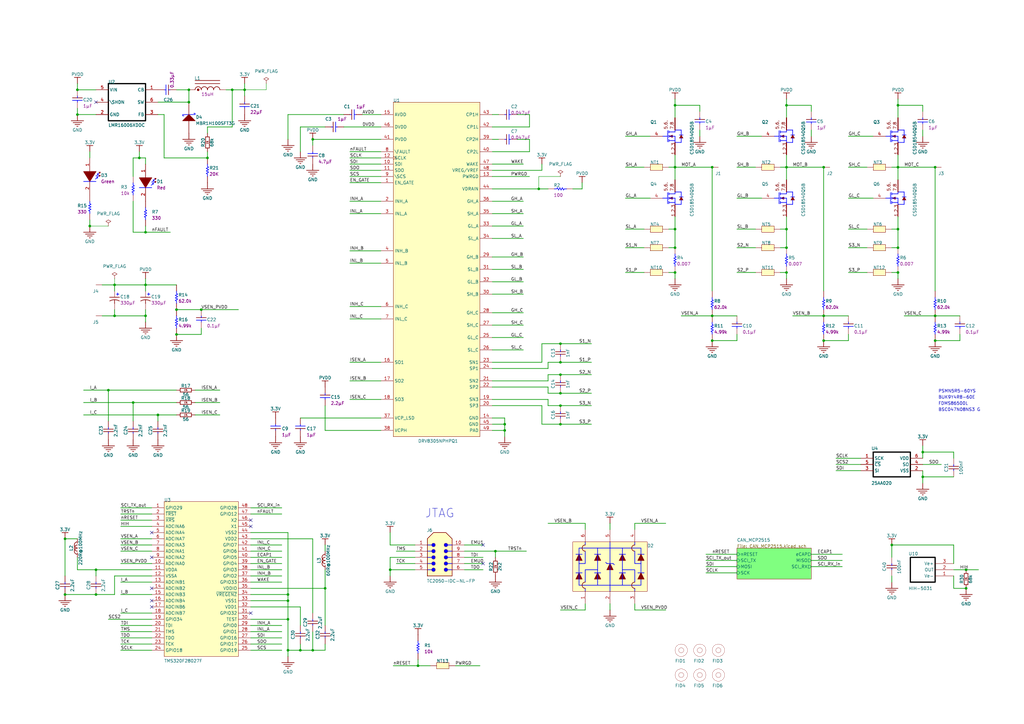
<source format=kicad_sch>
(kicad_sch (version 20230121) (generator eeschema)
  (paper "A3")
  (title_block (title "Manta50/80") (date "2023-11-10") (rev "1.0") (company "IPM Group ©"))
  (junction (at 292.1 139.7))
  (junction (at 118.11 243.84))
  (junction (at 229.87 148.59))
  (junction (at 59.69 116.84))
  (junction (at 368.3 43.18))
  (junction (at 276.86 68.58))
  (junction (at 203.2 226.06))
  (junction (at 322.58 111.76))
  (junction (at 128.27 57.15))
  (junction (at 337.82 129.54))
  (junction (at 229.87 166.37))
  (junction (at 64.77 170.18))
  (junction (at 396.24 241.3))
  (junction (at 46.99 116.84))
  (junction (at 46.99 129.54))
  (junction (at 36.83 92.71))
  (junction (at 276.86 111.76))
  (junction (at 118.11 246.38))
  (junction (at 72.39 137.16))
  (junction (at 276.86 93.98))
  (junction (at 368.3 101.6))
  (junction (at 26.67 220.98))
  (junction (at 77.47 41.91))
  (junction (at 220.98 77.47))
  (junction (at 365.76 223.52))
  (junction (at 368.3 111.76))
  (junction (at 100.33 36.83))
  (junction (at 59.69 129.54))
  (junction (at 39.37 243.84))
  (junction (at 368.3 93.98))
  (junction (at 383.54 68.58))
  (junction (at 292.1 129.54))
  (junction (at 123.19 266.7))
  (junction (at 276.86 43.18))
  (junction (at 276.86 101.6))
  (junction (at 82.55 127))
  (junction (at 57.15 64.77))
  (junction (at 26.67 243.84))
  (junction (at 128.27 266.7))
  (junction (at 322.58 101.6))
  (junction (at 337.82 139.7))
  (junction (at 31.75 36.83))
  (junction (at 229.87 153.67))
  (junction (at 322.58 43.18))
  (junction (at 229.87 173.99))
  (junction (at 95.25 36.83))
  (junction (at 31.75 46.99))
  (junction (at 229.87 161.29))
  (junction (at 383.54 139.7))
  (junction (at 39.37 233.68))
  (junction (at 229.87 140.97))
  (junction (at 207.01 176.53))
  (junction (at 396.24 233.68))
  (junction (at 44.45 160.02))
  (junction (at 322.58 93.98))
  (junction (at 54.61 165.1))
  (junction (at 133.35 241.3))
  (junction (at 383.54 129.54))
  (junction (at 72.39 127))
  (junction (at 85.09 64.77))
  (junction (at 368.3 68.58))
  (junction (at 118.11 254))
  (junction (at 322.58 68.58))
  (junction (at 171.45 273.05))
  (junction (at 378.46 185.42))
  (junction (at 292.1 68.58))
  (junction (at 59.69 95.25))
  (junction (at 160.02 233.68))
  (junction (at 118.11 266.7))
  (junction (at 378.46 195.58))
  (junction (at 77.47 36.83))
  (junction (at 337.82 68.58))
  (junction (at 207.01 173.99))
  (no_connect (at 62.23 246.38))
  (no_connect (at 62.23 248.92))
  (no_connect (at 39.37 41.91))
  (no_connect (at 198.12 223.52))
  (no_connect (at 102.87 251.46))
  (no_connect (at 62.23 218.44))
  (no_connect (at 62.23 241.3))
  (no_connect (at 62.23 228.6))
  (no_connect (at 102.87 213.36))
  (no_connect (at 198.12 231.14))
  (no_connect (at 102.87 215.9))
  (wire (pts (xy 62.23 256.54) (xy 49.53 256.54)) (stroke (width 0.254)))
  (wire (pts (xy 64.77 170.18) (xy 34.29 170.18)) (stroke (width 0.254)))
  (wire (pts (xy 46.99 129.54) (xy 59.69 129.54)) (stroke (width 0.254)))
  (wire (pts (xy 312.42 55.88) (xy 302.26 55.88)) (stroke (width 0.254)))
  (wire (pts (xy 368.3 93.98) (xy 368.3 101.6)) (stroke (width 0.254)))
  (wire (pts (xy 62.23 220.98) (xy 49.53 220.98)) (stroke (width 0.254)))
  (wire (pts (xy 242.57 148.59) (xy 229.87 148.59)) (stroke (width 0.254)))
  (wire (pts (xy 171.45 273.05) (xy 161.29 273.05)) (stroke (width 0.254)))
  (wire (pts (xy 26.67 220.98) (xy 26.67 236.22)) (stroke (width 0.254)))
  (wire (pts (xy 54.61 165.1) (xy 54.61 172.72)) (stroke (width 0.254)))
  (wire (pts (xy 54.61 95.25) (xy 59.69 95.25)) (stroke (width 0.254)))
  (wire (pts (xy 198.12 233.68) (xy 190.5 233.68)) (stroke (width 0.254)))
  (wire (pts (xy 368.3 111.76) (xy 368.3 114.3)) (stroke (width 0.254)))
  (wire (pts (xy 224.79 153.67) (xy 229.87 153.67)) (stroke (width 0.254)))
  (wire (pts (xy 276.86 63.5) (xy 276.86 68.58)) (stroke (width 0.254)))
  (wire (pts (xy 365.76 111.76) (xy 368.3 111.76)) (stroke (width 0.254)))
  (wire (pts (xy 102.87 226.06) (xy 115.57 226.06)) (stroke (width 0.254)))
  (wire (pts (xy 62.23 208.28) (xy 49.53 208.28)) (stroke (width 0.254)))
  (wire (pts (xy 102.87 233.68) (xy 115.57 233.68)) (stroke (width 0.254)))
  (wire (pts (xy 67.31 64.77) (xy 67.31 46.99)) (stroke (width 0.254)))
  (wire (pts (xy 201.93 138.43) (xy 214.63 138.43)) (stroke (width 0.254)))
  (wire (pts (xy 156.21 87.63) (xy 143.51 87.63)) (stroke (width 0.254)))
  (wire (pts (xy 77.47 41.91) (xy 77.47 36.83)) (stroke (width 0.254)))
  (wire (pts (xy 353.06 187.96) (xy 342.9 187.96)) (stroke (width 0.254)))
  (wire (pts (xy 102.87 256.54) (xy 115.57 256.54)) (stroke (width 0.254)))
  (wire (pts (xy 391.16 185.42) (xy 391.16 187.96)) (stroke (width 0.254)))
  (wire (pts (xy 100.33 36.83) (xy 109.22 36.83)))
  (wire (pts (xy 156.21 72.39) (xy 143.51 72.39)) (stroke (width 0.254)))
  (wire (pts (xy 156.21 52.07) (xy 140.97 52.07)) (stroke (width 0.254)))
  (wire (pts (xy 276.86 88.9) (xy 276.86 93.98)) (stroke (width 0.254)))
  (wire (pts (xy 46.99 116.84) (xy 46.99 119.38)) (stroke (width 0.254)))
  (wire (pts (xy 201.93 110.49) (xy 214.63 110.49)) (stroke (width 0.254)))
  (wire (pts (xy 128.27 220.98) (xy 102.87 220.98)) (stroke (width 0.254)))
  (wire (pts (xy 368.3 68.58) (xy 365.76 68.58)) (stroke (width 0.254)))
  (wire (pts (xy 102.87 228.6) (xy 115.57 228.6)) (stroke (width 0.254)))
  (wire (pts (xy 260.35 217.17) (xy 260.35 214.63)) (stroke (width 0.254)))
  (wire (pts (xy 266.7 81.28) (xy 256.54 81.28)) (stroke (width 0.254)))
  (wire (pts (xy 62.23 266.7) (xy 49.53 266.7)) (stroke (width 0.254)))
  (wire (pts (xy 64.77 41.91) (xy 77.47 41.91)) (stroke (width 0.254)))
  (wire (pts (xy 217.17 57.15) (xy 212.09 57.15)) (stroke (width 0.254)))
  (wire (pts (xy 201.93 143.51) (xy 214.63 143.51)) (stroke (width 0.254)))
  (wire (pts (xy 383.54 68.58) (xy 383.54 119.38)) (stroke (width 0.254)))
  (wire (pts (xy 201.93 173.99) (xy 207.01 173.99)) (stroke (width 0.254)))
  (wire (pts (xy 64.77 172.72) (xy 64.77 170.18)) (stroke (width 0.254)))
  (wire (pts (xy 133.35 223.52) (xy 133.35 226.06)) (stroke (width 0.254)))
  (wire (pts (xy 62.23 233.68) (xy 39.37 233.68)) (stroke (width 0.254)))
  (wire (pts (xy 123.19 62.23) (xy 123.19 52.07)) (stroke (width 0.254)))
  (wire (pts (xy 207.01 176.53) (xy 207.01 179.07)) (stroke (width 0.254)))
  (wire (pts (xy 393.7 137.16) (xy 393.7 139.7)) (stroke (width 0.254)))
  (wire (pts (xy 59.69 116.84) (xy 59.69 119.38)) (stroke (width 0.254)))
  (wire (pts (xy 39.37 233.68) (xy 39.37 236.22)) (stroke (width 0.254)))
  (wire (pts (xy 365.76 101.6) (xy 368.3 101.6)) (stroke (width 0.254)))
  (wire (pts (xy 276.86 93.98) (xy 274.32 93.98)) (stroke (width 0.254)))
  (wire (pts (xy 100.33 36.83) (xy 100.33 39.37)) (stroke (width 0.254)))
  (wire (pts (xy 170.18 228.6) (xy 160.02 228.6)) (stroke (width 0.254)))
  (wire (pts (xy 393.7 139.7) (xy 383.54 139.7)) (stroke (width 0.254)))
  (wire (pts (xy 62.23 226.06) (xy 49.53 226.06)) (stroke (width 0.254)))
  (wire (pts (xy 59.69 127) (xy 59.69 129.54)) (stroke (width 0.254)))
  (wire (pts (xy 201.93 120.65) (xy 214.63 120.65)) (stroke (width 0.254)))
  (wire (pts (xy 46.99 127) (xy 46.99 129.54)) (stroke (width 0.254)))
  (wire (pts (xy 355.6 68.58) (xy 347.98 68.58)) (stroke (width 0.254)))
  (wire (pts (xy 128.27 266.7) (xy 128.27 259.08)) (stroke (width 0.254)))
  (wire (pts (xy 217.17 52.07) (xy 217.17 46.99)) (stroke (width 0.254)))
  (wire (pts (xy 118.11 57.15) (xy 118.11 46.99)) (stroke (width 0.254)))
  (wire (pts (xy 222.25 173.99) (xy 229.87 173.99)) (stroke (width 0.254)))
  (wire (pts (xy 320.04 101.6) (xy 322.58 101.6)) (stroke (width 0.254)))
  (wire (pts (xy 118.11 243.84) (xy 118.11 246.38)) (stroke (width 0.254)))
  (wire (pts (xy 201.93 67.31) (xy 214.63 67.31)) (stroke (width 0.254)))
  (wire (pts (xy 160.02 223.52) (xy 160.02 218.44)) (stroke (width 0.254)))
  (wire (pts (xy 82.55 134.62) (xy 82.55 137.16)) (stroke (width 0.254)))
  (wire (pts (xy 171.45 270.51) (xy 171.45 273.05)) (stroke (width 0.254)))
  (wire (pts (xy 302.26 137.16) (xy 302.26 139.7)) (stroke (width 0.254)))
  (wire (pts (xy 39.37 36.83) (xy 31.75 36.83)) (stroke (width 0.254)))
  (wire (pts (xy 378.46 187.96) (xy 378.46 185.42)) (stroke (width 0.254)))
  (wire (pts (xy 201.93 166.37) (xy 222.25 166.37)) (stroke (width 0.254)))
  (wire (pts (xy 222.25 69.85) (xy 222.25 67.31)) (stroke (width 0.254)))
  (wire (pts (xy 201.93 105.41) (xy 214.63 105.41)) (stroke (width 0.254)))
  (wire (pts (xy 77.47 36.83) (xy 72.39 36.83)) (stroke (width 0.254)))
  (wire (pts (xy 59.69 129.54) (xy 59.69 132.08)) (stroke (width 0.254)))
  (wire (pts (xy 292.1 68.58) (xy 292.1 119.38)) (stroke (width 0.254)))
  (wire (pts (xy 201.93 77.47) (xy 220.98 77.47)) (stroke (width 0.254)))
  (wire (pts (xy 229.87 161.29) (xy 242.57 161.29)) (stroke (width 0.254)))
  (wire (pts (xy 156.21 64.77) (xy 143.51 64.77)) (stroke (width 0.254)))
  (wire (pts (xy 355.6 111.76) (xy 347.98 111.76)) (stroke (width 0.254)))
  (wire (pts (xy 368.3 63.5) (xy 368.3 68.58)) (stroke (width 0.254)))
  (wire (pts (xy 31.75 46.99) (xy 39.37 46.99)) (stroke (width 0.254)))
  (wire (pts (xy 276.86 93.98) (xy 276.86 101.6)) (stroke (width 0.254)))
  (wire (pts (xy 82.55 137.16) (xy 72.39 137.16)) (stroke (width 0.254)))
  (wire (pts (xy 85.09 52.07) (xy 85.09 54.61)) (stroke (width 0.254)))
  (wire (pts (xy 123.19 52.07) (xy 133.35 52.07)) (stroke (width 0.254)))
  (wire (pts (xy 31.75 36.83) (xy 31.75 34.29)) (stroke (width 0.254)))
  (wire (pts (xy 312.42 81.28) (xy 302.26 81.28)) (stroke (width 0.254)))
  (wire (pts (xy 368.3 88.9) (xy 368.3 93.98)) (stroke (width 0.254)))
  (wire (pts (xy 322.58 111.76) (xy 322.58 114.3)) (stroke (width 0.254)))
  (wire (pts (xy 203.2 226.06) (xy 190.5 226.06)) (stroke (width 0.254)))
  (wire (pts (xy 368.3 40.64) (xy 368.3 43.18)) (stroke (width 0.254)))
  (wire (pts (xy 229.87 173.99) (xy 242.57 173.99)) (stroke (width 0.254)))
  (wire (pts (xy 156.21 163.83) (xy 143.51 163.83)) (stroke (width 0.254)))
  (wire (pts (xy 368.3 68.58) (xy 383.54 68.58)) (stroke (width 0.254)))
  (wire (pts (xy 102.87 238.76) (xy 115.57 238.76)) (stroke (width 0.254)))
  (wire (pts (xy 309.88 93.98) (xy 302.26 93.98)) (stroke (width 0.254)))
  (wire (pts (xy 302.26 139.7) (xy 292.1 139.7)) (stroke (width 0.254)))
  (wire (pts (xy 62.23 261.62) (xy 49.53 261.62)) (stroke (width 0.254)))
  (wire (pts (xy 250.19 217.17) (xy 250.19 214.63)) (stroke (width 0.254)))
  (wire (pts (xy 95.25 36.83) (xy 100.33 36.83)) (stroke (width 0.254)))
  (wire (pts (xy 347.98 137.16) (xy 347.98 139.7)) (stroke (width 0.254)))
  (wire (pts (xy 102.87 266.7) (xy 115.57 266.7)) (stroke (width 0.254)))
  (wire (pts (xy 102.87 223.52) (xy 115.57 223.52)) (stroke (width 0.254)))
  (wire (pts (xy 102.87 236.22) (xy 115.57 236.22)) (stroke (width 0.254)))
  (wire (pts (xy 322.58 43.18) (xy 332.74 43.18)) (stroke (width 0.254)))
  (wire (pts (xy 62.23 238.76) (xy 49.53 238.76)) (stroke (width 0.254)))
  (wire (pts (xy 102.87 210.82) (xy 115.57 210.82)) (stroke (width 0.254)))
  (wire (pts (xy 337.82 129.54) (xy 325.12 129.54)) (stroke (width 0.254)))
  (wire (pts (xy 322.58 63.5) (xy 322.58 68.58)) (stroke (width 0.254)))
  (wire (pts (xy 170.18 223.52) (xy 160.02 223.52)) (stroke (width 0.254)))
  (wire (pts (xy 156.21 171.45) (xy 123.19 171.45)) (stroke (width 0.254)))
  (wire (pts (xy 156.21 156.21) (xy 143.51 156.21)) (stroke (width 0.254)))
  (wire (pts (xy 203.2 228.6) (xy 203.2 226.06)) (stroke (width 0.254)))
  (wire (pts (xy 201.93 92.71) (xy 214.63 92.71)) (stroke (width 0.254)))
  (wire (pts (xy 54.61 64.77) (xy 57.15 64.77)) (stroke (width 0.254)))
  (wire (pts (xy 156.21 130.81) (xy 143.51 130.81)) (stroke (width 0.254)))
  (wire (pts (xy 250.19 247.65) (xy 250.19 250.19)) (stroke (width 0.254)))
  (wire (pts (xy 201.93 62.23) (xy 217.17 62.23)) (stroke (width 0.254)))
  (wire (pts (xy 309.88 101.6) (xy 302.26 101.6)) (stroke (width 0.254)))
  (wire (pts (xy 36.83 92.71) (xy 44.45 92.71)))
  (wire (pts (xy 365.76 223.52) (xy 391.16 223.52)) (stroke (width 0.254)))
  (wire (pts (xy 358.14 81.28) (xy 347.98 81.28)) (stroke (width 0.254)))
  (wire (pts (xy 201.93 158.75) (xy 224.79 158.75)) (stroke (width 0.254)))
  (wire (pts (xy 118.11 266.7) (xy 123.19 266.7)) (stroke (width 0.254)))
  (wire (pts (xy 207.01 171.45) (xy 207.01 173.99)) (stroke (width 0.254)))
  (wire (pts (xy 156.21 46.99) (xy 148.59 46.99)) (stroke (width 0.254)))
  (wire (pts (xy 201.93 156.21) (xy 224.79 156.21)) (stroke (width 0.254)))
  (wire (pts (xy 201.93 151.13) (xy 224.79 151.13)) (stroke (width 0.254)))
  (wire (pts (xy 391.16 195.58) (xy 378.46 195.58)) (stroke (width 0.254)))
  (wire (pts (xy 264.16 111.76) (xy 256.54 111.76)) (stroke (width 0.254)))
  (wire (pts (xy 217.17 62.23) (xy 217.17 57.15)) (stroke (width 0.254)))
  (wire (pts (xy 156.21 148.59) (xy 143.51 148.59)) (stroke (width 0.254)))
  (wire (pts (xy 220.98 77.47) (xy 224.79 77.47)) (stroke (width 0.254)))
  (wire (pts (xy 201.93 148.59) (xy 222.25 148.59)) (stroke (width 0.254)))
  (wire (pts (xy 240.03 217.17) (xy 240.03 214.63)) (stroke (width 0.254)))
  (wire (pts (xy 264.16 68.58) (xy 256.54 68.58)) (stroke (width 0.254)))
  (wire (pts (xy 62.23 223.52) (xy 49.53 223.52)) (stroke (width 0.254)))
  (wire (pts (xy 220.98 72.39) (xy 220.98 77.47)))
  (wire (pts (xy 100.33 34.29) (xy 100.33 36.83)) (stroke (width 0.254)))
  (wire (pts (xy 224.79 158.75) (xy 224.79 161.29)) (stroke (width 0.254)))
  (wire (pts (xy 72.39 170.18) (xy 64.77 170.18)) (stroke (width 0.254)))
  (wire (pts (xy 396.24 233.68) (xy 401.32 233.68)) (stroke (width 0.254)))
  (wire (pts (xy 320.04 111.76) (xy 322.58 111.76)) (stroke (width 0.254)))
  (wire (pts (xy 54.61 72.39) (xy 54.61 64.77)) (stroke (width 0.254)))
  (wire (pts (xy 276.86 68.58) (xy 274.32 68.58)) (stroke (width 0.254)))
  (wire (pts (xy 41.91 116.84) (xy 46.99 116.84)) (stroke (width 0.254)))
  (wire (pts (xy 240.03 214.63) (xy 224.79 214.63)) (stroke (width 0.254)))
  (wire (pts (xy 92.71 36.83) (xy 95.25 36.83)) (stroke (width 0.254)))
  (wire (pts (xy 160.02 233.68) (xy 160.02 236.22)) (stroke (width 0.254)))
  (wire (pts (xy 128.27 266.7) (xy 133.35 266.7)) (stroke (width 0.254)))
  (wire (pts (xy 378.46 185.42) (xy 378.46 182.88)) (stroke (width 0.254)))
  (wire (pts (xy 176.53 273.05) (xy 171.45 273.05)) (stroke (width 0.254)))
  (wire (pts (xy 44.45 160.02) (xy 44.45 172.72)) (stroke (width 0.254)))
  (wire (pts (xy 322.58 88.9) (xy 322.58 93.98)) (stroke (width 0.254)))
  (wire (pts (xy 118.11 218.44) (xy 118.11 243.84)) (stroke (width 0.254)))
  (wire (pts (xy 322.58 40.64) (xy 322.58 43.18)) (stroke (width 0.254)))
  (wire (pts (xy 102.87 218.44) (xy 118.11 218.44)) (stroke (width 0.254)))
  (wire (pts (xy 332.74 43.18) (xy 332.74 45.72)) (stroke (width 0.254)))
  (wire (pts (xy 207.01 173.99) (xy 207.01 176.53)) (stroke (width 0.254)))
  (wire (pts (xy 80.01 165.1) (xy 90.17 165.1)) (stroke (width 0.254)))
  (wire (pts (xy 322.58 68.58) (xy 337.82 68.58)) (stroke (width 0.254)))
  (wire (pts (xy 31.75 233.68) (xy 31.75 228.6)) (stroke (width 0.254)))
  (wire (pts (xy 170.18 231.14) (xy 162.56 231.14)) (stroke (width 0.254)))
  (wire (pts (xy 391.16 241.3) (xy 396.24 241.3)) (stroke (width 0.254)))
  (wire (pts (xy 59.69 116.84) (xy 72.39 116.84)) (stroke (width 0.254)))
  (wire (pts (xy 123.19 266.7) (xy 128.27 266.7)) (stroke (width 0.254)))
  (wire (pts (xy 224.79 161.29) (xy 229.87 161.29)) (stroke (width 0.254)))
  (wire (pts (xy 238.76 74.93) (xy 238.76 77.47)) (stroke (width 0.254)))
  (wire (pts (xy 62.23 243.84) (xy 49.53 243.84)) (stroke (width 0.254)))
  (wire (pts (xy 156.21 69.85) (xy 143.51 69.85)) (stroke (width 0.254)))
  (wire (pts (xy 302.26 232.41) (xy 289.56 232.41)) (stroke (width 0.254)))
  (wire (pts (xy 156.21 102.87) (xy 143.51 102.87)) (stroke (width 0.254)))
  (wire (pts (xy 292.1 129.54) (xy 302.26 129.54)) (stroke (width 0.254)))
  (wire (pts (xy 62.23 264.16) (xy 49.53 264.16)) (stroke (width 0.254)))
  (wire (pts (xy 85.09 64.77) (xy 67.31 64.77)) (stroke (width 0.254)))
  (wire (pts (xy 133.35 176.53) (xy 133.35 166.37)) (stroke (width 0.254)))
  (wire (pts (xy 133.35 241.3) (xy 133.35 256.54)) (stroke (width 0.254)))
  (wire (pts (xy 62.23 215.9) (xy 49.53 215.9)) (stroke (width 0.254)))
  (wire (pts (xy 102.87 264.16) (xy 115.57 264.16)) (stroke (width 0.254)))
  (wire (pts (xy 391.16 233.68) (xy 396.24 233.68)) (stroke (width 0.254)))
  (wire (pts (xy 46.99 236.22) (xy 46.99 243.84)) (stroke (width 0.254)))
  (wire (pts (xy 62.23 259.08) (xy 49.53 259.08)) (stroke (width 0.254)))
  (wire (pts (xy 224.79 163.83) (xy 224.79 166.37)) (stroke (width 0.254)))
  (wire (pts (xy 160.02 228.6) (xy 160.02 233.68)) (stroke (width 0.254)))
  (wire (pts (xy 355.6 93.98) (xy 347.98 93.98)) (stroke (width 0.254)))
  (wire (pts (xy 57.15 64.77) (xy 57.15 62.23)) (stroke (width 0.254)))
  (wire (pts (xy 118.11 254) (xy 118.11 266.7)) (stroke (width 0.254)))
  (wire (pts (xy 72.39 160.02) (xy 44.45 160.02)) (stroke (width 0.254)))
  (wire (pts (xy 302.26 234.95) (xy 289.56 234.95)) (stroke (width 0.254)))
  (wire (pts (xy 62.23 254) (xy 44.45 254)) (stroke (width 0.254)))
  (wire (pts (xy 102.87 243.84) (xy 118.11 243.84)) (stroke (width 0.254)))
  (wire (pts (xy 201.93 171.45) (xy 207.01 171.45)) (stroke (width 0.254)))
  (wire (pts (xy 391.16 236.22) (xy 391.16 241.3)) (stroke (width 0.254)))
  (wire (pts (xy 46.99 243.84) (xy 39.37 243.84)) (stroke (width 0.254)))
  (wire (pts (xy 85.09 62.23) (xy 85.09 64.77)) (stroke (width 0.254)))
  (wire (pts (xy 229.87 72.39) (xy 220.98 72.39)))
  (wire (pts (xy 62.23 213.36) (xy 49.53 213.36)) (stroke (width 0.254)))
  (wire (pts (xy 201.93 46.99) (xy 204.47 46.99)) (stroke (width 0.254)))
  (wire (pts (xy 62.23 236.22) (xy 46.99 236.22)) (stroke (width 0.254)))
  (wire (pts (xy 128.27 57.15) (xy 128.27 59.69)) (stroke (width 0.254)))
  (wire (pts (xy 198.12 223.52) (xy 190.5 223.52)) (stroke (width 0.254)))
  (wire (pts (xy 337.82 129.54) (xy 347.98 129.54)) (stroke (width 0.254)))
  (wire (pts (xy 276.86 43.18) (xy 287.02 43.18)) (stroke (width 0.254)))
  (wire (pts (xy 156.21 125.73) (xy 143.51 125.73)) (stroke (width 0.254)))
  (wire (pts (xy 102.87 208.28) (xy 115.57 208.28)) (stroke (width 0.254)))
  (wire (pts (xy 156.21 67.31) (xy 143.51 67.31)) (stroke (width 0.254)))
  (wire (pts (xy 41.91 129.54) (xy 46.99 129.54)) (stroke (width 0.254)))
  (wire (pts (xy 322.58 93.98) (xy 320.04 93.98)) (stroke (width 0.254)))
  (wire (pts (xy 332.74 227.33) (xy 345.44 227.33)) (stroke (width 0.254)))
  (wire (pts (xy 82.55 127) (xy 97.79 127)) (stroke (width 0.254)))
  (wire (pts (xy 201.93 128.27) (xy 214.63 128.27)) (stroke (width 0.254)))
  (wire (pts (xy 109.22 34.29) (xy 109.22 36.83)))
  (wire (pts (xy 332.74 53.34) (xy 332.74 55.88)) (stroke (width 0.254)))
  (wire (pts (xy 95.25 52.07) (xy 85.09 52.07)) (stroke (width 0.254)))
  (wire (pts (xy 118.11 46.99) (xy 140.97 46.99)) (stroke (width 0.254)))
  (wire (pts (xy 222.25 140.97) (xy 229.87 140.97)) (stroke (width 0.254)))
  (wire (pts (xy 368.3 68.58) (xy 368.3 73.66)) (stroke (width 0.254)))
  (wire (pts (xy 391.16 223.52) (xy 391.16 231.14)) (stroke (width 0.254)))
  (wire (pts (xy 201.93 69.85) (xy 222.25 69.85)) (stroke (width 0.254)))
  (wire (pts (xy 276.86 40.64) (xy 276.86 43.18)) (stroke (width 0.254)))
  (wire (pts (xy 156.21 57.15) (xy 128.27 57.15)) (stroke (width 0.254)))
  (wire (pts (xy 54.61 82.55) (xy 54.61 95.25)) (stroke (width 0.254)))
  (wire (pts (xy 59.69 95.25) (xy 69.85 95.25)) (stroke (width 0.254)))
  (wire (pts (xy 133.35 241.3) (xy 133.35 233.68)) (stroke (width 0.254)))
  (wire (pts (xy 201.93 72.39) (xy 217.17 72.39)) (stroke (width 0.254)))
  (wire (pts (xy 365.76 223.52) (xy 365.76 228.6)) (stroke (width 0.254)))
  (wire (pts (xy 198.12 228.6) (xy 190.5 228.6)) (stroke (width 0.254)))
  (wire (pts (xy 309.88 111.76) (xy 302.26 111.76)) (stroke (width 0.254)))
  (wire (pts (xy 201.93 115.57) (xy 214.63 115.57)) (stroke (width 0.254)))
  (wire (pts (xy 234.95 77.47) (xy 238.76 77.47)) (stroke (width 0.254)))
  (wire (pts (xy 156.21 176.53) (xy 133.35 176.53)) (stroke (width 0.254)))
  (wire (pts (xy 229.87 153.67) (xy 242.57 153.67)) (stroke (width 0.254)))
  (wire (pts (xy 80.01 170.18) (xy 90.17 170.18)) (stroke (width 0.254)))
  (wire (pts (xy 39.37 233.68) (xy 31.75 233.68)) (stroke (width 0.254)))
  (wire (pts (xy 302.26 227.33) (xy 289.56 227.33)) (stroke (width 0.254)))
  (wire (pts (xy 287.02 53.34) (xy 287.02 55.88)) (stroke (width 0.254)))
  (wire (pts (xy 201.93 57.15) (xy 204.47 57.15)) (stroke (width 0.254)))
  (wire (pts (xy 266.7 55.88) (xy 256.54 55.88)) (stroke (width 0.254)))
  (wire (pts (xy 31.75 44.45) (xy 31.75 46.99)) (stroke (width 0.254)))
  (wire (pts (xy 186.69 273.05) (xy 196.85 273.05)) (stroke (width 0.254)))
  (wire (pts (xy 44.45 160.02) (xy 34.29 160.02)) (stroke (width 0.254)))
  (wire (pts (xy 264.16 101.6) (xy 256.54 101.6)) (stroke (width 0.254)))
  (wire (pts (xy 62.23 210.82) (xy 49.53 210.82)) (stroke (width 0.254)))
  (wire (pts (xy 156.21 74.93) (xy 143.51 74.93)) (stroke (width 0.254)))
  (wire (pts (xy 118.11 246.38) (xy 118.11 254)) (stroke (width 0.254)))
  (wire (pts (xy 378.46 198.12) (xy 378.46 195.58)) (stroke (width 0.254)))
  (wire (pts (xy 46.99 114.3) (xy 46.99 116.84)))
  (wire (pts (xy 383.54 129.54) (xy 393.7 129.54)) (stroke (width 0.254)))
  (wire (pts (xy 224.79 156.21) (xy 224.79 153.67)) (stroke (width 0.254)))
  (wire (pts (xy 309.88 68.58) (xy 302.26 68.58)) (stroke (width 0.254)))
  (wire (pts (xy 62.23 251.46) (xy 49.53 251.46)) (stroke (width 0.254)))
  (wire (pts (xy 36.83 62.23) (xy 36.83 64.77)) (stroke (width 0.254)))
  (wire (pts (xy 224.79 151.13) (xy 224.79 148.59)) (stroke (width 0.254)))
  (wire (pts (xy 322.58 43.18) (xy 322.58 48.26)) (stroke (width 0.254)))
  (wire (pts (xy 229.87 140.97) (xy 242.57 140.97)) (stroke (width 0.254)))
  (wire (pts (xy 353.06 193.04) (xy 342.9 193.04)) (stroke (width 0.254)))
  (wire (pts (xy 322.58 93.98) (xy 322.58 101.6)) (stroke (width 0.254)))
  (wire (pts (xy 102.87 248.92) (xy 123.19 248.92)) (stroke (width 0.254)))
  (wire (pts (xy 222.25 166.37) (xy 222.25 173.99)) (stroke (width 0.254)))
  (wire (pts (xy 274.32 111.76) (xy 276.86 111.76)) (stroke (width 0.254)))
  (wire (pts (xy 276.86 68.58) (xy 292.1 68.58)) (stroke (width 0.254)))
  (wire (pts (xy 201.93 97.79) (xy 214.63 97.79)) (stroke (width 0.254)))
  (wire (pts (xy 170.18 233.68) (xy 160.02 233.68)) (stroke (width 0.254)))
  (wire (pts (xy 118.11 266.7) (xy 118.11 269.24)) (stroke (width 0.254)))
  (wire (pts (xy 274.32 101.6) (xy 276.86 101.6)) (stroke (width 0.254)))
  (wire (pts (xy 240.03 250.19) (xy 229.87 250.19)) (stroke (width 0.254)))
  (wire (pts (xy 215.9 226.06) (xy 203.2 226.06)) (stroke (width 0.254)))
  (wire (pts (xy 383.54 129.54) (xy 370.84 129.54)) (stroke (width 0.254)))
  (wire (pts (xy 102.87 254) (xy 118.11 254)) (stroke (width 0.254)))
  (wire (pts (xy 276.86 43.18) (xy 276.86 48.26)) (stroke (width 0.254)))
  (wire (pts (xy 39.37 243.84) (xy 26.67 243.84)) (stroke (width 0.254)))
  (wire (pts (xy 102.87 246.38) (xy 118.11 246.38)) (stroke (width 0.254)))
  (wire (pts (xy 332.74 229.87) (xy 345.44 229.87)) (stroke (width 0.254)))
  (wire (pts (xy 156.21 107.95) (xy 143.51 107.95)) (stroke (width 0.254)))
  (wire (pts (xy 102.87 261.62) (xy 115.57 261.62)) (stroke (width 0.254)))
  (wire (pts (xy 102.87 231.14) (xy 115.57 231.14)) (stroke (width 0.254)))
  (wire (pts (xy 201.93 52.07) (xy 217.17 52.07)) (stroke (width 0.254)))
  (wire (pts (xy 59.69 64.77) (xy 59.69 67.31)) (stroke (width 0.254)))
  (wire (pts (xy 229.87 166.37) (xy 242.57 166.37)) (stroke (width 0.254)))
  (wire (pts (xy 260.35 214.63) (xy 273.05 214.63)) (stroke (width 0.254)))
  (wire (pts (xy 67.31 46.99) (xy 64.77 46.99)) (stroke (width 0.254)))
  (wire (pts (xy 368.3 43.18) (xy 378.46 43.18)) (stroke (width 0.254)))
  (wire (pts (xy 224.79 166.37) (xy 229.87 166.37)) (stroke (width 0.254)))
  (wire (pts (xy 102.87 241.3) (xy 133.35 241.3)) (stroke (width 0.254)))
  (wire (pts (xy 54.61 165.1) (xy 34.29 165.1)) (stroke (width 0.254)))
  (wire (pts (xy 46.99 116.84) (xy 59.69 116.84)) (stroke (width 0.254)))
  (wire (pts (xy 378.46 195.58) (xy 378.46 193.04)) (stroke (width 0.254)))
  (wire (pts (xy 302.26 229.87) (xy 289.56 229.87)) (stroke (width 0.254)))
  (wire (pts (xy 36.83 90.17) (xy 36.83 92.71)) (stroke (width 0.254)))
  (wire (pts (xy 322.58 68.58) (xy 322.58 73.66)) (stroke (width 0.254)))
  (wire (pts (xy 80.01 160.02) (xy 90.17 160.02)) (stroke (width 0.254)))
  (wire (pts (xy 347.98 139.7) (xy 337.82 139.7)) (stroke (width 0.254)))
  (wire (pts (xy 170.18 226.06) (xy 162.56 226.06)) (stroke (width 0.254)))
  (wire (pts (xy 95.25 36.83) (xy 95.25 52.07)) (stroke (width 0.254)))
  (wire (pts (xy 222.25 148.59) (xy 222.25 140.97)) (stroke (width 0.254)))
  (wire (pts (xy 276.86 68.58) (xy 276.86 73.66)) (stroke (width 0.254)))
  (wire (pts (xy 128.27 251.46) (xy 128.27 220.98)) (stroke (width 0.254)))
  (wire (pts (xy 240.03 247.65) (xy 240.03 250.19)) (stroke (width 0.254)))
  (wire (pts (xy 224.79 148.59) (xy 229.87 148.59)) (stroke (width 0.254)))
  (wire (pts (xy 378.46 53.34) (xy 378.46 55.88)) (stroke (width 0.254)))
  (wire (pts (xy 276.86 111.76) (xy 276.86 114.3)) (stroke (width 0.254)))
  (wire (pts (xy 353.06 190.5) (xy 342.9 190.5)) (stroke (width 0.254)))
  (wire (pts (xy 337.82 68.58) (xy 337.82 119.38)) (stroke (width 0.254)))
  (wire (pts (xy 292.1 129.54) (xy 279.4 129.54)) (stroke (width 0.254)))
  (wire (pts (xy 31.75 220.98) (xy 26.67 220.98)) (stroke (width 0.254)))
  (wire (pts (xy 72.39 165.1) (xy 54.61 165.1)) (stroke (width 0.254)))
  (wire (pts (xy 365.76 236.22) (xy 365.76 238.76)) (stroke (width 0.254)))
  (wire (pts (xy 72.39 127) (xy 82.55 127)) (stroke (width 0.254)))
  (wire (pts (xy 355.6 101.6) (xy 347.98 101.6)) (stroke (width 0.254)))
  (wire (pts (xy 59.69 114.3) (xy 59.69 116.84)) (stroke (width 0.254)))
  (wire (pts (xy 260.35 247.65) (xy 260.35 250.19)) (stroke (width 0.254)))
  (wire (pts (xy 368.3 43.18) (xy 368.3 48.26)) (stroke (width 0.254)))
  (wire (pts (xy 123.19 248.92) (xy 123.19 256.54)) (stroke (width 0.254)))
  (wire (pts (xy 322.58 68.58) (xy 320.04 68.58)) (stroke (width 0.254)))
  (wire (pts (xy 62.23 231.14) (xy 49.53 231.14)) (stroke (width 0.254)))
  (wire (pts (xy 332.74 232.41) (xy 345.44 232.41)) (stroke (width 0.254)))
  (wire (pts (xy 287.02 43.18) (xy 287.02 45.72)) (stroke (width 0.254)))
  (wire (pts (xy 358.14 55.88) (xy 347.98 55.88)) (stroke (width 0.254)))
  (wire (pts (xy 57.15 64.77) (xy 59.69 64.77)) (stroke (width 0.254)))
  (wire (pts (xy 368.3 93.98) (xy 365.76 93.98)) (stroke (width 0.254)))
  (wire (pts (xy 133.35 266.7) (xy 133.35 264.16)) (stroke (width 0.254)))
  (wire (pts (xy 156.21 82.55) (xy 143.51 82.55)) (stroke (width 0.254)))
  (wire (pts (xy 198.12 231.14) (xy 190.5 231.14)) (stroke (width 0.254)))
  (wire (pts (xy 201.93 82.55) (xy 214.63 82.55)) (stroke (width 0.254)))
  (wire (pts (xy 201.93 87.63) (xy 214.63 87.63)) (stroke (width 0.254)))
  (wire (pts (xy 201.93 163.83) (xy 224.79 163.83)) (stroke (width 0.254)))
  (wire (pts (xy 378.46 190.5) (xy 386.08 190.5)) (stroke (width 0.254)))
  (wire (pts (xy 59.69 92.71) (xy 59.69 95.25)) (stroke (width 0.254)))
  (wire (pts (xy 378.46 185.42) (xy 391.16 185.42)) (stroke (width 0.254)))
  (wire (pts (xy 201.93 133.35) (xy 214.63 133.35)) (stroke (width 0.254)))
  (wire (pts (xy 102.87 259.08) (xy 115.57 259.08)) (stroke (width 0.254)))
  (wire (pts (xy 378.46 43.18) (xy 378.46 45.72)) (stroke (width 0.254)))
  (wire (pts (xy 264.16 93.98) (xy 256.54 93.98)) (stroke (width 0.254)))
  (wire (pts (xy 201.93 176.53) (xy 207.01 176.53)) (stroke (width 0.254)))
  (wire (pts (xy 260.35 250.19) (xy 273.05 250.19)) (stroke (width 0.254)))
  (wire (pts (xy 123.19 266.7) (xy 123.19 264.16)) (stroke (width 0.254)))
  (wire (pts (xy 217.17 46.99) (xy 212.09 46.99)) (stroke (width 0.254)))
  (wire (pts (xy 156.21 62.23) (xy 143.51 62.23)) (stroke (width 0.254)))
  (text "FDMS86500L" (at 384.81 166.37 0) (effects (font (size 1.27 1.27)) (justify left bottom)))
  (text "PSMN5R5-60YS" (at 384.81 161.29 0) (effects (font (size 1.27 1.27)) (justify left bottom)))
  (text "BUK9Y4R8-60E" (at 384.81 163.83 0) (effects (font (size 1.27 1.27)) (justify left bottom)))
  (text "JTAG" (at 180.34 210.6422 0) (effects (font (size 3.556 3.556))))
  (text "BSC047N08NS3 G" (at 384.81 168.91 0) (effects (font (size 1.27 1.27)) (justify left bottom)))
  (label "SH_C" (at 347.98 68.58 180))
  (label "SCS" (at 143.51 72.39 180))
  (label "I_B" (at 49.53 243.84 180))
  (label "INH_B" (at 143.51 102.87 180))
  (label "TMS" (at 162.56 226.06 180))
  (label "I_A" (at 36.83 160.02 180))
  (label "WAKE" (at 105.41 238.76 180))
  (label "S3_P" (at 237.49 173.99 180))
  (label "VSEN_A" (at 279.4 129.54 180))
  (label "TCK" (at 162.56 231.14 180))
  (label "I_C" (at 49.53 251.46 180))
  (label "DVDD" (at 148.59 52.07 180))
  (label "GL_B" (at 209.55 115.57 180))
  (label "SCI_RX_in" (at 335.28 232.41 180))
  (label "SDI" (at 289.56 232.41 180))
  (label "SCLK" (at 289.56 234.95 180))
  (label "TDI" (at 193.04 228.6 180))
  (label "PWRGD" (at 209.55 72.39 180))
  (label "nFAULT" (at 62.23 95.25 180))
  (label "GH_A" (at 209.55 82.55 180))
  (label "HIH" (at 393.7 233.68 180))
  (label "S1_N" (at 256.54 101.6 180))
  (label "VSEN_B" (at 325.12 129.54 180))
  (label "SDO" (at 335.28 229.87 180))
  (label "S2_P" (at 302.26 111.76 180))
  (label "TDI" (at 49.53 256.54 180))
  (label "SH_B" (at 302.26 68.58 180))
  (label "ISEN_B" (at 82.55 165.1 180))
  (label "INL_A" (at 105.41 259.08 180))
  (label "MOT_B" (at 325.12 68.58 180))
  (label "SCLK" (at 342.9 187.96 180))
  (label "INL_B" (at 105.41 233.68 180))
  (label "SL_B" (at 302.26 93.98 180))
  (label "ISEN_C" (at 82.55 170.18 180))
  (label "GL_A" (at 209.55 92.71 180))
  (label "INL_A" (at 143.51 87.63 180))
  (label "SH_B" (at 209.55 120.65 180))
  (label "SDI" (at 143.51 67.31 180))
  (label "TRSTn" (at 208.28 226.06 180))
  (label "TDO" (at 193.04 233.68 180))
  (label "SCI_TX_out" (at 49.53 208.28 180))
  (label "INH_C" (at 143.51 125.73 180))
  (label "INH_A" (at 105.41 256.54 180))
  (label "SL_B" (at 209.55 110.49 180))
  (label "I_C" (at 36.83 170.18 180))
  (label "INH_A" (at 143.51 82.55 180))
  (label "INH_C" (at 105.41 226.06 180))
  (label "TDO" (at 49.53 261.62 180))
  (label "S1_P" (at 256.54 111.76 180))
  (label "S2_P" (at 237.49 161.29 180))
  (label "VSEN_C" (at 229.87 250.19 180))
  (label "ECAP1" (at 335.28 227.33 180))
  (label "SCI_TX_out" (at 289.56 229.87 180))
  (label "VSEN_C" (at 49.53 226.06 180))
  (label "MOT_A" (at 279.4 68.58 180))
  (label "GH_A" (at 256.54 55.88 180))
  (label "GL_A" (at 256.54 81.28 180))
  (label "PWRGD" (at 186.69 273.05 180))
  (label "EMU1" (at 193.04 223.52 180))
  (label "GH_C" (at 347.98 55.88 180))
  (label "VSEN_A" (at 49.53 220.98 180))
  (label "S1_N" (at 237.49 140.97 180))
  (label "VSEN_A" (at 262.89 214.63 180))
  (label "SDI" (at 342.9 193.04 180))
  (label "S3_N" (at 347.98 101.6 180))
  (label "MOT_C" (at 370.84 68.58 180))
  (label "ISEN_A" (at 82.55 160.02 180))
  (label "SDI" (at 105.41 261.62 180))
  (label "EN_GATE" (at 143.51 74.93 180))
  (label "SH_A" (at 209.55 87.63 180))
  (label "GH_C" (at 209.55 128.27 180))
  (label "GH_B" (at 302.26 55.88 180))
  (label "EMU0" (at 193.04 231.14 180))
  (label "AVDD" (at 148.59 46.99 180))
  (label "SL_C" (at 347.98 93.98 180))
  (label "SCS" (at 105.41 266.7 180))
  (label "TCK" (at 49.53 264.16 180))
  (label "HIH" (at 49.53 215.9 180))
  (label "VSEN_PVDD" (at 262.89 250.19 180))
  (label "GL_C" (at 209.55 138.43 180))
  (label "SDO" (at 143.51 69.85 180))
  (label "INL_B" (at 143.51 107.95 180))
  (label "VSEN_B" (at 49.53 223.52 180))
  (label "VSEN_PVDD" (at 49.53 231.14 180))
  (label "S3_N" (at 237.49 166.37 180))
  (label "SL_A" (at 256.54 93.98 180))
  (label "SH_A" (at 256.54 68.58 180))
  (label "S2_N" (at 237.49 153.67 180))
  (label "TRSTn" (at 49.53 210.82 180))
  (label "WAKE" (at 209.55 67.31 180))
  (label "ISEN_B" (at 143.51 156.21 180))
  (label "ECAP1" (at 105.41 228.6 180))
  (label "SCI_RX_in" (at 105.41 208.28 180))
  (label "SCLK" (at 49.53 266.7 180))
  (label "TMS" (at 49.53 259.08 180))
  (label "I_A" (at 49.53 238.76 180))
  (label "I_B" (at 36.83 165.1 180))
  (label "EN_GATE" (at 105.41 231.14 180))
  (label "SL_A" (at 209.55 97.79 180))
  (label "nFAULT" (at 143.51 62.23 180))
  (label "SCS2" (at 44.45 254 180))
  (label "nRESET" (at 49.53 213.36 180))
  (label "GL_B" (at 302.26 81.28 180))
  (label "GH_B" (at 209.55 105.41 180))
  (label "VSEN_PVDD" (at 82.55 127 180))
  (label "SL_C" (at 209.55 143.51 180))
  (label "nRESET" (at 161.29 273.05 180))
  (label "SCS2" (at 342.9 190.5 180))
  (label "S2_N" (at 302.26 101.6 180))
  (label "VSEN_B" (at 227.33 214.63 180))
  (label "ISEN_A" (at 143.51 148.59 180))
  (label "VSEN_C" (at 370.84 129.54 180))
  (label "GL_C" (at 347.98 81.28 180))
  (label "nRESET" (at 292.1 227.33 180))
  (label "SDO" (at 105.41 264.16 180))
  (label "S3_P" (at 347.98 111.76 180))
  (label "SH_C" (at 209.55 133.35 180))
  (label "S1_P" (at 237.49 148.59 180))
  (label "nFAULT" (at 105.41 210.82 180))
  (label "SDO" (at 381 190.5 180))
  (label "INH_B" (at 105.41 236.22 180))
  (label "INL_C" (at 105.41 223.52 180))
  (label "SCLK" (at 143.51 64.77 180))
  (label "INL_C" (at 143.51 130.81 180))
  (label "ISEN_C" (at 143.51 163.83 180))
  (symbol (lib_id "manta50_80:PVDD") (at 59.69 114.3 180) (unit 1)
    (property "Reference" "#PWR0132" (effects hide))
    (property "Value" "PVDD" (at 59.69 110.49 0))
  )
  (symbol (lib_id "manta50_80:root_0_Net-Tie") (at 314.96 93.98 0) (unit 1)
    (property "Reference" "NT5" (at 312.42 92.71 0) (effects (justify left bottom)))
    (property "Value" "Net-Tie" (effects hide))
    (property "Footprint" "Net-Tie_10mil" (effects hide))
    (property "SYMBOLVERSION" "2009-07-01" (effects hide))
    (property "MOUNTTYPE" "SMT" (effects hide))
    (property "SYMBOLCREATOR" "codlsc" (effects hide))
    (property "PACKAGEREFERENCE" "N/A" (effects hide))
    (property "PUBLISHER" "Texas Instruments" (effects hide))
    (property "LATESTREVISIONDATE" "2014-12-30" (effects hide))
    (property "LATESTREVISIONNOTE" "Added Alternate PartNumber and Alternate Manufacturer parameters to appropriate components." (effects hide))
  )
  (symbol (lib_id "manta50_80:root_1_Inductor") (at 31.75 228.6 0) (unit 1)
    (property "Reference" "L2" (at 29.21 224.79 90))
    (property "Value" "${ALTIUM_VALUE}" (at 33.02 224.79 90))
    (property "Footprint" "INDC1005X55N" (effects hide))
    (property "PART NUMBER" "IND0402_TAIYO-YUDEN_BKP1005HS221-T" (effects hide))
    (property "COMPONENT KIND" "Standard" (effects hide))
    (property "COMPONENT TYPE" "Standard" (effects hide))
    (property "FOOTPRINT" "INDC1005X55N" (effects hide))
    (property "PIN COUNT" "2" (effects hide))
    (property "ALTIUM_VALUE" "220R@100MHz" (effects hide))
    (property "STATUS" "None" (effects hide))
    (property "POWER" "850mA" (effects hide))
    (property "RESISTANCE" "0.2R" (effects hide))
    (property "TOLERANCE" "±25%" (effects hide))
    (property "PART DESCRIPTION" "SMD EMIFIL Suppression Chip Ferrite Bead" (effects hide))
    (property "MANUFACTURER" "TAIYO-YUDEN" (effects hide))
    (property "MANUFACTURER PART NUMBER" "BKP1005HS221-T" (effects hide))
    (property "CASE" "0402" (effects hide))
    (property "MOUNTED" "Yes" (effects hide))
    (property "SOCKET" "No" (effects hide))
    (property "SMD" "Yes" (effects hide))
    (property "COMPONENTHEIGHT" "0.55mm" (effects hide))
    (property "HELPURL" "http://www.farnell.com/datasheets/1926566.pdf" (effects hide))
    (property "AUTHOR" "CERN DEM JLC" (effects hide))
    (property "CREATEDATE" "23.09.2015" (effects hide))
    (property "LATESTREVISIONDATE" "23.09.2015" (effects hide))
  )
  (symbol (lib_id "manta50_80:PVDD") (at 276.86 40.64 180) (unit 1)
    (property "Reference" "#PWR0143" (effects hide))
    (property "Value" "PVDD" (at 276.86 36.83 0))
  )
  (symbol (lib_id "manta50_80:root_0_SD53-150-R") (at 85.09 36.83 0) (unit 1)
    (property "Reference" "L1" (at 79.756 32.766 0) (effects (justify left bottom)))
    (property "Value" "${ALTIUM_VALUE}" (effects hide))
    (property "Footprint" "SD53" (effects hide))
    (property "SYMBOLVERSION" "2013-02-25" (effects hide))
    (property "ALTIUM_VALUE" "15uH" (at 82.55 39.37 0) (effects (justify left bottom)))
    (property "SYMBOLCREATOR" "a0412235" (effects hide))
    (property "PARTNUMBER" "SD53-150-R" (effects hide))
    (property "MANUFACTURER" "Cooper Bussman" (effects hide))
    (property "COMPTYPE" "Inductor" (effects hide))
    (property "IND_H" "15.0E-6" (effects hide))
    (property "VALUEDISPLAYED" "15µH" (effects hide))
    (property "IMAX_A" "1.1" (effects hide))
    (property "IRMS" "1.1A @ 40C rise" (effects hide))
    (property "ISAT" "1.1A @ 30% inductance drop" (effects hide))
    (property "DCR_OHM" "0.122" (effects hide))
    (property "VALUE1" "0.122 ohm" (effects hide))
    (property "VALUE2" "1.1A" (effects hide))
    (property "TECHNOLOGY" "Shielded Drum Core" (effects hide))
    (property "MOUNTTYPE" "SMT" (effects hide))
    (property "MATERIAL" "Ferrite" (effects hide))
    (property "PACKAGEREFERENCE" "5.72x3x5.2mm" (effects hide))
    (property "PUBLISHED" "2008-06-26" (effects hide))
    (property "PUBLISHER" "Texas Instruments" (effects hide))
    (property "LATESTREVISIONDATE" "2015-02-09" (effects hide))
    (property "COMPONENTLINK1DESCRIPTION" "Datasheet link" (effects hide))
    (property "COMPONENTLINK1URL" "http://www.cooperindustries.com/content/dam/public/bussmann/Electronics/Resources/Data%20Sheets/Bus_Elx_DS_PM%204149_SD53_Series.pdf" (effects hide))
    (property "ROHS" "Y" (effects hide))
    (property "SUPPLIER 1" "Digi-Key" (effects hide))
    (property "SUPPLIER PART NUMBER 1" "513-1458-1-ND" (effects hide))
    (property "SUPPLIER 2" "Mouser" (effects hide))
    (property "SUPPLIER PART NUMBER 2" "704-SD53-150-R" (effects hide))
    (property "SUPPLIER 3" "Newark" (effects hide))
    (property "SUPPLIER PART NUMBER 3" "99M5528" (effects hide))
  )
  (symbol (lib_id "manta50_80:root_1_GRM32ER72A225KA35L") (at 133.35 163.83 0) (unit 1)
    (property "Reference" "C15" (at 135.636 163.576 0) (effects (justify left bottom)))
    (property "Value" "${ALTIUM_VALUE}" (effects hide))
    (property "Footprint" "1210L" (effects hide))
    (property "POLARIZED" "N" (effects hide))
    (property "COMPTYPE" "Capacitor" (effects hide))
    (property "SYMBOLVERSION" "2008-07-09" (effects hide))
    (property "ALTIUM_VALUE" "2.2uF" (effects hide))
    (property "PARTNUMBER" "GRM32ER72A225KA35L" (effects hide))
    (property "VALUEDISPLAYED" "2.2µF" (at 135.636 166.116 0) (effects (justify left bottom)))
    (property "MANUFACTURER" "MuRata" (effects hide))
    (property "PACKAGEREFERENCE" "1210" (effects hide))
    (property "ROHS" "Y" (effects hide))
    (property "U/M" "EA" (effects hide))
    (property "CAP_F" "0.0000022" (effects hide))
    (property "TOLERANCE_%" "10" (effects hide))
    (property "ESR_OHM" "0.007" (effects hide))
    (property "VALUE1" "0.007 ohm" (effects hide))
    (property "VDC_V" "100" (effects hide))
    (property "VALUE2" "100V" (effects hide))
    (property "MOUNTTYPE" "SMT" (effects hide))
    (property "TECHNOLOGY" "Ceramic" (effects hide))
    (property "TEMPCO" "X7R" (effects hide))
    (property "IRMS_A" "4.4" (effects hide))
    (property "TAMIN_C" "-55" (effects hide))
    (property "TAMAX_C" "125" (effects hide))
    (property "CAP_CASE" "1210" (effects hide))
    (property "PUBLISHED" "2008-06-19" (effects hide))
    (property "PUBLISHER" "Texas Instruments" (effects hide))
    (property "LATESTREVISIONDATE" "2015-02-03" (effects hide))
    (property "COMPONENTLINK1DESCRIPTION" "Datasheet link" (effects hide))
    (property "COMPONENTLINK1URL" "http://search.murata.co.jp/Ceramy/PnsearchViewAction.do?HnOFG=ON&HnNFG=ON&SEL_CNT=50&sLang=en&sKey=GRM32ER72A225KA35L&x=9&y=9&search=startwith" (effects hide))
    (property "SUPPLIER 1" "Digi-Key" (effects hide))
    (property "SUPPLIER PART NUMBER 1" "490-3385-1-ND" (effects hide))
    (property "SUPPLIER 2" "Mouser" (effects hide))
    (property "SUPPLIER PART NUMBER 2" "81-GRM32ER72A225KA35" (effects hide))
    (property "SUPPLIER 3" "Farnell" (effects hide))
    (property "SUPPLIER PART NUMBER 3" "1735547" (effects hide))
  )
  (symbol (lib_id "manta50_80:GND") (at 287.02 55.88 0) (unit 1)
    (property "Reference" "#PWR0142" (effects hide))
    (property "Value" "GND" (at 287.02 62.23 0))
  )
  (symbol (lib_id "manta50_80:PVDD") (at 31.75 34.29 180) (unit 1)
    (property "Reference" "#PWR0139" (effects hide))
    (property "Value" "PVDD" (at 31.75 30.48 0))
  )
  (symbol (lib_id "manta50_80:PVDD") (at 128.27 57.15 180) (unit 1)
    (property "Reference" "#PWR0126" (effects hide))
    (property "Value" "PVDD" (at 128.27 53.34 0))
  )
  (symbol (lib_id "manta50_80:root_1_RC0603FR-0762KL") (at 292.1 124.46 0) (unit 1)
    (property "Reference" "R8" (at 292.862 124.206 0) (effects (justify left bottom)))
    (property "Value" "${ALTIUM_VALUE}" (effects hide))
    (property "Footprint" "0603L" (effects hide))
    (property "COMPTYPE" "Resistor" (effects hide))
    (property "SYMBOLVERSION" "2009-05-29" (effects hide))
    (property "ALTIUM_VALUE" "62.0k" (effects hide))
    (property "PARTNUMBER" "RC0603FR-0762KL" (effects hide))
    (property "VALUEDISPLAYED" "62.0k" (at 292.862 126.746 0) (effects (justify left bottom)))
    (property "MANUFACTURER" "Yageo America" (effects hide))
    (property "PACKAGEREFERENCE" "0603" (effects hide))
    (property "ROHS" "Y" (effects hide))
    (property "RES_OHM" "62000" (effects hide))
    (property "VALUE_CODE" "62k0" (effects hide))
    (property "TOLERANCE_%" "1" (effects hide))
    (property "VALUE1" "1%" (effects hide))
    (property "POWER_W" "0.1" (effects hide))
    (property "VALUE2" "0.1W" (effects hide))
    (property "VDC_V" "150" (effects hide))
    (property "TEMPCO" "200 ppm/C" (effects hide))
    (property "MOUNTTYPE" "SMT" (effects hide))
    (property "TECHNOLOGY" "Thick Film" (effects hide))
    (property "PUBLISHED" "2008-06-26" (effects hide))
    (property "PUBLISHER" "Texas Instruments" (effects hide))
    (property "LATESTREVISIONDATE" "2014-12-16" (effects hide))
    (property "COMPONENTLINK1DESCRIPTION" "Datasheet link" (effects hide))
    (property "COMPONENTLINK1URL" "http://www.yageo.com/pdf/Pu-RC0603_51_PbFree_L_2.pdf" (effects hide))
    (property "U/M" "EA" (effects hide))
    (property "SUPPLIER 1" "Digi-Key" (effects hide))
    (property "SUPPLIER PART NUMBER 1" "311-62.0KHRCT-ND" (effects hide))
    (property "SUPPLIER 2" "Mouser" (effects hide))
    (property "SUPPLIER PART NUMBER 2" "603-RC0603FR-0762KL" (effects hide))
  )
  (symbol (lib_id "manta50_80:GND") (at 77.47 54.61 0) (unit 1)
    (property "Reference" "#PWR0137" (effects hide))
    (property "Value" "GND" (at 77.47 60.96 0))
  )
  (symbol (lib_id "manta50_80:GND") (at 160.02 236.22 0) (unit 1)
    (property "Reference" "#PWR0112" (effects hide))
    (property "Value" "GND" (at 160.02 242.57 0))
  )
  (symbol (lib_id "manta50_80:root_1_Capacitor - non polarized") (at 365.76 236.22 0) (unit 1)
    (property "Reference" "C40" (at 362.712 232.41 90))
    (property "Value" "${ALTIUM_VALUE}" (at 368.808 232.41 90))
    (property "Footprint" "CAPC1608X87N" (effects hide))
    (property "PART NUMBER" "CC0603_100NF_50V_10%_X7R" (effects hide))
    (property "COMPONENT KIND" "Standard" (effects hide))
    (property "COMPONENT TYPE" "Standard" (effects hide))
    (property "FOOTPRINT" "CAPC1608X87N" (effects hide))
    (property "PIN COUNT" "2" (effects hide))
    (property "ALTIUM_VALUE" "100nF" (effects hide))
    (property "STATUS" "Preferred" (effects hide))
    (property "VOLTAGE" "50V" (effects hide))
    (property "TC" "X7R" (effects hide))
    (property "TOLERANCE" "±10%" (effects hide))
    (property "PART DESCRIPTION" "SMD Multilayer Chip Ceramic Capacitor" (effects hide))
    (property "MANUFACTURER" "GENERIC" (effects hide))
    (property "MANUFACTURER PART NUMBER" "CC0603_100NF_50V_10%_X7R" (effects hide))
    (property "CASE" "0603" (effects hide))
    (property "MOUNTED" "Yes" (effects hide))
    (property "SOCKET" "No" (effects hide))
    (property "SMD" "Yes" (effects hide))
    (property "MANUFACTURER1 EXAMPLE" "PHYCOMP" (effects hide))
    (property "MANUFACTURER1 PART NUMBER" "223858615649" (effects hide))
    (property "MANUFACTURER1 COMPONENTHEIGHT" "0.87mm" (effects hide))
    (property "HELPURL" "~{\\}cern.c~{h}df~{s}Application~{s}Altiu~{m}Datasheet~{s}CC0603_X7R_PHYCOMP.pdf" (effects hide))
    (property "AUTHOR" "CERN DEM JLC" (effects hide))
    (property "CREATEDATE" "03.12.2007" (effects hide))
    (property "LATESTREVISIONDATE" "03.12.2007" (effects hide))
  )
  (symbol (lib_id "manta50_80:root_3_GRM31CR71H475KA12L") (at 128.27 62.23 0) (unit 1)
    (property "Reference" "C8" (at 130.556 64.516 0) (effects (justify left bottom)))
    (property "Value" "${ALTIUM_VALUE}" (effects hide))
    (property "Footprint" "1206L" (effects hide))
    (property "POLARIZED" "N" (effects hide))
    (property "COMPTYPE" "Capacitor" (effects hide))
    (property "SYMBOLVERSION" "2008-07-09" (effects hide))
    (property "ALTIUM_VALUE" "4.7uF" (effects hide))
    (property "PARTNUMBER" "GRM31CR71H475KA12L" (effects hide))
    (property "VALUEDISPLAYED" "4.7µF" (at 130.556 67.056 0) (effects (justify left bottom)))
    (property "MANUFACTURER" "MuRata" (effects hide))
    (property "PACKAGEREFERENCE" "1206" (effects hide))
    (property "ROHS" "Y" (effects hide))
    (property "U/M" "EA" (effects hide))
    (property "CAP_F" "0.0000047" (effects hide))
    (property "TOLERANCE_%" "10" (effects hide))
    (property "VALUE1" "Unknown" (effects hide))
    (property "VDC_V" "50" (effects hide))
    (property "VALUE2" "50V" (effects hide))
    (property "MOUNTTYPE" "SMT" (effects hide))
    (property "TECHNOLOGY" "Ceramic" (effects hide))
    (property "TEMPCO" "X7R" (effects hide))
    (property "TAMIN_C" "-55" (effects hide))
    (property "TAMAX_C" "125" (effects hide))
    (property "CAP_CASE" "2220" (effects hide))
    (property "PUBLISHED" "2008-06-19" (effects hide))
    (property "PUBLISHER" "Texas Instruments" (effects hide))
    (property "LATESTREVISIONDATE" "2015-02-03" (effects hide))
    (property "COMPONENTLINK1DESCRIPTION" "Datasheet link" (effects hide))
    (property "COMPONENTLINK1URL" "http://search.murata.co.jp/Ceramy/PnsearchViewAction.do?HnOFG=ON&HnNFG=ON&SEL_CNT=50&sLang=en&sKey=GRM31CR71H475KA12L&x=9&y=9&search=startwith" (effects hide))
    (property "SUPPLIER 1" "Mouser" (effects hide))
    (property "SUPPLIER PART NUMBER 1" "81-GRM31CR71H475KA2L" (effects hide))
    (property "SUPPLIER 2" "Farnell" (effects hide))
    (property "SUPPLIER PART NUMBER 2" "1735545" (effects hide))
    (property "SUPPLIER 3" "Newark" (effects hide))
    (property "SUPPLIER PART NUMBER 3" "24R6347" (effects hide))
  )
  (symbol (lib_id "manta50_80:root_1_Inductor") (at 133.35 233.68 0) (unit 1)
    (property "Reference" "L3" (at 130.81 229.87 90))
    (property "Value" "${ALTIUM_VALUE}" (at 134.62 229.87 90))
    (property "Footprint" "INDC1005X55N" (effects hide))
    (property "PART NUMBER" "IND0402_MURATA_BLM15PD600SN1D" (effects hide))
    (property "COMPONENT KIND" "Standard" (effects hide))
    (property "COMPONENT TYPE" "Standard" (effects hide))
    (property "FOOTPRINT" "INDC1005X55N" (effects hide))
    (property "PIN COUNT" "2" (effects hide))
    (property "ALTIUM_VALUE" "60R@100MHz" (effects hide))
    (property "STATUS" "None" (effects hide))
    (property "POWER" "1.7A" (effects hide))
    (property "RESISTANCE" "0.06R" (effects hide))
    (property "TOLERANCE" "±25%" (effects hide))
    (property "PART DESCRIPTION" "SMD EMIFIL Suppression Chip Ferrite Bead" (effects hide))
    (property "MANUFACTURER" "MURATA" (effects hide))
    (property "MANUFACTURER PART NUMBER" "BLM15PD600SN1D" (effects hide))
    (property "CASE" "0402" (effects hide))
    (property "MOUNTED" "Yes" (effects hide))
    (property "SOCKET" "No" (effects hide))
    (property "SMD" "Yes" (effects hide))
    (property "COMPONENTHEIGHT" "0.55mm" (effects hide))
    (property "HELPURL" "http://www.farnell.com/datasheets/1851892.pdf" (effects hide))
    (property "AUTHOR" "CERN DEM JLC" (effects hide))
    (property "CREATEDATE" "23.09.2015" (effects hide))
    (property "LATESTREVISIONDATE" "23.09.2015" (effects hide))
  )
  (symbol (lib_id "manta50_80:root_1_RC0603FR-0762KL") (at 72.39 121.92 0) (unit 1)
    (property "Reference" "R14" (at 73.152 121.666 0) (effects (justify left bottom)))
    (property "Value" "${ALTIUM_VALUE}" (effects hide))
    (property "Footprint" "0603L" (effects hide))
    (property "COMPTYPE" "Resistor" (effects hide))
    (property "SYMBOLVERSION" "2009-05-29" (effects hide))
    (property "ALTIUM_VALUE" "62.0k" (effects hide))
    (property "PARTNUMBER" "RC0603FR-0762KL" (effects hide))
    (property "VALUEDISPLAYED" "62.0k" (at 73.152 124.206 0) (effects (justify left bottom)))
    (property "MANUFACTURER" "Yageo America" (effects hide))
    (property "PACKAGEREFERENCE" "0603" (effects hide))
    (property "ROHS" "Y" (effects hide))
    (property "RES_OHM" "62000" (effects hide))
    (property "VALUE_CODE" "62k0" (effects hide))
    (property "TOLERANCE_%" "1" (effects hide))
    (property "VALUE1" "1%" (effects hide))
    (property "POWER_W" "0.1" (effects hide))
    (property "VALUE2" "0.1W" (effects hide))
    (property "VDC_V" "150" (effects hide))
    (property "TEMPCO" "200 ppm/C" (effects hide))
    (property "MOUNTTYPE" "SMT" (effects hide))
    (property "TECHNOLOGY" "Thick Film" (effects hide))
    (property "PUBLISHED" "2008-06-26" (effects hide))
    (property "PUBLISHER" "Texas Instruments" (effects hide))
    (property "LATESTREVISIONDATE" "2014-12-16" (effects hide))
    (property "COMPONENTLINK1DESCRIPTION" "Datasheet link" (effects hide))
    (property "COMPONENTLINK1URL" "http://www.yageo.com/pdf/Pu-RC0603_51_PbFree_L_2.pdf" (effects hide))
    (property "U/M" "EA" (effects hide))
    (property "SUPPLIER 1" "Digi-Key" (effects hide))
    (property "SUPPLIER PART NUMBER 1" "311-62.0KHRCT-ND" (effects hide))
    (property "SUPPLIER 2" "Mouser" (effects hide))
    (property "SUPPLIER PART NUMBER 2" "603-RC0603FR-0762KL" (effects hide))
  )
  (symbol (lib_id "manta50_80:root_1_CRCW060310K0JNEA") (at 54.61 77.47 0) (unit 1)
    (property "Reference" "R3" (at 49.53 77.47 0) (effects (justify left bottom)))
    (property "Value" "${ALTIUM_VALUE}" (effects hide))
    (property "Footprint" "0603L" (effects hide))
    (property "COMPTYPE" "Resistor" (effects hide))
    (property "SYMBOLVERSION" "2009-05-29" (effects hide))
    (property "ALTIUM_VALUE" "10k" (at 49.53 80.01 0) (effects (justify left bottom)))
    (property "PARTNUMBER" "CRCW060310K0JNEA" (effects hide))
    (property "MANUFACTURER" "Vishay-Dale" (effects hide))
    (property "PACKAGEREFERENCE" "0603" (effects hide))
    (property "ROHS" "Y" (effects hide))
    (property "RES_OHM" "10000" (effects hide))
    (property "VALUE_CODE" "10k0" (effects hide))
    (property "TOLERANCE_%" "5" (effects hide))
    (property "VALUE1" "5%" (effects hide))
    (property "POWER_W" "0.1" (effects hide))
    (property "VALUE2" "0.1W" (effects hide))
    (property "VDC_V" "75" (effects hide))
    (property "TEMPCO" "200 ppm/C" (effects hide))
    (property "MOUNTTYPE" "SMT" (effects hide))
    (property "TECHNOLOGY" "Thick Film" (effects hide))
    (property "PUBLISHED" "2008-06-26" (effects hide))
    (property "PUBLISHER" "Texas Instruments" (effects hide))
    (property "LATESTREVISIONDATE" "2013-08-23" (effects hide))
    (property "COMPONENTLINK1DESCRIPTION" "Datasheet link" (effects hide))
    (property "COMPONENTLINK1URL" "http://www.vishay.com/docs/20035/dcrcwe3.pdf" (effects hide))
    (property "EIA_CODE" "E24" (effects hide))
    (property "U/M" "EA" (effects hide))
    (property "SUPPLIER 1" "Digi-Key" (effects hide))
    (property "SUPPLIER PART NUMBER 1" "541-10KGCT-ND" (effects hide))
    (property "SUPPLIER 2" "Farnell" (effects hide))
    (property "SUPPLIER PART NUMBER 2" "1562240" (effects hide))
    (property "SUPPLIER 3" "Newark" (effects hide))
    (property "SUPPLIER PART NUMBER 3" "52K8066" (effects hide))
  )
  (symbol (lib_id "manta50_80:root_0_Net-Tie") (at 314.96 101.6 0) (unit 1)
    (property "Reference" "NT8" (at 312.42 100.33 0) (effects (justify left bottom)))
    (property "Value" "Net-Tie" (effects hide))
    (property "Footprint" "Net-Tie_10mil" (effects hide))
    (property "SYMBOLVERSION" "2009-07-01" (effects hide))
    (property "MOUNTTYPE" "SMT" (effects hide))
    (property "SYMBOLCREATOR" "codlsc" (effects hide))
    (property "PACKAGEREFERENCE" "N/A" (effects hide))
    (property "PUBLISHER" "Texas Instruments" (effects hide))
    (property "LATESTREVISIONDATE" "2014-12-30" (effects hide))
    (property "LATESTREVISIONNOTE" "Added Alternate PartNumber and Alternate Manufacturer parameters to appropriate components." (effects hide))
  )
  (symbol (lib_id "manta50_80:root_0_1way") (at 39.37 116.84 0) (unit 1)
    (property "Reference" "J4" (at 38.1 120.142 0) (effects (justify left bottom)))
    (property "Value" "2 way net tie junction" (effects hide))
    (property "Footprint" "J_pin_4x5" (effects hide))
    (property "COMPONENTLINK1URL" "http://www.edatools.cz/addons" (effects hide))
    (property "COMPONENTLINK1DESCRIPTION" "Source" (effects hide))
    (property "FOOTPRINTNOTE" "LP=12mil, MP=40mil, HP=120mil" (effects hide))
  )
  (symbol (lib_id "manta50_80:3.3V") (at 171.45 260.35 180) (unit 1)
    (property "Reference" "#PWR0111" (effects hide))
    (property "Value" "3.3V" (at 171.45 256.54 0))
  )
  (symbol (lib_id "manta50_80:root_1_Capacitor - non polarized") (at 123.19 264.16 0) (unit 1)
    (property "Reference" "C30" (at 120.142 260.35 90))
    (property "Value" "${ALTIUM_VALUE}" (at 126.238 260.35 90))
    (property "Footprint" "CAPC1005X55N" (effects hide))
    (property "PART NUMBER" "CC0402_2.2UF_6.3V_10%_X5R" (effects hide))
    (property "COMPONENT KIND" "Standard" (effects hide))
    (property "COMPONENT TYPE" "Standard" (effects hide))
    (property "FOOTPRINT" "CAPC1005X55N" (effects hide))
    (property "PIN COUNT" "2" (effects hide))
    (property "ALTIUM_VALUE" "2.2uF" (effects hide))
    (property "STATUS" "Preferred" (effects hide))
    (property "VOLTAGE" "6.3V" (effects hide))
    (property "TC" "X5R" (effects hide))
    (property "TOLERANCE" "±10%" (effects hide))
    (property "PART DESCRIPTION" "SMD Multilayer Chip Ceramic Capacitor" (effects hide))
    (property "MANUFACTURER" "GENERIC" (effects hide))
    (property "MANUFACTURER PART NUMBER" "C1005X5R0J225K050BC" (effects hide))
    (property "CASE" "0402" (effects hide))
    (property "MOUNTED" "Yes" (effects hide))
    (property "SOCKET" "No" (effects hide))
    (property "SMD" "Yes" (effects hide))
    (property "MANUFACTURER1 EXAMPLE" "TDK" (effects hide))
    (property "MANUFACTURER1 PART NUMBER" "C1005X5R0J225K050BC" (effects hide))
    (property "MANUFACTURER1 COMPONENTHEIGHT" "0.55mm" (effects hide))
    (property "HELPURL" "http://www.farnell.com/datasheets/1796654.pdf" (effects hide))
    (property "AUTHOR" "CERN DEM JLC" (effects hide))
    (property "CREATEDATE" "23.09.2015" (effects hide))
    (property "LATESTREVISIONDATE" "23.09.2015" (effects hide))
  )
  (symbol (lib_id "manta50_80:GND") (at 36.83 92.71 0) (unit 1)
    (property "Reference" "#PWR0134" (effects hide))
    (property "Value" "GND" (at 36.83 99.06 0))
  )
  (symbol (lib_id "manta50_80:PVDD") (at 238.76 74.93 180) (unit 1)
    (property "Reference" "#PWR0110" (effects hide))
    (property "Value" "PVDD" (at 238.76 71.12 0))
  )
  (symbol (lib_id "manta50_80:GND") (at 250.19 250.19 0) (unit 1)
    (property "Reference" "#PWR0105" (effects hide))
    (property "Value" "GND" (at 250.19 256.54 0))
  )
  (symbol (lib_id "manta50_80:root_0_CSD18540Q5B") (at 274.32 55.88 0) (unit 1)
    (property "Reference" "Q1" (at 266.7 50.8 0) (effects (justify left bottom)))
    (property "Value" "${PARTNUMBER}" (at 284.48 63.5 90) (effects (justify left bottom)))
    (property "Footprint" "TRANS_NexFET_Q5B" (effects hide))
    (property "SYMBOLVERSION" "2008-07-09" (effects hide))
    (property "COMPTYPE" "MOSFET" (effects hide))
    (property "PARTNUMBER" "CSD18540Q5B" (effects hide))
    (property "MANUFACTURER" "Texas Instruments" (effects hide))
    (property "PACKAGEREFERENCE" "SON 5x6mm" (effects hide))
    (property "U/M" "EA" (effects hide))
    (property "CHTYPE" "N" (effects hide))
    (property "ALTIUM_VALUE" "60V" (effects hide))
    (property "VDSMAX_V" "60" (effects hide))
    (property "VALUE1" "0.0033 ohm" (effects hide))
    (property "RDSON45_OHM" "0.0033" (effects hide))
    (property "VALUE2" "41 nC" (effects hide))
    (property "QGTYP_NC" "41" (effects hide))
    (property "VGS_V" "20" (effects hide))
    (property "IDSMAX_A" "28" (effects hide))
    (property "ROHS" "Y" (effects hide))
    (property "MOUNTTYPE" "SMT" (effects hide))
    (property "PUBLISHED" "2008-06-19" (effects hide))
    (property "PUBLISHER" "Texas Instruments" (effects hide))
    (property "LATESTREVISIONDATE" "2015-01-27" (effects hide))
    (property "LATESTREVISIONNOTE" "Added parts." (effects hide))
    (property "COMPONENTLINK1DESCRIPTION" "Datasheet link" (effects hide))
    (property "COMPONENTLINK1URL" "http://www.ti.com/lit/ds/symlink/csd18540q5b.pdf" (effects hide))
    (property "ALTERNATE MANUFACTURER" "None" (effects hide))
  )
  (symbol (lib_id "manta50_80:root_1_Capacitor - non polarized") (at 229.87 161.29 0) (unit 1)
    (property "Reference" "C14" (at 226.822 157.48 90))
    (property "Value" "${ALTIUM_VALUE}" (at 232.918 157.48 90))
    (property "Footprint" "CAPC1005X55N" (effects hide))
    (property "PART NUMBER" "CC0402_1NF_50V_10%_X7R" (effects hide))
    (property "COMPONENT KIND" "Standard" (effects hide))
    (property "COMPONENT TYPE" "Standard" (effects hide))
    (property "FOOTPRINT" "CAPC1005X55N" (effects hide))
    (property "PIN COUNT" "2" (effects hide))
    (property "ALTIUM_VALUE" "1nF" (effects hide))
    (property "STATUS" "Not Recommended" (effects hide))
    (property "VOLTAGE" "50V" (effects hide))
    (property "TC" "X7R" (effects hide))
    (property "TOLERANCE" "±10%" (effects hide))
    (property "PART DESCRIPTION" "SMD Multilayer Chip Ceramic Capacitor" (effects hide))
    (property "MANUFACTURER" "GENERIC" (effects hide))
    (property "MANUFACTURER PART NUMBER" "CC0402_1NF_50V_10%_X7R" (effects hide))
    (property "CASE" "0402" (effects hide))
    (property "MOUNTED" "Yes" (effects hide))
    (property "SOCKET" "No" (effects hide))
    (property "SMD" "Yes" (effects hide))
    (property "MANUFACTURER1 EXAMPLE" "PHYCOMP" (effects hide))
    (property "MANUFACTURER1 PART NUMBER" "223858715623" (effects hide))
    (property "MANUFACTURER1 COMPONENTHEIGHT" "0.55mm" (effects hide))
    (property "HELPURL" "~{\\}cern.c~{h}df~{s}Application~{s}Altiu~{m}Datasheet~{s}CC0402_X7R_PHYCOMP.pdf" (effects hide))
    (property "AUTHOR" "CERN DEM JLC" (effects hide))
    (property "CREATEDATE" "03.12.2007" (effects hide))
    (property "LATESTREVISIONDATE" "03.12.2007" (effects hide))
  )
  (symbol (lib_id "manta50_80:root_1_Capacitor - non polarized") (at 229.87 173.99 0) (unit 1)
    (property "Reference" "C16" (at 226.822 170.18 90))
    (property "Value" "${ALTIUM_VALUE}" (at 232.918 170.18 90))
    (property "Footprint" "CAPC1005X55N" (effects hide))
    (property "PART NUMBER" "CC0402_1NF_50V_10%_X7R" (effects hide))
    (property "COMPONENT KIND" "Standard" (effects hide))
    (property "COMPONENT TYPE" "Standard" (effects hide))
    (property "FOOTPRINT" "CAPC1005X55N" (effects hide))
    (property "PIN COUNT" "2" (effects hide))
    (property "ALTIUM_VALUE" "1nF" (effects hide))
    (property "STATUS" "Not Recommended" (effects hide))
    (property "VOLTAGE" "50V" (effects hide))
    (property "TC" "X7R" (effects hide))
    (property "TOLERANCE" "±10%" (effects hide))
    (property "PART DESCRIPTION" "SMD Multilayer Chip Ceramic Capacitor" (effects hide))
    (property "MANUFACTURER" "GENERIC" (effects hide))
    (property "MANUFACTURER PART NUMBER" "CC0402_1NF_50V_10%_X7R" (effects hide))
    (property "CASE" "0402" (effects hide))
    (property "MOUNTED" "Yes" (effects hide))
    (property "SOCKET" "No" (effects hide))
    (property "SMD" "Yes" (effects hide))
    (property "MANUFACTURER1 EXAMPLE" "PHYCOMP" (effects hide))
    (property "MANUFACTURER1 PART NUMBER" "223858715623" (effects hide))
    (property "MANUFACTURER1 COMPONENTHEIGHT" "0.55mm" (effects hide))
    (property "HELPURL" "~{\\}cern.c~{h}df~{s}Application~{s}Altiu~{m}Datasheet~{s}CC0402_X7R_PHYCOMP.pdf" (effects hide))
    (property "AUTHOR" "CERN DEM JLC" (effects hide))
    (property "CREATEDATE" "03.12.2007" (effects hide))
    (property "LATESTREVISIONDATE" "03.12.2007" (effects hide))
  )
  (symbol (lib_id "manta50_80:GND") (at 64.77 180.34 0) (unit 1)
    (property "Reference" "#PWR0117" (effects hide))
    (property "Value" "GND" (at 64.77 186.69 0))
  )
  (symbol (lib_id "manta50_80:root_1_Resistor - 1%") (at 396.24 241.3 0) (unit 1)
    (property "Reference" "R30" (at 394.462 237.49 90))
    (property "Value" "${ALTIUM_VALUE}" (at 398.018 237.49 90))
    (property "Footprint" "RESC1608X55N" (effects hide))
    (property "PART NUMBER" "R0603_68K_1%_0.1W_100PPM" (effects hide))
    (property "COMPONENT KIND" "Standard" (effects hide))
    (property "COMPONENT TYPE" "Standard" (effects hide))
    (property "FOOTPRINT" "RESC1608X55N" (effects hide))
    (property "PIN COUNT" "2" (effects hide))
    (property "ALTIUM_VALUE" "68k" (effects hide))
    (property "STATUS" "Preferred" (effects hide))
    (property "POWER" "0.1W" (effects hide))
    (property "TC" "±100ppm/°C" (effects hide))
    (property "TOLERANCE" "±1%" (effects hide))
    (property "PART DESCRIPTION" "General Purpose Thick Film Chip Resistor" (effects hide))
    (property "MANUFACTURER" "GENERIC" (effects hide))
    (property "MANUFACTURER PART NUMBER" "R0603_68K_1%_0.1W_100PPM" (effects hide))
    (property "CASE" "0603" (effects hide))
    (property "MOUNTED" "Yes" (effects hide))
    (property "SOCKET" "No" (effects hide))
    (property "SMD" "Yes" (effects hide))
    (property "MANUFACTURER1 EXAMPLE" "NIC COMPONENT" (effects hide))
    (property "MANUFACTURER1 PART NUMBER" "NRC06F6802TRF" (effects hide))
    (property "MANUFACTURER1 COMPONENTHEIGHT" "0.55mm" (effects hide))
    (property "HELPURL" "~{\\}cern.c~{h}df~{s}Application~{s}Altiu~{m}Datasheet~{s}R0603_NIC_NRC.pdf" (effects hide))
    (property "AUTHOR" "CERN DEM JLC" (effects hide))
    (property "CREATEDATE" "03.12.2007" (effects hide))
    (property "LATESTREVISIONDATE" "13.03.2008" (effects hide))
  )
  (symbol (lib_id "manta50_80:GND") (at 207.01 179.07 0) (unit 1)
    (property "Reference" "#PWR0104" (effects hide))
    (property "Value" "GND" (at 207.01 185.42 0))
  )
  (symbol (lib_id "manta50_80:root_0_Resistor - 1%") (at 72.39 165.1 0) (unit 1)
    (property "Reference" "R18" (at 76.2 163.322 0))
    (property "Value" "${ALTIUM_VALUE}" (at 76.2 166.878 0))
    (property "Footprint" "RESC1005X40N" (effects hide))
    (property "PART NUMBER" "R0402_56R_1%_0.0625W_100PPM" (effects hide))
    (property "COMPONENT KIND" "Standard" (effects hide))
    (property "COMPONENT TYPE" "Standard" (effects hide))
    (property "FOOTPRINT" "RESC1005X40N" (effects hide))
    (property "PIN COUNT" "2" (effects hide))
    (property "ALTIUM_VALUE" "56" (effects hide))
    (property "STATUS" "Not recommended" (effects hide))
    (property "POWER" "0.0625W" (effects hide))
    (property "TC" "±100ppm/°C" (effects hide))
    (property "TOLERANCE" "±1%" (effects hide))
    (property "PART DESCRIPTION" "General Purpose Thick Film Chip Resistor" (effects hide))
    (property "MANUFACTURER" "GENERIC" (effects hide))
    (property "MANUFACTURER PART NUMBER" "R0402_56R_1%_0.0625W_100PPM" (effects hide))
    (property "CASE" "0402" (effects hide))
    (property "MOUNTED" "Yes" (effects hide))
    (property "SOCKET" "No" (effects hide))
    (property "SMD" "Yes" (effects hide))
    (property "MANUFACTURER1 EXAMPLE" "YAGEO PHYCOMP" (effects hide))
    (property "MANUFACTURER1 PART NUMBER" "232270675609L" (effects hide))
    (property "MANUFACTURER1 COMPONENTHEIGHT" "0.4mm" (effects hide))
    (property "HELPURL" "~{\\}cern.c~{h}df~{s}Application~{s}Altiu~{m}Datasheet~{s}R0402_Phycomp_RC0402.pdf" (effects hide))
    (property "AUTHOR" "CERN DEM JLC" (effects hide))
    (property "CREATEDATE" "03.12.2007" (effects hide))
    (property "LATESTREVISIONDATE" "17.10.2012" (effects hide))
  )
  (symbol (lib_id "manta50_80:root_0_CRCW0603100RJNEA") (at 229.87 77.47 0) (unit 1)
    (property "Reference" "R2" (at 227.076 76.708 0) (effects (justify left bottom)))
    (property "Value" "${ALTIUM_VALUE}" (effects hide))
    (property "Footprint" "0603L" (effects hide))
    (property "COMPTYPE" "Resistor" (effects hide))
    (property "SYMBOLVERSION" "2009-05-29" (effects hide))
    (property "ALTIUM_VALUE" "100" (at 227.076 80.772 0) (effects (justify left bottom)))
    (property "PARTNUMBER" "CRCW0603100RJNEA" (effects hide))
    (property "MANUFACTURER" "Vishay-Dale" (effects hide))
    (property "PACKAGEREFERENCE" "0603" (effects hide))
    (property "ROHS" "Y" (effects hide))
    (property "RES_OHM" "100" (effects hide))
    (property "VALUE_CODE" "100R" (effects hide))
    (property "TOLERANCE_%" "5" (effects hide))
    (property "VALUE1" "5%" (effects hide))
    (property "POWER_W" "0.1" (effects hide))
    (property "VALUE2" "0.1W" (effects hide))
    (property "VDC_V" "75" (effects hide))
    (property "TEMPCO" "200 ppm/C" (effects hide))
    (property "MOUNTTYPE" "SMT" (effects hide))
    (property "TECHNOLOGY" "Thick Film" (effects hide))
    (property "PUBLISHED" "2008-06-26" (effects hide))
    (property "PUBLISHER" "Texas Instruments" (effects hide))
    (property "LATESTREVISIONDATE" "2013-08-23" (effects hide))
    (property "COMPONENTLINK1DESCRIPTION" "Datasheet link" (effects hide))
    (property "COMPONENTLINK1URL" "http://www.vishay.com/docs/20035/dcrcwe3.pdf" (effects hide))
    (property "EIA_CODE" "E24" (effects hide))
    (property "U/M" "EA" (effects hide))
    (property "SUPPLIER 1" "Digi-Key" (effects hide))
    (property "SUPPLIER PART NUMBER 1" "541-100GCT-ND" (effects hide))
    (property "SUPPLIER 2" "Mouser" (effects hide))
    (property "SUPPLIER PART NUMBER 2" "71-CRCW0603J-100-E3" (effects hide))
    (property "SUPPLIER 3" "Farnell" (effects hide))
    (property "SUPPLIER PART NUMBER 3" "1514715" (effects hide))
  )
  (symbol (lib_id "manta50_80:root_1_UMK107AB7105KA-T") (at 31.75 41.91 0) (unit 1)
    (property "Reference" "C20" (at 34.036 41.656 0) (effects (justify left bottom)))
    (property "Value" "${ALTIUM_VALUE}" (effects hide))
    (property "Footprint" "0603L" (effects hide))
    (property "POLARIZED" "N" (effects hide))
    (property "COMPTYPE" "Capacitor" (effects hide))
    (property "SYMBOLVERSION" "2008-07-09" (effects hide))
    (property "ALTIUM_VALUE" "1uF" (effects hide))
    (property "PARTNUMBER" "UMK107AB7105KA-T" (effects hide))
    (property "VALUEDISPLAYED" "1µF" (at 34.036 44.196 0) (effects (justify left bottom)))
    (property "MANUFACTURER" "Taiyo Yuden" (effects hide))
    (property "PACKAGEREFERENCE" "0603" (effects hide))
    (property "ROHS" "Y" (effects hide))
    (property "U/M" "EA" (effects hide))
    (property "CAP_F" "0.000001" (effects hide))
    (property "TOLERANCE_%" "10" (effects hide))
    (property "VALUE1" "Unknown" (effects hide))
    (property "VDC_V" "50" (effects hide))
    (property "VALUE2" "50V" (effects hide))
    (property "MOUNTTYPE" "SMT" (effects hide))
    (property "TECHNOLOGY" "Ceramic" (effects hide))
    (property "TEMPCO" "X7R" (effects hide))
    (property "TAMIN_C" "-55" (effects hide))
    (property "TAMAX_C" "125" (effects hide))
    (property "CAP_CASE" "0603" (effects hide))
    (property "PUBLISHED" "2008-06-19" (effects hide))
    (property "PUBLISHER" "Texas Instruments" (effects hide))
    (property "LATESTREVISIONDATE" "2015-02-10" (effects hide))
    (property "COMPONENTLINK1DESCRIPTION" "Datasheet link" (effects hide))
    (property "COMPONENTLINK1URL" "http://www.yuden.co.jp/ut/product/category/capacitor/UMK107AB7105KA-T.pdf" (effects hide))
    (property "SUPPLIER 1" "Digi-Key" (effects hide))
    (property "SUPPLIER PART NUMBER 1" "587-3247-1-ND" (effects hide))
    (property "SUPPLIER 2" "Mouser" (effects hide))
    (property "SUPPLIER PART NUMBER 2" "963-UMK107AB7105KA-T" (effects hide))
    (property "SUPPLIER 3" "Newark" (effects hide))
    (property "SUPPLIER PART NUMBER 3" "45W1781" (effects hide))
  )
  (symbol (lib_id "manta50_80:root_3_LTST-C170KRKT") (at 59.69 74.93 0) (unit 1)
    (property "Reference" "D1" (at 64.262 75.184 0) (effects (justify left bottom)))
    (property "Value" "${PARTNUMBER}" (effects hide))
    (property "Footprint" "LED_LTST-C170" (effects hide))
    (property "COMPTYPE" "LED" (effects hide))
    (property "MANUFACTURER" "Lite-On" (effects hide))
    (property "PARTNUMBER" "LTST-C170KRKT" (effects hide))
    (property "SYMBOLVERSION" "2008-12-08" (effects hide))
    (property "MOUNTTYPE" "SMT" (effects hide))
    (property "ROHS" "Y" (effects hide))
    (property "ALTIUM_VALUE" "Red" (at 64.262 77.724 0) (effects (justify left bottom)))
    (property "PACKAGEREFERENCE" "LED_0805" (effects hide))
    (property "TYPE" "AlInGaP" (effects hide))
    (property "VF_V" "2" (effects hide))
    (property "VALUE2" "2V" (effects hide))
    (property "IO_A" "20" (effects hide))
    (property "VALUE1" "W" (effects hide))
    (property "COLOR" "red" (effects hide))
    (property "PUBLISHED" "2008-07-11" (effects hide))
    (property "PUBLISHER" "Texas Instruments" (effects hide))
    (property "COMPONENTLINK1URL" "http://optoelectronics.liteon.com/en-us/api/DwonloadFileHandler.ashx?txtSpecNo=DS-22-99-0150&txtPartNo=LTST-C170KRKT" (effects hide))
    (property "COMPONENTLINK1DESCRIPTION" "Datasheet link" (effects hide))
    (property "LATESTREVISIONDATE" "2013-09-07" (effects hide))
    (property "U/M" "EA" (effects hide))
    (property "SUPPLIER 1" "Digi-Key" (effects hide))
    (property "SUPPLIER PART NUMBER 1" "160-1415-1-ND" (effects hide))
    (property "SUPPLIER 2" "Mouser" (effects hide))
    (property "SUPPLIER PART NUMBER 2" "859-LTST-C170KRKT" (effects hide))
  )
  (symbol (lib_id "manta50_80:GND") (at 118.11 269.24 0) (unit 1)
    (property "Reference" "#PWR0121" (effects hide))
    (property "Value" "GND" (at 118.11 275.59 0))
  )
  (symbol (lib_id "manta50_80:3.3V") (at 36.83 62.23 180) (unit 1)
    (property "Reference" "#PWR0141" (effects hide))
    (property "Value" "3.3V" (at 36.83 58.42 0))
  )
  (symbol (lib_id "manta50_80:root_3_UMK107AB7105KA-T") (at 113.03 173.99 0) (unit 1)
    (property "Reference" "C9" (at 115.57 176.53 0) (effects (justify left bottom)))
    (property "Value" "${ALTIUM_VALUE}" (effects hide))
    (property "Footprint" "0603L" (effects hide))
    (property "POLARIZED" "N" (effects hide))
    (property "COMPTYPE" "Capacitor" (effects hide))
    (property "SYMBOLVERSION" "2008-07-09" (effects hide))
    (property "ALTIUM_VALUE" "1uF" (effects hide))
    (property "PARTNUMBER" "UMK107AB7105KA-T" (effects hide))
    (property "VALUEDISPLAYED" "1µF" (at 115.57 179.07 0) (effects (justify left bottom)))
    (property "MANUFACTURER" "Taiyo Yuden" (effects hide))
    (property "PACKAGEREFERENCE" "0603" (effects hide))
    (property "ROHS" "Y" (effects hide))
    (property "U/M" "EA" (effects hide))
    (property "CAP_F" "0.000001" (effects hide))
    (property "TOLERANCE_%" "10" (effects hide))
    (property "VALUE1" "Unknown" (effects hide))
    (property "VDC_V" "50" (effects hide))
    (property "VALUE2" "50V" (effects hide))
    (property "MOUNTTYPE" "SMT" (effects hide))
    (property "TECHNOLOGY" "Ceramic" (effects hide))
    (property "TEMPCO" "X7R" (effects hide))
    (property "TAMIN_C" "-55" (effects hide))
    (property "TAMAX_C" "125" (effects hide))
    (property "CAP_CASE" "0603" (effects hide))
    (property "PUBLISHED" "2008-06-19" (effects hide))
    (property "PUBLISHER" "Texas Instruments" (effects hide))
    (property "LATESTREVISIONDATE" "2015-01-29" (effects hide))
    (property "COMPONENTLINK1DESCRIPTION" "Datasheet link" (effects hide))
    (property "COMPONENTLINK1URL" "http://www.yuden.co.jp/ut/product/category/capacitor/UMK107AB7105KA-T.pdf" (effects hide))
    (property "SUPPLIER 1" "Digi-Key" (effects hide))
    (property "SUPPLIER PART NUMBER 1" "587-3247-1-ND" (effects hide))
    (property "SUPPLIER 2" "Mouser" (effects hide))
    (property "SUPPLIER PART NUMBER 2" "963-UMK107AB7105KA-T" (effects hide))
    (property "SUPPLIER 3" "Newark" (effects hide))
    (property "SUPPLIER PART NUMBER 3" "45W1781" (effects hide))
  )
  (symbol (lib_id "manta50_80:root_0_Resistor - 1%") (at 72.39 170.18 0) (unit 1)
    (property "Reference" "R19" (at 76.2 168.402 0))
    (property "Value" "${ALTIUM_VALUE}" (at 76.2 171.958 0))
    (property "Footprint" "RESC1005X40N" (effects hide))
    (property "PART NUMBER" "R0402_56R_1%_0.0625W_100PPM" (effects hide))
    (property "COMPONENT KIND" "Standard" (effects hide))
    (property "COMPONENT TYPE" "Standard" (effects hide))
    (property "FOOTPRINT" "RESC1005X40N" (effects hide))
    (property "PIN COUNT" "2" (effects hide))
    (property "ALTIUM_VALUE" "56" (effects hide))
    (property "STATUS" "Not recommended" (effects hide))
    (property "POWER" "0.0625W" (effects hide))
    (property "TC" "±100ppm/°C" (effects hide))
    (property "TOLERANCE" "±1%" (effects hide))
    (property "PART DESCRIPTION" "General Purpose Thick Film Chip Resistor" (effects hide))
    (property "MANUFACTURER" "GENERIC" (effects hide))
    (property "MANUFACTURER PART NUMBER" "R0402_56R_1%_0.0625W_100PPM" (effects hide))
    (property "CASE" "0402" (effects hide))
    (property "MOUNTED" "Yes" (effects hide))
    (property "SOCKET" "No" (effects hide))
    (property "SMD" "Yes" (effects hide))
    (property "MANUFACTURER1 EXAMPLE" "YAGEO PHYCOMP" (effects hide))
    (property "MANUFACTURER1 PART NUMBER" "232270675609L" (effects hide))
    (property "MANUFACTURER1 COMPONENTHEIGHT" "0.4mm" (effects hide))
    (property "HELPURL" "~{\\}cern.c~{h}df~{s}Application~{s}Altiu~{m}Datasheet~{s}R0402_Phycomp_RC0402.pdf" (effects hide))
    (property "AUTHOR" "CERN DEM JLC" (effects hide))
    (property "CREATEDATE" "03.12.2007" (effects hide))
    (property "LATESTREVISIONDATE" "17.10.2012" (effects hide))
  )
  (symbol (lib_id "manta50_80:root_1_CRCW060320K0FKEA") (at 85.09 69.85 0) (unit 1)
    (property "Reference" "R21" (at 85.852 69.596 0) (effects (justify left bottom)))
    (property "Value" "${ALTIUM_VALUE}" (effects hide))
    (property "Footprint" "0603L" (effects hide))
    (property "COMPTYPE" "Resistor" (effects hide))
    (property "SYMBOLVERSION" "2009-05-29" (effects hide))
    (property "ALTIUM_VALUE" "20K" (effects hide))
    (property "PARTNUMBER" "CRCW060320K0FKEA" (effects hide))
    (property "VALUEDISPLAYED" "20K" (at 85.852 72.136 0) (effects (justify left bottom)))
    (property "MANUFACTURER" "Vishay-Dale" (effects hide))
    (property "PACKAGEREFERENCE" "0603" (effects hide))
    (property "ROHS" "Y" (effects hide))
    (property "RES_OHM" "20000" (effects hide))
    (property "VALUE_CODE" "20k0" (effects hide))
    (property "TOLERANCE_%" "1" (effects hide))
    (property "VALUE1" "1%" (effects hide))
    (property "POWER_W" "0.1" (effects hide))
    (property "VALUE2" "0.1W" (effects hide))
    (property "VDC_V" "75" (effects hide))
    (property "TEMPCO" "100 ppm/C" (effects hide))
    (property "MOUNTTYPE" "SMT" (effects hide))
    (property "TECHNOLOGY" "Thick Film" (effects hide))
    (property "PUBLISHED" "2008-06-26" (effects hide))
    (property "PUBLISHER" "Texas Instruments" (effects hide))
    (property "LATESTREVISIONDATE" "2014-12-16" (effects hide))
    (property "COMPONENTLINK1DESCRIPTION" "Datasheet link" (effects hide))
    (property "COMPONENTLINK1URL" "http://www.vishay.com/docs/20035/dcrcwe3.pdf" (effects hide))
    (property "EIA_CODE" "E96" (effects hide))
    (property "U/M" "EA" (effects hide))
    (property "SUPPLIER 1" "Digi-Key" (effects hide))
    (property "SUPPLIER PART NUMBER 1" "541-20.0KHCT-ND" (effects hide))
    (property "SUPPLIER 2" "Mouser" (effects hide))
    (property "SUPPLIER PART NUMBER 2" "71-CRCW0603-20K-E3" (effects hide))
    (property "SUPPLIER 3" "Farnell" (effects hide))
    (property "SUPPLIER PART NUMBER 3" "1469774" (effects hide))
  )
  (symbol (lib_id "manta50_80:root_1_RC0603FR-0762KL") (at 383.54 124.46 0) (unit 1)
    (property "Reference" "R10" (at 384.302 124.206 0) (effects (justify left bottom)))
    (property "Value" "${ALTIUM_VALUE}" (effects hide))
    (property "Footprint" "0603L" (effects hide))
    (property "COMPTYPE" "Resistor" (effects hide))
    (property "SYMBOLVERSION" "2009-05-29" (effects hide))
    (property "ALTIUM_VALUE" "62.0k" (effects hide))
    (property "PARTNUMBER" "RC0603FR-0762KL" (effects hide))
    (property "VALUEDISPLAYED" "62.0k" (at 384.302 126.746 0) (effects (justify left bottom)))
    (property "MANUFACTURER" "Yageo America" (effects hide))
    (property "PACKAGEREFERENCE" "0603" (effects hide))
    (property "ROHS" "Y" (effects hide))
    (property "RES_OHM" "62000" (effects hide))
    (property "VALUE_CODE" "62k0" (effects hide))
    (property "TOLERANCE_%" "1" (effects hide))
    (property "VALUE1" "1%" (effects hide))
    (property "POWER_W" "0.1" (effects hide))
    (property "VALUE2" "0.1W" (effects hide))
    (property "VDC_V" "150" (effects hide))
    (property "TEMPCO" "200 ppm/C" (effects hide))
    (property "MOUNTTYPE" "SMT" (effects hide))
    (property "TECHNOLOGY" "Thick Film" (effects hide))
    (property "PUBLISHED" "2008-06-26" (effects hide))
    (property "PUBLISHER" "Texas Instruments" (effects hide))
    (property "LATESTREVISIONDATE" "2014-12-16" (effects hide))
    (property "COMPONENTLINK1DESCRIPTION" "Datasheet link" (effects hide))
    (property "COMPONENTLINK1URL" "http://www.yageo.com/pdf/Pu-RC0603_51_PbFree_L_2.pdf" (effects hide))
    (property "U/M" "EA" (effects hide))
    (property "SUPPLIER 1" "Digi-Key" (effects hide))
    (property "SUPPLIER PART NUMBER 1" "311-62.0KHRCT-ND" (effects hide))
    (property "SUPPLIER 2" "Mouser" (effects hide))
    (property "SUPPLIER PART NUMBER 2" "603-RC0603FR-0762KL" (effects hide))
  )
  (symbol (lib_id "manta50_80:root_1_EEE-FC1H221P") (at 59.69 124.46 0) (unit 1)
    (property "Reference" "C19" (at 61.976 122.428 0) (effects (justify left bottom)))
    (property "Value" "${ALTIUM_VALUE}" (effects hide))
    (property "Footprint" "SM_RADIAL_G" (effects hide))
    (property "POLARIZED" "Y" (effects hide))
    (property "COMPTYPE" "Capacitor" (effects hide))
    (property "SYMBOLVERSION" "2008-07-09" (effects hide))
    (property "ALTIUM_VALUE" "330uF" (effects hide))
    (property "PARTNUMBER" "EEE-FT1H331AP" (effects hide))
    (property "VALUEDISPLAYED" "330µF" (at 61.976 124.968 0) (effects (justify left bottom)))
    (property "MANUFACTURER" "Panasonic" (effects hide))
    (property "PACKAGEREFERENCE" "SMT Radial G" (effects hide))
    (property "ROHS" "Y" (effects hide))
    (property "U/M" "EA" (effects hide))
    (property "CAP_F" "0.00033" (effects hide))
    (property "TOLERANCE_%" "20" (effects hide))
    (property "VALUE1" "0.3 ohm" (effects hide))
    (property "VDC_V" "50" (effects hide))
    (property "VALUE2" "50V" (effects hide))
    (property "ESR_OHM" "0.3" (effects hide))
    (property "MOUNTTYPE" "SMT" (effects hide))
    (property "TECHNOLOGY" "AL" (effects hide))
    (property "SERIES" "FC" (effects hide))
    (property "IRMS_A" "0.5" (effects hide))
    (property "TAMIN_C" "-40" (effects hide))
    (property "TAMAX_C" "105" (effects hide))
    (property "CAP_CASE" "G" (effects hide))
    (property "PUBLISHER" "Texas Instruments" (effects hide))
    (property "LATESTREVISIONDATE" "2015-02-03" (effects hide))
    (property "SUPPLIER 1" "Digi-Key" (effects hide))
    (property "SUPPLIER PART NUMBER 1" "PCE5026CT-ND" (effects hide))
  )
  (symbol (lib_id "manta50_80:root_0_CSD18540Q5B") (at 320.04 81.28 0) (unit 1)
    (property "Reference" "Q5" (at 312.42 76.2 0) (effects (justify left bottom)))
    (property "Value" "${PARTNUMBER}" (at 330.2 88.9 90) (effects (justify left bottom)))
    (property "Footprint" "TRANS_NexFET_Q5B" (effects hide))
    (property "SYMBOLVERSION" "2008-07-09" (effects hide))
    (property "COMPTYPE" "MOSFET" (effects hide))
    (property "PARTNUMBER" "CSD18540Q5B" (effects hide))
    (property "MANUFACTURER" "Texas Instruments" (effects hide))
    (property "PACKAGEREFERENCE" "SON 5x6mm" (effects hide))
    (property "U/M" "EA" (effects hide))
    (property "CHTYPE" "N" (effects hide))
    (property "ALTIUM_VALUE" "60V" (effects hide))
    (property "VDSMAX_V" "60" (effects hide))
    (property "VALUE1" "0.0033 ohm" (effects hide))
    (property "RDSON45_OHM" "0.0033" (effects hide))
    (property "VALUE2" "41 nC" (effects hide))
    (property "QGTYP_NC" "41" (effects hide))
    (property "VGS_V" "20" (effects hide))
    (property "IDSMAX_A" "28" (effects hide))
    (property "ROHS" "Y" (effects hide))
    (property "MOUNTTYPE" "SMT" (effects hide))
    (property "PUBLISHED" "2008-06-19" (effects hide))
    (property "PUBLISHER" "Texas Instruments" (effects hide))
    (property "LATESTREVISIONDATE" "2015-01-27" (effects hide))
    (property "LATESTREVISIONNOTE" "Added parts." (effects hide))
    (property "COMPONENTLINK1DESCRIPTION" "Datasheet link" (effects hide))
    (property "COMPONENTLINK1URL" "http://www.ti.com/lit/ds/symlink/csd18540q5b.pdf" (effects hide))
    (property "ALTERNATE MANUFACTURER" "None" (effects hide))
  )
  (symbol (lib_id "manta50_80:root_1_C0603C104J4RACTU") (at 347.98 134.62 0) (unit 1)
    (property "Reference" "C11" (at 350.266 134.366 0) (effects (justify left bottom)))
    (property "Value" "${ALTIUM_VALUE}" (effects hide))
    (property "Footprint" "0603L" (effects hide))
    (property "POLARIZED" "N" (effects hide))
    (property "COMPTYPE" "Capacitor" (effects hide))
    (property "SYMBOLVERSION" "2008-07-09" (effects hide))
    (property "ALTIUM_VALUE" "100nF" (effects hide))
    (property "PARTNUMBER" "C0603C104J4RACTU" (effects hide))
    (property "VALUEDISPLAYED" "0.1µF" (at 350.266 136.906 0) (effects (justify left bottom)))
    (property "MANUFACTURER" "Kemet" (effects hide))
    (property "PACKAGEREFERENCE" "0603" (effects hide))
    (property "ROHS" "Y" (effects hide))
    (property "U/M" "EA" (effects hide))
    (property "CAP_F" "0.0000001" (effects hide))
    (property "TOLERANCE_%" "5" (effects hide))
    (property "VALUE1" "Unknown" (effects hide))
    (property "VDC_V" "16" (effects hide))
    (property "VALUE2" "16V" (effects hide))
    (property "MOUNTTYPE" "SMT" (effects hide))
    (property "TECHNOLOGY" "Ceramic" (effects hide))
    (property "TEMPCO" "X7R" (effects hide))
    (property "TAMIN_C" "-55" (effects hide))
    (property "TAMAX_C" "125" (effects hide))
    (property "CAP_CASE" "0603" (effects hide))
    (property "PUBLISHED" "2008-06-19" (effects hide))
    (property "PUBLISHER" "Texas Instruments" (effects hide))
    (property "LATESTREVISIONDATE" "2015-01-29" (effects hide))
    (property "COMPONENTLINK1DESCRIPTION" "Datasheet link" (effects hide))
    (property "COMPONENTLINK1URL" "http://www.kemet.com/kemet/web/homepage/kechome.nsf/vapubfiles/F3102_Y5V.pdf/$file/F3102_Y5V.pdf" (effects hide))
    (property "SUPPLIER 1" "Digi-Key" (effects hide))
    (property "SUPPLIER PART NUMBER 1" "399-1097-1-ND" (effects hide))
    (property "SUPPLIER 2" "Mouser" (effects hide))
    (property "SUPPLIER PART NUMBER 2" "80-C0603C104J4R" (effects hide))
    (property "SUPPLIER 3" "Farnell" (effects hide))
    (property "SUPPLIER PART NUMBER 3" "1650834" (effects hide))
  )
  (symbol (lib_id "manta50_80:root_2_HIH-5031") (at 391.16 238.76 0) (unit 1)
    (property "Reference" "U10" (at 372.618 227.838 0) (effects (justify left bottom)))
    (property "Value" "HIH-5031" (at 372.618 242.062 0) (effects (justify left bottom)))
    (property "Footprint" "SOT127P1291X295-4N" (effects hide))
    (property "FARNELL" "1784721" (effects hide))
  )
  (symbol (lib_id "manta50_80:GND") (at 113.03 179.07 0) (unit 1)
    (property "Reference" "#PWR0122" (effects hide))
    (property "Value" "GND" (at 113.03 185.42 0))
  )
  (symbol (lib_id "manta50_80:root_1_CRCW060310K0JNEA") (at 171.45 265.43 0) (unit 1)
    (property "Reference" "R1" (at 173.99 265.43 0) (effects (justify left bottom)))
    (property "Value" "${ALTIUM_VALUE}" (effects hide))
    (property "Footprint" "0603L" (effects hide))
    (property "COMPTYPE" "Resistor" (effects hide))
    (property "SYMBOLVERSION" "2009-05-29" (effects hide))
    (property "ALTIUM_VALUE" "10k" (at 173.99 267.97 0) (effects (justify left bottom)))
    (property "PARTNUMBER" "CRCW060310K0JNEA" (effects hide))
    (property "MANUFACTURER" "Vishay-Dale" (effects hide))
    (property "PACKAGEREFERENCE" "0603" (effects hide))
    (property "ROHS" "Y" (effects hide))
    (property "RES_OHM" "10000" (effects hide))
    (property "VALUE_CODE" "10k0" (effects hide))
    (property "TOLERANCE_%" "5" (effects hide))
    (property "VALUE1" "5%" (effects hide))
    (property "POWER_W" "0.1" (effects hide))
    (property "VALUE2" "0.1W" (effects hide))
    (property "VDC_V" "75" (effects hide))
    (property "TEMPCO" "200 ppm/C" (effects hide))
    (property "MOUNTTYPE" "SMT" (effects hide))
    (property "TECHNOLOGY" "Thick Film" (effects hide))
    (property "PUBLISHED" "2008-06-26" (effects hide))
    (property "PUBLISHER" "Texas Instruments" (effects hide))
    (property "LATESTREVISIONDATE" "2013-08-23" (effects hide))
    (property "COMPONENTLINK1DESCRIPTION" "Datasheet link" (effects hide))
    (property "COMPONENTLINK1URL" "http://www.vishay.com/docs/20035/dcrcwe3.pdf" (effects hide))
    (property "EIA_CODE" "E24" (effects hide))
    (property "U/M" "EA" (effects hide))
    (property "SUPPLIER 1" "Digi-Key" (effects hide))
    (property "SUPPLIER PART NUMBER 1" "541-10KGCT-ND" (effects hide))
    (property "SUPPLIER 2" "Farnell" (effects hide))
    (property "SUPPLIER PART NUMBER 2" "1562240" (effects hide))
    (property "SUPPLIER 3" "Newark" (effects hide))
    (property "SUPPLIER PART NUMBER 3" "52K8066" (effects hide))
  )
  (symbol (lib_id "manta50_80:root_0_Net-Tie") (at 360.68 93.98 0) (unit 1)
    (property "Reference" "NT6" (at 358.14 92.71 0) (effects (justify left bottom)))
    (property "Value" "Net-Tie" (effects hide))
    (property "Footprint" "Net-Tie_10mil" (effects hide))
    (property "SYMBOLVERSION" "2009-07-01" (effects hide))
    (property "MOUNTTYPE" "SMT" (effects hide))
    (property "SYMBOLCREATOR" "codlsc" (effects hide))
    (property "PACKAGEREFERENCE" "N/A" (effects hide))
    (property "PUBLISHER" "Texas Instruments" (effects hide))
    (property "LATESTREVISIONDATE" "2014-12-30" (effects hide))
    (property "LATESTREVISIONNOTE" "Added Alternate PartNumber and Alternate Manufacturer parameters to appropriate components." (effects hide))
  )
  (symbol (lib_id "manta50_80:GND") (at 59.69 132.08 0) (unit 1)
    (property "Reference" "#PWR0130" (effects hide))
    (property "Value" "GND" (at 59.69 138.43 0))
  )
  (symbol (lib_id "manta50_80:3.3V") (at 57.15 62.23 180) (unit 1)
    (property "Reference" "#PWR0138" (effects hide))
    (property "Value" "3.3V" (at 57.15 58.42 0))
  )
  (symbol (lib_id "manta50_80:root_1_UMK107AB7105KA-T") (at 287.02 50.8 0) (unit 1)
    (property "Reference" "C4" (at 289.306 50.546 0) (effects (justify left bottom)))
    (property "Value" "${ALTIUM_VALUE}" (effects hide))
    (property "Footprint" "0603L" (effects hide))
    (property "POLARIZED" "N" (effects hide))
    (property "COMPTYPE" "Capacitor" (effects hide))
    (property "SYMBOLVERSION" "2008-07-09" (effects hide))
    (property "ALTIUM_VALUE" "1uF" (effects hide))
    (property "PARTNUMBER" "UMK107AB7105KA-T" (effects hide))
    (property "VALUEDISPLAYED" "1µF" (at 289.306 53.086 0) (effects (justify left bottom)))
    (property "MANUFACTURER" "Taiyo Yuden" (effects hide))
    (property "PACKAGEREFERENCE" "0603" (effects hide))
    (property "ROHS" "Y" (effects hide))
    (property "U/M" "EA" (effects hide))
    (property "CAP_F" "0.000001" (effects hide))
    (property "TOLERANCE_%" "10" (effects hide))
    (property "VALUE1" "Unknown" (effects hide))
    (property "VDC_V" "50" (effects hide))
    (property "VALUE2" "50V" (effects hide))
    (property "MOUNTTYPE" "SMT" (effects hide))
    (property "TECHNOLOGY" "Ceramic" (effects hide))
    (property "TEMPCO" "X7R" (effects hide))
    (property "TAMIN_C" "-55" (effects hide))
    (property "TAMAX_C" "125" (effects hide))
    (property "CAP_CASE" "0603" (effects hide))
    (property "PUBLISHED" "2008-06-19" (effects hide))
    (property "PUBLISHER" "Texas Instruments" (effects hide))
    (property "LATESTREVISIONDATE" "2015-01-29" (effects hide))
    (property "COMPONENTLINK1DESCRIPTION" "Datasheet link" (effects hide))
    (property "COMPONENTLINK1URL" "http://www.yuden.co.jp/ut/product/category/capacitor/UMK107AB7105KA-T.pdf" (effects hide))
    (property "SUPPLIER 1" "Digi-Key" (effects hide))
    (property "SUPPLIER PART NUMBER 1" "587-3247-1-ND" (effects hide))
    (property "SUPPLIER 2" "Mouser" (effects hide))
    (property "SUPPLIER PART NUMBER 2" "963-UMK107AB7105KA-T" (effects hide))
    (property "SUPPLIER 3" "Newark" (effects hide))
    (property "SUPPLIER PART NUMBER 3" "45W1781" (effects hide))
  )
  (symbol (lib_id "manta50_80:root_0_1way") (at 39.37 129.54 0) (unit 1)
    (property "Reference" "J5" (at 38.1 132.842 0) (effects (justify left bottom)))
    (property "Value" "2 way net tie junction" (effects hide))
    (property "Footprint" "J_pin_4x5" (effects hide))
    (property "COMPONENTLINK1URL" "http://www.edatools.cz/addons" (effects hide))
    (property "COMPONENTLINK1DESCRIPTION" "Source" (effects hide))
    (property "FOOTPRINTNOTE" "LP=12mil, MP=40mil, HP=120mil" (effects hide))
  )
  (symbol (lib_id "manta50_80:root_1_RC0603FR-074K99L") (at 292.1 134.62 0) (unit 1)
    (property "Reference" "R11" (at 292.862 134.366 0) (effects (justify left bottom)))
    (property "Value" "${ALTIUM_VALUE}" (effects hide))
    (property "Footprint" "0603L" (effects hide))
    (property "COMPTYPE" "Resistor" (effects hide))
    (property "SYMBOLVERSION" "2009-05-29" (effects hide))
    (property "ALTIUM_VALUE" "4.99k" (effects hide))
    (property "PARTNUMBER" "RC0603FR-074K99L" (effects hide))
    (property "VALUEDISPLAYED" "4.99k" (at 292.862 136.906 0) (effects (justify left bottom)))
    (property "MANUFACTURER" "Yageo America" (effects hide))
    (property "PACKAGEREFERENCE" "0603" (effects hide))
    (property "ROHS" "Y" (effects hide))
    (property "RES_OHM" "4990" (effects hide))
    (property "VALUE_CODE" "4k99" (effects hide))
    (property "TOLERANCE_%" "1" (effects hide))
    (property "VALUE1" "1%" (effects hide))
    (property "POWER_W" "0.1" (effects hide))
    (property "VALUE2" "0.1W" (effects hide))
    (property "VDC_V" "150" (effects hide))
    (property "TEMPCO" "200 ppm/C" (effects hide))
    (property "MOUNTTYPE" "SMT" (effects hide))
    (property "TECHNOLOGY" "Thick Film" (effects hide))
    (property "PUBLISHED" "2008-06-26" (effects hide))
    (property "PUBLISHER" "Texas Instruments" (effects hide))
    (property "LATESTREVISIONDATE" "2014-12-16" (effects hide))
    (property "COMPONENTLINK1DESCRIPTION" "Datasheet link" (effects hide))
    (property "COMPONENTLINK1URL" "http://www.yageo.com/pdf/Pu-RC0603_51_PbFree_L_2.pdf" (effects hide))
    (property "EIA_CODE" "E96" (effects hide))
    (property "U/M" "EA" (effects hide))
    (property "SUPPLIER 1" "Digi-Key" (effects hide))
    (property "SUPPLIER PART NUMBER 1" "311-4.99KHRCT-ND" (effects hide))
    (property "SUPPLIER 2" "Mouser" (effects hide))
    (property "SUPPLIER PART NUMBER 2" "603-RC0603FR-074K99L" (effects hide))
    (property "SUPPLIER 3" "Farnell" (effects hide))
    (property "SUPPLIER PART NUMBER 3" "1799345" (effects hide))
  )
  (symbol (lib_id "manta50_80:root_0_GRM188R71C334KA01D") (at 67.31 36.83 0) (unit 1)
    (property "Reference" "C26" (at 67.056 41.656 0) (effects (justify left bottom)))
    (property "Value" "${ALTIUM_VALUE}" (effects hide))
    (property "Footprint" "0603L" (effects hide))
    (property "POLARIZED" "N" (effects hide))
    (property "COMPTYPE" "Capacitor" (effects hide))
    (property "SYMBOLVERSION" "2008-07-09" (effects hide))
    (property "ALTIUM_VALUE" "0.33uF" (effects hide))
    (property "PARTNUMBER" "GRM188R71C334KA01D" (effects hide))
    (property "VALUEDISPLAYED" "0.33µF" (at 69.85 29.21 90) (effects (justify right top)))
    (property "MANUFACTURER" "MuRata" (effects hide))
    (property "PACKAGEREFERENCE" "0603" (effects hide))
    (property "ROHS" "Y" (effects hide))
    (property "U/M" "EA" (effects hide))
    (property "CAP_F" "0.00000033" (effects hide))
    (property "TOLERANCE_%" "10" (effects hide))
    (property "VALUE1" "Unknown" (effects hide))
    (property "VDC_V" "16" (effects hide))
    (property "VALUE2" "16V" (effects hide))
    (property "MOUNTTYPE" "SMT" (effects hide))
    (property "TECHNOLOGY" "Ceramic" (effects hide))
    (property "TEMPCO" "X7R" (effects hide))
    (property "TAMIN_C" "-55" (effects hide))
    (property "TAMAX_C" "125" (effects hide))
    (property "CAP_CASE" "0603" (effects hide))
    (property "PUBLISHED" "2008-06-19" (effects hide))
    (property "PUBLISHER" "Texas Instruments" (effects hide))
    (property "LATESTREVISIONDATE" "2015-02-10" (effects hide))
    (property "COMPONENTLINK1DESCRIPTION" "Datasheet link" (effects hide))
    (property "COMPONENTLINK1URL" "http://search.murata.co.jp/Ceramy/PnsearchViewAction.do?HnOFG=ON&HnNFG=ON&SEL_CNT=50&sLang=en&sKey=GRM188R71C334KA01D&x=9&y=9&search=startwith" (effects hide))
    (property "SUPPLIER 1" "Digi-Key" (effects hide))
    (property "SUPPLIER PART NUMBER 1" "490-3294-1-ND" (effects hide))
    (property "SUPPLIER 2" "Mouser" (effects hide))
    (property "SUPPLIER PART NUMBER 2" "81-GRM188R71C334KA1D" (effects hide))
    (property "SUPPLIER 3" "Farnell" (effects hide))
    (property "SUPPLIER PART NUMBER 3" "1828892" (effects hide))
  )
  (symbol (lib_id "manta50_80:GND") (at 26.67 243.84 0) (unit 1)
    (property "Reference" "#PWR0116" (effects hide))
    (property "Value" "GND" (at 26.67 250.19 0))
  )
  (symbol (lib_id "manta50_80:3.3V") (at 222.25 67.31 180) (unit 1)
    (property "Reference" "#PWR0109" (effects hide))
    (property "Value" "3.3V" (at 222.25 63.5 0))
  )
  (symbol (lib_id "manta50_80:root_1_UMK107AB7105KA-T") (at 378.46 50.8 0) (unit 1)
    (property "Reference" "C6" (at 380.746 50.546 0) (effects (justify left bottom)))
    (property "Value" "${ALTIUM_VALUE}" (effects hide))
    (property "Footprint" "0603L" (effects hide))
    (property "POLARIZED" "N" (effects hide))
    (property "COMPTYPE" "Capacitor" (effects hide))
    (property "SYMBOLVERSION" "2008-07-09" (effects hide))
    (property "ALTIUM_VALUE" "1uF" (effects hide))
    (property "PARTNUMBER" "UMK107AB7105KA-T" (effects hide))
    (property "VALUEDISPLAYED" "1µF" (at 380.746 53.086 0) (effects (justify left bottom)))
    (property "MANUFACTURER" "Taiyo Yuden" (effects hide))
    (property "PACKAGEREFERENCE" "0603" (effects hide))
    (property "ROHS" "Y" (effects hide))
    (property "U/M" "EA" (effects hide))
    (property "CAP_F" "0.000001" (effects hide))
    (property "TOLERANCE_%" "10" (effects hide))
    (property "VALUE1" "Unknown" (effects hide))
    (property "VDC_V" "50" (effects hide))
    (property "VALUE2" "50V" (effects hide))
    (property "MOUNTTYPE" "SMT" (effects hide))
    (property "TECHNOLOGY" "Ceramic" (effects hide))
    (property "TEMPCO" "X7R" (effects hide))
    (property "TAMIN_C" "-55" (effects hide))
    (property "TAMAX_C" "125" (effects hide))
    (property "CAP_CASE" "0603" (effects hide))
    (property "PUBLISHED" "2008-06-19" (effects hide))
    (property "PUBLISHER" "Texas Instruments" (effects hide))
    (property "LATESTREVISIONDATE" "2015-01-29" (effects hide))
    (property "COMPONENTLINK1DESCRIPTION" "Datasheet link" (effects hide))
    (property "COMPONENTLINK1URL" "http://www.yuden.co.jp/ut/product/category/capacitor/UMK107AB7105KA-T.pdf" (effects hide))
    (property "SUPPLIER 1" "Digi-Key" (effects hide))
    (property "SUPPLIER PART NUMBER 1" "587-3247-1-ND" (effects hide))
    (property "SUPPLIER 2" "Mouser" (effects hide))
    (property "SUPPLIER PART NUMBER 2" "963-UMK107AB7105KA-T" (effects hide))
    (property "SUPPLIER 3" "Newark" (effects hide))
    (property "SUPPLIER PART NUMBER 3" "45W1781" (effects hide))
  )
  (symbol (lib_id "manta50_80:3.3V") (at 113.03 171.45 180) (unit 1)
    (property "Reference" "#PWR0136" (effects hide))
    (property "Value" "3.3V" (at 113.03 167.64 0))
  )
  (symbol (lib_id "manta50_80:root_1_C0603C104J4RACTU") (at 302.26 134.62 0) (unit 1)
    (property "Reference" "C10" (at 304.546 134.366 0) (effects (justify left bottom)))
    (property "Value" "${ALTIUM_VALUE}" (effects hide))
    (property "Footprint" "0603L" (effects hide))
    (property "POLARIZED" "N" (effects hide))
    (property "COMPTYPE" "Capacitor" (effects hide))
    (property "SYMBOLVERSION" "2008-07-09" (effects hide))
    (property "ALTIUM_VALUE" "100nF" (effects hide))
    (property "PARTNUMBER" "C0603C104J4RACTU" (effects hide))
    (property "VALUEDISPLAYED" "0.1µF" (at 304.546 136.906 0) (effects (justify left bottom)))
    (property "MANUFACTURER" "Kemet" (effects hide))
    (property "PACKAGEREFERENCE" "0603" (effects hide))
    (property "ROHS" "Y" (effects hide))
    (property "U/M" "EA" (effects hide))
    (property "CAP_F" "0.0000001" (effects hide))
    (property "TOLERANCE_%" "5" (effects hide))
    (property "VALUE1" "Unknown" (effects hide))
    (property "VDC_V" "16" (effects hide))
    (property "VALUE2" "16V" (effects hide))
    (property "MOUNTTYPE" "SMT" (effects hide))
    (property "TECHNOLOGY" "Ceramic" (effects hide))
    (property "TEMPCO" "X7R" (effects hide))
    (property "TAMIN_C" "-55" (effects hide))
    (property "TAMAX_C" "125" (effects hide))
    (property "CAP_CASE" "0603" (effects hide))
    (property "PUBLISHED" "2008-06-19" (effects hide))
    (property "PUBLISHER" "Texas Instruments" (effects hide))
    (property "LATESTREVISIONDATE" "2015-01-29" (effects hide))
    (property "COMPONENTLINK1DESCRIPTION" "Datasheet link" (effects hide))
    (property "COMPONENTLINK1URL" "http://www.kemet.com/kemet/web/homepage/kechome.nsf/vapubfiles/F3102_Y5V.pdf/$file/F3102_Y5V.pdf" (effects hide))
    (property "SUPPLIER 1" "Digi-Key" (effects hide))
    (property "SUPPLIER PART NUMBER 1" "399-1097-1-ND" (effects hide))
    (property "SUPPLIER 2" "Mouser" (effects hide))
    (property "SUPPLIER PART NUMBER 2" "80-C0603C104J4R" (effects hide))
    (property "SUPPLIER 3" "Farnell" (effects hide))
    (property "SUPPLIER PART NUMBER 3" "1650834" (effects hide))
  )
  (symbol (lib_id "manta50_80:root_1_PMR100HZPFU7L00") (at 276.86 106.68 0) (unit 1)
    (property "Reference" "R4" (at 277.622 106.426 0) (effects (justify left bottom)))
    (property "Value" "${ALTIUM_VALUE}" (effects hide))
    (property "Footprint" "2512L" (effects hide))
    (property "COMPTYPE" "Resistor" (effects hide))
    (property "SYMBOLVERSION" "2009-05-29" (effects hide))
    (property "ALTIUM_VALUE" "0.007" (effects hide))
    (property "PARTNUMBER" "CRE2512-FZ-R007E-3" (effects hide))
    (property "VALUEDISPLAYED" "0.007" (at 277.622 108.966 0) (effects (justify left bottom)))
    (property "MANUFACTURER" "Bourns Inc." (effects hide))
    (property "PACKAGEREFERENCE" "2512" (effects hide))
    (property "ROHS" "Y" (effects hide))
    (property "RES_OHM" "0.007" (effects hide))
    (property "VALUE_CODE" "7L000" (effects hide))
    (property "TOLERANCE_%" "1" (effects hide))
    (property "VALUE1" "1%" (effects hide))
    (property "POWER_W" "3" (effects hide))
    (property "VALUE2" "3W" (effects hide))
    (property "TEMPCO" "100 ppm/C" (effects hide))
    (property "MOUNTTYPE" "SMT" (effects hide))
    (property "TECHNOLOGY" "Thick Film" (effects hide))
    (property "PUBLISHED" "2008-06-26" (effects hide))
    (property "PUBLISHER" "Texas Instruments" (effects hide))
    (property "LATESTREVISIONDATE" "2014-12-15" (effects hide))
    (property "COMPONENTLINK1DESCRIPTION" "Datasheet link" (effects hide))
    (property "COMPONENTLINK1URL" "http://media.digikey.com/pdf/Data%20Sheets/Rohm%20PDFs/PMR100-SERIES.pdf" (effects hide))
    (property "EIA_CODE" "E96" (effects hide))
    (property "U/M" "EA" (effects hide))
    (property "SUPPLIER 1" "Digi-Key" (effects hide))
    (property "SUPPLIER PART NUMBER 1" "CRE2512-FZ-R007E-3CT-ND" (effects hide))
  )
  (symbol (lib_id "manta50_80:root_1_CRCW0603330RJNEA") (at 36.83 85.09 0) (unit 1)
    (property "Reference" "R15" (at 31.75 85.09 0) (effects (justify left bottom)))
    (property "Value" "${ALTIUM_VALUE}" (effects hide))
    (property "Footprint" "0603L" (effects hide))
    (property "COMPTYPE" "Resistor" (effects hide))
    (property "SYMBOLVERSION" "2009-05-29" (effects hide))
    (property "ALTIUM_VALUE" "330" (at 31.75 87.63 0) (effects (justify left bottom)))
    (property "PARTNUMBER" "CRCW0603330RJNEA" (effects hide))
    (property "MANUFACTURER" "Vishay-Dale" (effects hide))
    (property "PACKAGEREFERENCE" "0603" (effects hide))
    (property "ROHS" "Y" (effects hide))
    (property "RES_OHM" "330" (effects hide))
    (property "VALUE_CODE" "330R" (effects hide))
    (property "TOLERANCE_%" "5" (effects hide))
    (property "VALUE1" "5%" (effects hide))
    (property "POWER_W" "0.1" (effects hide))
    (property "VALUE2" "0.1W" (effects hide))
    (property "VDC_V" "75" (effects hide))
    (property "TEMPCO" "200 ppm/C" (effects hide))
    (property "MOUNTTYPE" "SMT" (effects hide))
    (property "TECHNOLOGY" "Thick Film" (effects hide))
    (property "PUBLISHED" "2008-06-26" (effects hide))
    (property "PUBLISHER" "Texas Instruments" (effects hide))
    (property "LATESTREVISIONDATE" "2013-10-22" (effects hide))
    (property "COMPONENTLINK1DESCRIPTION" "Datasheet link" (effects hide))
    (property "COMPONENTLINK1URL" "http://www.vishay.com/docs/20035/dcrcwe3.pdf" (effects hide))
    (property "EIA_CODE" "E24" (effects hide))
    (property "U/M" "EA" (effects hide))
    (property "SUPPLIER 1" "Digi-Key" (effects hide))
    (property "SUPPLIER PART NUMBER 1" "541-330GCT-ND" (effects hide))
    (property "SUPPLIER 2" "Mouser" (effects hide))
    (property "SUPPLIER PART NUMBER 2" "71-CRCW0603J-330-E3" (effects hide))
    (property "SUPPLIER 3" "Farnell" (effects hide))
    (property "SUPPLIER PART NUMBER 3" "1692522" (effects hide))
  )
  (symbol (lib_id "manta50_80:root_1_RC0603FR-074K99L") (at 337.82 134.62 0) (unit 1)
    (property "Reference" "R12" (at 338.582 134.366 0) (effects (justify left bottom)))
    (property "Value" "${ALTIUM_VALUE}" (effects hide))
    (property "Footprint" "0603L" (effects hide))
    (property "COMPTYPE" "Resistor" (effects hide))
    (property "SYMBOLVERSION" "2009-05-29" (effects hide))
    (property "ALTIUM_VALUE" "4.99k" (effects hide))
    (property "PARTNUMBER" "RC0603FR-074K99L" (effects hide))
    (property "VALUEDISPLAYED" "4.99k" (at 338.582 136.906 0) (effects (justify left bottom)))
    (property "MANUFACTURER" "Yageo America" (effects hide))
    (property "PACKAGEREFERENCE" "0603" (effects hide))
    (property "ROHS" "Y" (effects hide))
    (property "RES_OHM" "4990" (effects hide))
    (property "VALUE_CODE" "4k99" (effects hide))
    (property "TOLERANCE_%" "1" (effects hide))
    (property "VALUE1" "1%" (effects hide))
    (property "POWER_W" "0.1" (effects hide))
    (property "VALUE2" "0.1W" (effects hide))
    (property "VDC_V" "150" (effects hide))
    (property "TEMPCO" "200 ppm/C" (effects hide))
    (property "MOUNTTYPE" "SMT" (effects hide))
    (property "TECHNOLOGY" "Thick Film" (effects hide))
    (property "PUBLISHED" "2008-06-26" (effects hide))
    (property "PUBLISHER" "Texas Instruments" (effects hide))
    (property "LATESTREVISIONDATE" "2014-12-16" (effects hide))
    (property "COMPONENTLINK1DESCRIPTION" "Datasheet link" (effects hide))
    (property "COMPONENTLINK1URL" "http://www.yageo.com/pdf/Pu-RC0603_51_PbFree_L_2.pdf" (effects hide))
    (property "EIA_CODE" "E96" (effects hide))
    (property "U/M" "EA" (effects hide))
    (property "SUPPLIER 1" "Digi-Key" (effects hide))
    (property "SUPPLIER PART NUMBER 1" "311-4.99KHRCT-ND" (effects hide))
    (property "SUPPLIER 2" "Mouser" (effects hide))
    (property "SUPPLIER PART NUMBER 2" "603-RC0603FR-074K99L" (effects hide))
    (property "SUPPLIER 3" "Farnell" (effects hide))
    (property "SUPPLIER PART NUMBER 3" "1799345" (effects hide))
  )
  (symbol (lib_id "power:PWR_FLAG") (at 109.22 34.29 0) (unit 1)
    (property "Reference" "#FLG04" (effects hide))
    (property "Value" "PWR_FLAG" (at 109.22 29.21 0))
  )
  (symbol (lib_id "manta50_80:root_1_CRCW0603330RJNEA") (at 59.69 87.63 0) (unit 1)
    (property "Reference" "R7" (at 62.23 87.63 0) (effects (justify left bottom)))
    (property "Value" "${ALTIUM_VALUE}" (effects hide))
    (property "Footprint" "0603L" (effects hide))
    (property "COMPTYPE" "Resistor" (effects hide))
    (property "SYMBOLVERSION" "2009-05-29" (effects hide))
    (property "ALTIUM_VALUE" "330" (at 62.23 90.17 0) (effects (justify left bottom)))
    (property "PARTNUMBER" "CRCW0603330RJNEA" (effects hide))
    (property "MANUFACTURER" "Vishay-Dale" (effects hide))
    (property "PACKAGEREFERENCE" "0603" (effects hide))
    (property "ROHS" "Y" (effects hide))
    (property "RES_OHM" "330" (effects hide))
    (property "VALUE_CODE" "330R" (effects hide))
    (property "TOLERANCE_%" "5" (effects hide))
    (property "VALUE1" "5%" (effects hide))
    (property "POWER_W" "0.1" (effects hide))
    (property "VALUE2" "0.1W" (effects hide))
    (property "VDC_V" "75" (effects hide))
    (property "TEMPCO" "200 ppm/C" (effects hide))
    (property "MOUNTTYPE" "SMT" (effects hide))
    (property "TECHNOLOGY" "Thick Film" (effects hide))
    (property "PUBLISHED" "2008-06-26" (effects hide))
    (property "PUBLISHER" "Texas Instruments" (effects hide))
    (property "LATESTREVISIONDATE" "2013-10-22" (effects hide))
    (property "COMPONENTLINK1DESCRIPTION" "Datasheet link" (effects hide))
    (property "COMPONENTLINK1URL" "http://www.vishay.com/docs/20035/dcrcwe3.pdf" (effects hide))
    (property "EIA_CODE" "E24" (effects hide))
    (property "U/M" "EA" (effects hide))
    (property "SUPPLIER 1" "Digi-Key" (effects hide))
    (property "SUPPLIER PART NUMBER 1" "541-330GCT-ND" (effects hide))
    (property "SUPPLIER 2" "Mouser" (effects hide))
    (property "SUPPLIER PART NUMBER 2" "71-CRCW0603J-330-E3" (effects hide))
    (property "SUPPLIER 3" "Farnell" (effects hide))
    (property "SUPPLIER PART NUMBER 3" "1692522" (effects hide))
  )
  (symbol (lib_id "manta50_80:root_1_NUP4201MR6T1G") (at 250.19 232.41 0) (unit 1)
    (property "Reference" "D2" (at 265.43 224.536 0) (effects (justify left bottom)))
    (property "Value" "${PARTNUMBER}" (effects hide))
    (property "Footprint" "TSOP-6" (effects hide))
    (property "SYMBOLVERSION" "2015-02-12" (effects hide))
    (property "SYMBOLCREATOR" "Altium" (effects hide))
    (property "PARTNUMBER" "NUP4201MR6T1G" (effects hide))
    (property "MANUFACTURER" "ON Semiconductor" (effects hide))
    (property "COMPTYPE" "Suppressor" (effects hide))
    (property "ALTIUM_VALUE" "5 V" (effects hide))
    (property "MOUNTTYPE" "SMT" (effects hide))
    (property "COMPONENTLINK1DESCRIPTION" "Datasheet Link" (effects hide))
    (property "COMPONENTLINK1URL" "http://www.onsemi.com/pub_link/Collateral/NUP4201MR6-D.PDF" (effects hide))
    (property "ROHS" "Y" (effects hide))
    (property "PACKAGEREFERENCE" "TSOP-6" (effects hide))
    (property "PUBLISHER" "Texas Instruments" (effects hide))
    (property "LATESTREVISIONDATE" "2015-03-09" (effects hide))
    (property "SUPPLIER 1" "Digi-Key" (effects hide))
    (property "SUPPLIER PART NUMBER 1" "NUP4201MR6T1GOSCT-ND" (effects hide))
    (property "SUPPLIER 2" "Mouser" (effects hide))
    (property "SUPPLIER PART NUMBER 2" "863-NUP4201MR6T1G" (effects hide))
    (property "SUPPLIER 3" "Farnell" (effects hide))
    (property "SUPPLIER PART NUMBER 3" "2317784" (effects hide))
    (property "FARNELL" "2101832" (effects hide))
  )
  (symbol (lib_id "manta50_80:root_1_Capacitor - non polarized") (at 39.37 243.84 0) (unit 1)
    (property "Reference" "C28" (at 36.322 240.03 90))
    (property "Value" "${ALTIUM_VALUE}" (at 42.418 240.03 90))
    (property "Footprint" "CAPC1005X55N" (effects hide))
    (property "PART NUMBER" "CC0402_2.2UF_6.3V_10%_X5R" (effects hide))
    (property "COMPONENT KIND" "Standard" (effects hide))
    (property "COMPONENT TYPE" "Standard" (effects hide))
    (property "FOOTPRINT" "CAPC1005X55N" (effects hide))
    (property "PIN COUNT" "2" (effects hide))
    (property "ALTIUM_VALUE" "2.2uF" (effects hide))
    (property "STATUS" "Preferred" (effects hide))
    (property "VOLTAGE" "6.3V" (effects hide))
    (property "TC" "X5R" (effects hide))
    (property "TOLERANCE" "±10%" (effects hide))
    (property "PART DESCRIPTION" "SMD Multilayer Chip Ceramic Capacitor" (effects hide))
    (property "MANUFACTURER" "GENERIC" (effects hide))
    (property "MANUFACTURER PART NUMBER" "C1005X5R0J225K050BC" (effects hide))
    (property "CASE" "0402" (effects hide))
    (property "MOUNTED" "Yes" (effects hide))
    (property "SOCKET" "No" (effects hide))
    (property "SMD" "Yes" (effects hide))
    (property "MANUFACTURER1 EXAMPLE" "TDK" (effects hide))
    (property "MANUFACTURER1 PART NUMBER" "C1005X5R0J225K050BC" (effects hide))
    (property "MANUFACTURER1 COMPONENTHEIGHT" "0.55mm" (effects hide))
    (property "HELPURL" "http://www.farnell.com/datasheets/1796654.pdf" (effects hide))
    (property "AUTHOR" "CERN DEM JLC" (effects hide))
    (property "CREATEDATE" "23.09.2015" (effects hide))
    (property "LATESTREVISIONDATE" "23.09.2015" (effects hide))
  )
  (symbol (lib_id "manta50_80:root_0_Net-Tie") (at 269.24 101.6 0) (unit 1)
    (property "Reference" "NT7" (at 266.7 100.33 0) (effects (justify left bottom)))
    (property "Value" "Net-Tie" (effects hide))
    (property "Footprint" "Net-Tie_10mil" (effects hide))
    (property "SYMBOLVERSION" "2009-07-01" (effects hide))
    (property "MOUNTTYPE" "SMT" (effects hide))
    (property "SYMBOLCREATOR" "codlsc" (effects hide))
    (property "PACKAGEREFERENCE" "N/A" (effects hide))
    (property "PUBLISHER" "Texas Instruments" (effects hide))
    (property "LATESTREVISIONDATE" "2014-12-30" (effects hide))
    (property "LATESTREVISIONNOTE" "Added Alternate PartNumber and Alternate Manufacturer parameters to appropriate components." (effects hide))
  )
  (symbol (lib_id "manta50_80:PVDD") (at 368.3 40.64 180) (unit 1)
    (property "Reference" "#PWR0148" (effects hide))
    (property "Value" "PVDD" (at 368.3 36.83 0))
  )
  (symbol (lib_id "manta50_80:root_1_RC0603FR-0762KL") (at 337.82 124.46 0) (unit 1)
    (property "Reference" "R9" (at 338.582 124.206 0) (effects (justify left bottom)))
    (property "Value" "${ALTIUM_VALUE}" (effects hide))
    (property "Footprint" "0603L" (effects hide))
    (property "COMPTYPE" "Resistor" (effects hide))
    (property "SYMBOLVERSION" "2009-05-29" (effects hide))
    (property "ALTIUM_VALUE" "62.0k" (effects hide))
    (property "PARTNUMBER" "RC0603FR-0762KL" (effects hide))
    (property "VALUEDISPLAYED" "62.0k" (at 338.582 126.746 0) (effects (justify left bottom)))
    (property "MANUFACTURER" "Yageo America" (effects hide))
    (property "PACKAGEREFERENCE" "0603" (effects hide))
    (property "ROHS" "Y" (effects hide))
    (property "RES_OHM" "62000" (effects hide))
    (property "VALUE_CODE" "62k0" (effects hide))
    (property "TOLERANCE_%" "1" (effects hide))
    (property "VALUE1" "1%" (effects hide))
    (property "POWER_W" "0.1" (effects hide))
    (property "VALUE2" "0.1W" (effects hide))
    (property "VDC_V" "150" (effects hide))
    (property "TEMPCO" "200 ppm/C" (effects hide))
    (property "MOUNTTYPE" "SMT" (effects hide))
    (property "TECHNOLOGY" "Thick Film" (effects hide))
    (property "PUBLISHED" "2008-06-26" (effects hide))
    (property "PUBLISHER" "Texas Instruments" (effects hide))
    (property "LATESTREVISIONDATE" "2014-12-16" (effects hide))
    (property "COMPONENTLINK1DESCRIPTION" "Datasheet link" (effects hide))
    (property "COMPONENTLINK1URL" "http://www.yageo.com/pdf/Pu-RC0603_51_PbFree_L_2.pdf" (effects hide))
    (property "U/M" "EA" (effects hide))
    (property "SUPPLIER 1" "Digi-Key" (effects hide))
    (property "SUPPLIER PART NUMBER 1" "311-62.0KHRCT-ND" (effects hide))
    (property "SUPPLIER 2" "Mouser" (effects hide))
    (property "SUPPLIER PART NUMBER 2" "603-RC0603FR-0762KL" (effects hide))
  )
  (symbol (lib_id "manta50_80:root_1_PMR100HZPFU7L00") (at 368.3 106.68 0) (unit 1)
    (property "Reference" "R6" (at 369.062 106.426 0) (effects (justify left bottom)))
    (property "Value" "${ALTIUM_VALUE}" (effects hide))
    (property "Footprint" "2512L" (effects hide))
    (property "COMPTYPE" "Resistor" (effects hide))
    (property "SYMBOLVERSION" "2009-05-29" (effects hide))
    (property "ALTIUM_VALUE" "0.007" (effects hide))
    (property "PARTNUMBER" "CRE2512-FZ-R007E-3" (effects hide))
    (property "VALUEDISPLAYED" "0.007" (at 369.062 108.966 0) (effects (justify left bottom)))
    (property "MANUFACTURER" "Bourns Inc." (effects hide))
    (property "PACKAGEREFERENCE" "2512" (effects hide))
    (property "ROHS" "Y" (effects hide))
    (property "RES_OHM" "0.007" (effects hide))
    (property "VALUE_CODE" "7L000" (effects hide))
    (property "TOLERANCE_%" "1" (effects hide))
    (property "VALUE1" "1%" (effects hide))
    (property "POWER_W" "3" (effects hide))
    (property "VALUE2" "3W" (effects hide))
    (property "TEMPCO" "100 ppm/C" (effects hide))
    (property "MOUNTTYPE" "SMT" (effects hide))
    (property "TECHNOLOGY" "Thick Film" (effects hide))
    (property "PUBLISHED" "2008-06-26" (effects hide))
    (property "PUBLISHER" "Texas Instruments" (effects hide))
    (property "LATESTREVISIONDATE" "2014-12-15" (effects hide))
    (property "COMPONENTLINK1DESCRIPTION" "Datasheet link" (effects hide))
    (property "COMPONENTLINK1URL" "http://media.digikey.com/pdf/Data%20Sheets/Rohm%20PDFs/PMR100-SERIES.pdf" (effects hide))
    (property "EIA_CODE" "E96" (effects hide))
    (property "U/M" "EA" (effects hide))
    (property "SUPPLIER 1" "Digi-Key" (effects hide))
    (property "SUPPLIER PART NUMBER 1" "CRE2512-FZ-R007E-3CT-ND" (effects hide))
  )
  (symbol (lib_id "power:PWR_FLAG") (at 46.99 114.3 0) (unit 1)
    (property "Reference" "#FLG02" (effects hide))
    (property "Value" "PWR_FLAG" (at 46.99 109.22 0))
  )
  (symbol (lib_id "manta50_80:root_0_Net-Tie") (at 181.61 273.05 0) (unit 1)
    (property "Reference" "NT13" (at 179.07 271.78 0) (effects (justify left bottom)))
    (property "Value" "Net-Tie" (effects hide))
    (property "Footprint" "Net-Tie_10mil" (effects hide))
    (property "SYMBOLVERSION" "2009-07-01" (effects hide))
    (property "MOUNTTYPE" "SMT" (effects hide))
    (property "SYMBOLCREATOR" "codlsc" (effects hide))
    (property "PACKAGEREFERENCE" "N/A" (effects hide))
    (property "PUBLISHER" "Texas Instruments" (effects hide))
    (property "LATESTREVISIONDATE" "2014-12-30" (effects hide))
    (property "LATESTREVISIONNOTE" "Added Alternate PartNumber and Alternate Manufacturer parameters to appropriate components." (effects hide))
  )
  (symbol (lib_id "manta50_80:root_0_CSD18540Q5B") (at 274.32 81.28 0) (unit 1)
    (property "Reference" "Q4" (at 266.7 76.2 0) (effects (justify left bottom)))
    (property "Value" "${PARTNUMBER}" (at 284.48 88.9 90) (effects (justify left bottom)))
    (property "Footprint" "TRANS_NexFET_Q5B" (effects hide))
    (property "SYMBOLVERSION" "2008-07-09" (effects hide))
    (property "COMPTYPE" "MOSFET" (effects hide))
    (property "PARTNUMBER" "CSD18540Q5B" (effects hide))
    (property "MANUFACTURER" "Texas Instruments" (effects hide))
    (property "PACKAGEREFERENCE" "SON 5x6mm" (effects hide))
    (property "U/M" "EA" (effects hide))
    (property "CHTYPE" "N" (effects hide))
    (property "ALTIUM_VALUE" "60V" (effects hide))
    (property "VDSMAX_V" "60" (effects hide))
    (property "VALUE1" "0.0033 ohm" (effects hide))
    (property "RDSON45_OHM" "0.0033" (effects hide))
    (property "VALUE2" "41 nC" (effects hide))
    (property "QGTYP_NC" "41" (effects hide))
    (property "VGS_V" "20" (effects hide))
    (property "IDSMAX_A" "28" (effects hide))
    (property "ROHS" "Y" (effects hide))
    (property "MOUNTTYPE" "SMT" (effects hide))
    (property "PUBLISHED" "2008-06-19" (effects hide))
    (property "PUBLISHER" "Texas Instruments" (effects hide))
    (property "LATESTREVISIONDATE" "2015-01-27" (effects hide))
    (property "LATESTREVISIONNOTE" "Added parts." (effects hide))
    (property "COMPONENTLINK1DESCRIPTION" "Datasheet link" (effects hide))
    (property "COMPONENTLINK1URL" "http://www.ti.com/lit/ds/symlink/csd18540q5b.pdf" (effects hide))
    (property "ALTERNATE MANUFACTURER" "None" (effects hide))
  )
  (symbol (lib_id "manta50_80:root_1_RC0603FR-074K99L") (at 383.54 134.62 0) (unit 1)
    (property "Reference" "R13" (at 384.302 134.366 0) (effects (justify left bottom)))
    (property "Value" "${ALTIUM_VALUE}" (effects hide))
    (property "Footprint" "0603L" (effects hide))
    (property "COMPTYPE" "Resistor" (effects hide))
    (property "SYMBOLVERSION" "2009-05-29" (effects hide))
    (property "ALTIUM_VALUE" "4.99k" (effects hide))
    (property "PARTNUMBER" "RC0603FR-074K99L" (effects hide))
    (property "VALUEDISPLAYED" "4.99k" (at 384.302 136.906 0) (effects (justify left bottom)))
    (property "MANUFACTURER" "Yageo America" (effects hide))
    (property "PACKAGEREFERENCE" "0603" (effects hide))
    (property "ROHS" "Y" (effects hide))
    (property "RES_OHM" "4990" (effects hide))
    (property "VALUE_CODE" "4k99" (effects hide))
    (property "TOLERANCE_%" "1" (effects hide))
    (property "VALUE1" "1%" (effects hide))
    (property "POWER_W" "0.1" (effects hide))
    (property "VALUE2" "0.1W" (effects hide))
    (property "VDC_V" "150" (effects hide))
    (property "TEMPCO" "200 ppm/C" (effects hide))
    (property "MOUNTTYPE" "SMT" (effects hide))
    (property "TECHNOLOGY" "Thick Film" (effects hide))
    (property "PUBLISHED" "2008-06-26" (effects hide))
    (property "PUBLISHER" "Texas Instruments" (effects hide))
    (property "LATESTREVISIONDATE" "2014-12-16" (effects hide))
    (property "COMPONENTLINK1DESCRIPTION" "Datasheet link" (effects hide))
    (property "COMPONENTLINK1URL" "http://www.yageo.com/pdf/Pu-RC0603_51_PbFree_L_2.pdf" (effects hide))
    (property "EIA_CODE" "E96" (effects hide))
    (property "U/M" "EA" (effects hide))
    (property "SUPPLIER 1" "Digi-Key" (effects hide))
    (property "SUPPLIER PART NUMBER 1" "311-4.99KHRCT-ND" (effects hide))
    (property "SUPPLIER 2" "Mouser" (effects hide))
    (property "SUPPLIER PART NUMBER 2" "603-RC0603FR-074K99L" (effects hide))
    (property "SUPPLIER 3" "Farnell" (effects hide))
    (property "SUPPLIER PART NUMBER 3" "1799345" (effects hide))
  )
  (symbol (lib_id "manta50_80:root_1_Capacitor - non polarized") (at 26.67 243.84 0) (unit 1)
    (property "Reference" "C27" (at 23.622 240.03 90))
    (property "Value" "${ALTIUM_VALUE}" (at 29.718 240.03 90))
    (property "Footprint" "CAPC1005X55N" (effects hide))
    (property "PART NUMBER" "CC0402_2.2UF_6.3V_10%_X5R" (effects hide))
    (property "COMPONENT KIND" "Standard" (effects hide))
    (property "COMPONENT TYPE" "Standard" (effects hide))
    (property "FOOTPRINT" "CAPC1005X55N" (effects hide))
    (property "PIN COUNT" "2" (effects hide))
    (property "ALTIUM_VALUE" "2.2uF" (effects hide))
    (property "STATUS" "Preferred" (effects hide))
    (property "VOLTAGE" "6.3V" (effects hide))
    (property "TC" "X5R" (effects hide))
    (property "TOLERANCE" "±10%" (effects hide))
    (property "PART DESCRIPTION" "SMD Multilayer Chip Ceramic Capacitor" (effects hide))
    (property "MANUFACTURER" "GENERIC" (effects hide))
    (property "MANUFACTURER PART NUMBER" "C1005X5R0J225K050BC" (effects hide))
    (property "CASE" "0402" (effects hide))
    (property "MOUNTED" "Yes" (effects hide))
    (property "SOCKET" "No" (effects hide))
    (property "SMD" "Yes" (effects hide))
    (property "MANUFACTURER1 EXAMPLE" "TDK" (effects hide))
    (property "MANUFACTURER1 PART NUMBER" "C1005X5R0J225K050BC" (effects hide))
    (property "MANUFACTURER1 COMPONENTHEIGHT" "0.55mm" (effects hide))
    (property "HELPURL" "http://www.farnell.com/datasheets/1796654.pdf" (effects hide))
    (property "AUTHOR" "CERN DEM JLC" (effects hide))
    (property "CREATEDATE" "23.09.2015" (effects hide))
    (property "LATESTREVISIONDATE" "23.09.2015" (effects hide))
  )
  (symbol (lib_id "manta50_80:root_3_LTST-C171GKT") (at 36.83 72.39 0) (unit 1)
    (property "Reference" "D3" (at 41.402 72.644 0) (effects (justify left bottom)))
    (property "Value" "${PARTNUMBER}" (effects hide))
    (property "Footprint" "LED_LTST-C171" (effects hide))
    (property "COMPTYPE" "LED" (effects hide))
    (property "MANUFACTURER" "Lite-On" (effects hide))
    (property "PARTNUMBER" "LTST-C171GKT" (effects hide))
    (property "SYMBOLVERSION" "2008-12-08" (effects hide))
    (property "MOUNTTYPE" "SMT" (effects hide))
    (property "ROHS" "Y" (effects hide))
    (property "ALTIUM_VALUE" "Green" (at 41.402 75.184 0) (effects (justify left bottom)))
    (property "PACKAGEREFERENCE" "LED_0805" (effects hide))
    (property "TYPE" "AlInGaP" (effects hide))
    (property "VF_V" "2.1" (effects hide))
    (property "VALUE2" "2.1V" (effects hide))
    (property "IO_A" "20" (effects hide))
    (property "VALUE1" "W" (effects hide))
    (property "COLOR" "green" (effects hide))
    (property "PUBLISHED" "2008-07-11" (effects hide))
    (property "PUBLISHER" "Texas Instruments" (effects hide))
    (property "COMPONENTLINK1URL" "https://sps06.itg.ti.com/sites/KMS/crossdivteams/altium/docs/ComponentDatasheets/LTST-C171GKT.pdf" (effects hide))
    (property "COMPONENTLINK1DESCRIPTION" "Datasheet link" (effects hide))
    (property "LATESTREVISIONDATE" "2013-09-07" (effects hide))
    (property "U/M" "EA" (effects hide))
    (property "SUPPLIER 1" "Digi-Key" (effects hide))
    (property "SUPPLIER PART NUMBER 1" "160-1423-1-ND" (effects hide))
    (property "SUPPLIER 2" "Mouser" (effects hide))
    (property "SUPPLIER PART NUMBER 2" "859-LTST-C171GKT" (effects hide))
  )
  (symbol (lib_id "manta50_80:root_0_Net-Tie") (at 360.68 68.58 0) (unit 1)
    (property "Reference" "NT3" (at 358.14 67.31 0) (effects (justify left bottom)))
    (property "Value" "Net-Tie" (effects hide))
    (property "Footprint" "Net-Tie_10mil" (effects hide))
    (property "SYMBOLVERSION" "2009-07-01" (effects hide))
    (property "MOUNTTYPE" "SMT" (effects hide))
    (property "SYMBOLCREATOR" "codlsc" (effects hide))
    (property "PACKAGEREFERENCE" "N/A" (effects hide))
    (property "PUBLISHER" "Texas Instruments" (effects hide))
    (property "LATESTREVISIONDATE" "2014-12-30" (effects hide))
    (property "LATESTREVISIONNOTE" "Added Alternate PartNumber and Alternate Manufacturer parameters to appropriate components." (effects hide))
  )
  (symbol (lib_id "manta50_80:GND") (at 44.45 180.34 0) (unit 1)
    (property "Reference" "#PWR0118" (effects hide))
    (property "Value" "GND" (at 44.45 186.69 0))
  )
  (symbol (lib_id "manta50_80:root_0_Fiducial") (at 294.64 266.7 0) (unit 1)
    (property "Reference" "FID3" (at 292.1 271.78 0) (effects (justify left bottom)))
    (property "Value" "Fiducial" (effects hide))
    (property "Footprint" "Fiducial10-20" (effects hide))
    (property "SYMBOLCREATOR" "codlsc" (effects hide))
    (property "SYMBOLVERSION" "2009-11-4" (effects hide))
    (property "COMPTYPE" "Fiducial" (effects hide))
    (property "PUBLISHER" "National Semiconductor" (effects hide))
    (property "LATESTREVISIONDATE" "2011-09-19" (effects hide))
    (property "LATESTREVISIONNOTE" "Added Alternate PartNumber and Alternate Manufacturer parameters to appropriate components." (effects hide))
    (property "COMPONENTLINK1URL" "Paste URL for datasheet here" (effects hide))
    (property "MANUFACTURER" "N/A" (effects hide))
    (property "MOUNTTYPE" "N/A" (effects hide))
    (property "PACKAGEREFERENCE" "Fiducial" (effects hide))
    (property "PARTNUMBER" "N/A" (effects hide))
    (property "CLASSNAME" "FiducialMark" (effects hide))
  )
  (symbol (lib_id "manta50_80:root_1_Capacitor - non polarized") (at 391.16 195.58 0) (unit 1)
    (property "Reference" "C31" (at 388.112 191.77 90))
    (property "Value" "${ALTIUM_VALUE}" (at 394.208 191.77 90))
    (property "Footprint" "CAPC1608X87N" (effects hide))
    (property "PART NUMBER" "CC0603_100NF_50V_10%_X7R" (effects hide))
    (property "COMPONENT KIND" "Standard" (effects hide))
    (property "COMPONENT TYPE" "Standard" (effects hide))
    (property "FOOTPRINT" "CAPC1608X87N" (effects hide))
    (property "PIN COUNT" "2" (effects hide))
    (property "ALTIUM_VALUE" "100nF" (effects hide))
    (property "STATUS" "Preferred" (effects hide))
    (property "VOLTAGE" "50V" (effects hide))
    (property "TC" "X7R" (effects hide))
    (property "TOLERANCE" "±10%" (effects hide))
    (property "PART DESCRIPTION" "SMD Multilayer Chip Ceramic Capacitor" (effects hide))
    (property "MANUFACTURER" "GENERIC" (effects hide))
    (property "MANUFACTURER PART NUMBER" "CC0603_100NF_50V_10%_X7R" (effects hide))
    (property "CASE" "0603" (effects hide))
    (property "MOUNTED" "Yes" (effects hide))
    (property "SOCKET" "No" (effects hide))
    (property "SMD" "Yes" (effects hide))
    (property "MANUFACTURER1 EXAMPLE" "PHYCOMP" (effects hide))
    (property "MANUFACTURER1 PART NUMBER" "223858615649" (effects hide))
    (property "MANUFACTURER1 COMPONENTHEIGHT" "0.87mm" (effects hide))
    (property "HELPURL" "~{\\}cern.c~{h}df~{s}Application~{s}Altiu~{m}Datasheet~{s}CC0603_X7R_PHYCOMP.pdf" (effects hide))
    (property "AUTHOR" "CERN DEM JLC" (effects hide))
    (property "CREATEDATE" "03.12.2007" (effects hide))
    (property "LATESTREVISIONDATE" "03.12.2007" (effects hide))
  )
  (symbol (lib_id "manta50_80:PVDD") (at 322.58 40.64 180) (unit 1)
    (property "Reference" "#PWR0149" (effects hide))
    (property "Value" "PVDD" (at 322.58 36.83 0))
  )
  (symbol (lib_id "manta50_80:root_1_RC0603FR-074K99L") (at 72.39 132.08 0) (unit 1)
    (property "Reference" "R16" (at 73.152 131.826 0) (effects (justify left bottom)))
    (property "Value" "${ALTIUM_VALUE}" (effects hide))
    (property "Footprint" "0603L" (effects hide))
    (property "COMPTYPE" "Resistor" (effects hide))
    (property "SYMBOLVERSION" "2009-05-29" (effects hide))
    (property "ALTIUM_VALUE" "4.99k" (effects hide))
    (property "PARTNUMBER" "RC0603FR-074K99L" (effects hide))
    (property "VALUEDISPLAYED" "4.99k" (at 73.152 134.366 0) (effects (justify left bottom)))
    (property "MANUFACTURER" "Yageo America" (effects hide))
    (property "PACKAGEREFERENCE" "0603" (effects hide))
    (property "ROHS" "Y" (effects hide))
    (property "RES_OHM" "4990" (effects hide))
    (property "VALUE_CODE" "4k99" (effects hide))
    (property "TOLERANCE_%" "1" (effects hide))
    (property "VALUE1" "1%" (effects hide))
    (property "POWER_W" "0.1" (effects hide))
    (property "VALUE2" "0.1W" (effects hide))
    (property "VDC_V" "150" (effects hide))
    (property "TEMPCO" "200 ppm/C" (effects hide))
    (property "MOUNTTYPE" "SMT" (effects hide))
    (property "TECHNOLOGY" "Thick Film" (effects hide))
    (property "PUBLISHED" "2008-06-26" (effects hide))
    (property "PUBLISHER" "Texas Instruments" (effects hide))
    (property "LATESTREVISIONDATE" "2014-12-16" (effects hide))
    (property "COMPONENTLINK1DESCRIPTION" "Datasheet link" (effects hide))
    (property "COMPONENTLINK1URL" "http://www.yageo.com/pdf/Pu-RC0603_51_PbFree_L_2.pdf" (effects hide))
    (property "EIA_CODE" "E96" (effects hide))
    (property "U/M" "EA" (effects hide))
    (property "SUPPLIER 1" "Digi-Key" (effects hide))
    (property "SUPPLIER PART NUMBER 1" "311-4.99KHRCT-ND" (effects hide))
    (property "SUPPLIER 2" "Mouser" (effects hide))
    (property "SUPPLIER PART NUMBER 2" "603-RC0603FR-074K99L" (effects hide))
    (property "SUPPLIER 3" "Farnell" (effects hide))
    (property "SUPPLIER PART NUMBER 3" "1799345" (effects hide))
  )
  (symbol (lib_id "manta50_80:root_0_DRV83053EPHPRQ1") (at 179.07 110.49 0) (unit 1)
    (property "Reference" "U1" (at 161.29 41.91 0) (effects (justify left bottom)))
    (property "Value" "${PARTNUMBER}" (at 171.45 181.61 0) (effects (justify left bottom)))
    (property "Footprint" "PHP0048G_L" (effects hide))
    (property "SYMBOLVERSION" "2015-02-03" (effects hide))
    (property "SYMBOLCREATOR" "Altium" (effects hide))
    (property "PARTNUMBER" "DRV8305NPHPQ1" (effects hide))
    (property "ALTERNATE PARTNUMBER" "DRV83053EPHPQ1" (effects hide))
    (property "PACKAGEREFERENCE" "PHP0048G" (effects hide))
    (property "MOUNTTYPE" "SMT" (effects hide))
    (property "COMPONENTLINK1DESCRIPTION" "Datasheet Link" (effects hide))
    (property "COMPONENTLINK1URL" "https://sps06.itg.ti.com/sites/KMS/crossdivteams/altium/docs/ComponentDatasheets/TI_Q100_3PhPredriver_DRV8305_v9.pdf" (effects hide))
    (property "COMPTYPE" "IC" (effects hide))
    (property "PUBLISHER" "Texas Instruments" (effects hide))
    (property "LATESTREVISIONDATE" "2015-02-03" (effects hide))
    (property "U/M" "EA" (effects hide))
    (property "MANUFACTURER" "Texas Instruments" (effects hide))
    (property "ALTERNATE MANUFACTURER" "Texas Instruments" (effects hide))
  )
  (symbol (lib_id "manta50_80:GND") (at 54.61 180.34 0) (unit 1)
    (property "Reference" "#PWR0119" (effects hide))
    (property "Value" "GND" (at 54.61 186.69 0))
  )
  (symbol (lib_id "manta50_80:root_2_GRM188R72A104KA35D") (at 209.55 46.99 0) (unit 1)
    (property "Reference" "C2" (at 209.55 44.45 0) (effects (justify left bottom)))
    (property "Value" "${ALTIUM_VALUE}" (effects hide))
    (property "Footprint" "0603L" (effects hide))
    (property "POLARIZED" "N" (effects hide))
    (property "COMPTYPE" "Capacitor" (effects hide))
    (property "SYMBOLVERSION" "2008-07-09" (effects hide))
    (property "ALTIUM_VALUE" "0.047uF" (effects hide))
    (property "PARTNUMBER" "C0603C473K1RACTU" (effects hide))
    (property "VALUEDISPLAYED" "0.047µF" (at 209.55 46.99 0) (effects (justify left bottom)))
    (property "MANUFACTURER" "Kemet" (effects hide))
    (property "PACKAGEREFERENCE" "0603" (effects hide))
    (property "ROHS" "Y" (effects hide))
    (property "U/M" "EA" (effects hide))
    (property "CAP_F" "0.000000047" (effects hide))
    (property "TOLERANCE_%" "10" (effects hide))
    (property "VALUE1" "Unknown" (effects hide))
    (property "VDC_V" "100" (effects hide))
    (property "VALUE2" "100V" (effects hide))
    (property "MOUNTTYPE" "SMT" (effects hide))
    (property "TECHNOLOGY" "Ceramic" (effects hide))
    (property "TEMPCO" "X7R" (effects hide))
    (property "TAMIN_C" "-55" (effects hide))
    (property "TAMAX_C" "125" (effects hide))
    (property "CAP_CASE" "0603" (effects hide))
    (property "PUBLISHED" "2008-06-19" (effects hide))
    (property "PUBLISHER" "Texas Instruments" (effects hide))
    (property "LATESTREVISIONDATE" "2013-09-06" (effects hide))
    (property "COMPONENTLINK1DESCRIPTION" "Datasheet link" (effects hide))
    (property "SUPPLIER 1" "Digi-Key" (effects hide))
    (property "SUPPLIER PART NUMBER 1" "399-9096-1-ND" (effects hide))
  )
  (symbol (lib_id "manta50_80:GND") (at 322.58 114.3 0) (unit 1)
    (property "Reference" "#PWR0151" (effects hide))
    (property "Value" "GND" (at 322.58 120.65 0))
  )
  (symbol (lib_id "manta50_80:root_0_Net-Tie") (at 360.68 101.6 0) (unit 1)
    (property "Reference" "NT9" (at 358.14 100.33 0) (effects (justify left bottom)))
    (property "Value" "Net-Tie" (effects hide))
    (property "Footprint" "Net-Tie_10mil" (effects hide))
    (property "SYMBOLVERSION" "2009-07-01" (effects hide))
    (property "MOUNTTYPE" "SMT" (effects hide))
    (property "SYMBOLCREATOR" "codlsc" (effects hide))
    (property "PACKAGEREFERENCE" "N/A" (effects hide))
    (property "PUBLISHER" "Texas Instruments" (effects hide))
    (property "LATESTREVISIONDATE" "2014-12-30" (effects hide))
    (property "LATESTREVISIONNOTE" "Added Alternate PartNumber and Alternate Manufacturer parameters to appropriate components." (effects hide))
  )
  (symbol (lib_id "manta50_80:GND") (at 128.27 67.31 0) (unit 1)
    (property "Reference" "#PWR0129" (effects hide))
    (property "Value" "GND" (at 128.27 73.66 0))
  )
  (symbol (lib_id "manta50_80:root_0_Fiducial") (at 287.02 266.7 0) (unit 1)
    (property "Reference" "FID2" (at 284.48 271.78 0) (effects (justify left bottom)))
    (property "Value" "Fiducial" (effects hide))
    (property "Footprint" "Fiducial10-20" (effects hide))
    (property "SYMBOLCREATOR" "codlsc" (effects hide))
    (property "SYMBOLVERSION" "2009-11-4" (effects hide))
    (property "COMPTYPE" "Fiducial" (effects hide))
    (property "PUBLISHER" "National Semiconductor" (effects hide))
    (property "LATESTREVISIONDATE" "2011-09-19" (effects hide))
    (property "LATESTREVISIONNOTE" "Added Alternate PartNumber and Alternate Manufacturer parameters to appropriate components." (effects hide))
    (property "COMPONENTLINK1URL" "Paste URL for datasheet here" (effects hide))
    (property "MANUFACTURER" "N/A" (effects hide))
    (property "MOUNTTYPE" "N/A" (effects hide))
    (property "PACKAGEREFERENCE" "Fiducial" (effects hide))
    (property "PARTNUMBER" "N/A" (effects hide))
    (property "CLASSNAME" "FiducialMark" (effects hide))
  )
  (symbol (lib_id "manta50_80:3.3V") (at 133.35 223.52 180) (unit 1)
    (property "Reference" "#PWR0113" (effects hide))
    (property "Value" "3.3V" (at 133.35 219.71 0))
  )
  (symbol (lib_id "manta50_80:root_3_MBR1H100SFT3G") (at 77.47 46.99 0) (unit 1)
    (property "Reference" "D4" (at 80.264 48.768 0) (effects (justify left bottom)))
    (property "Value" "${PARTNUMBER}" (at 80.264 51.308 0) (effects (justify left bottom)))
    (property "Footprint" "SOD-123FL" (effects hide))
    (property "COMPTYPE" "Diode" (effects hide))
    (property "SYMBOLVERSION" "2008-12-08" (effects hide))
    (property "PARTNUMBER" "MBR1H100SFT3G" (effects hide))
    (property "MANUFACTURER" "ON Semiconductor" (effects hide))
    (property "PACKAGEREFERENCE" "SOD-123FL" (effects hide))
    (property "U/M" "EA" (effects hide))
    (property "VF_V" "0.76" (effects hide))
    (property "ALTIUM_VALUE" "100V" (effects hide))
    (property "VALUE1" "1A" (effects hide))
    (property "VALUE2" "0.76V" (effects hide))
    (property "IO_A" "1" (effects hide))
    (property "VR_V" "100" (effects hide))
    (property "TJMAX_C" "175" (effects hide))
    (property "RJC_CPERW" "85" (effects hide))
    (property "MOUNTTYPE" "SMT" (effects hide))
    (property "TYPE" "Schottky" (effects hide))
    (property "ROHS" "Y" (effects hide))
    (property "PUBLISHED" "2008-06-26" (effects hide))
    (property "PUBLISHER" "Texas Instruments" (effects hide))
    (property "LATESTREVISIONDATE" "2015-02-10" (effects hide))
    (property "COMPONENTLINK1DESCRIPTION" "Datasheet link" (effects hide))
    (property "COMPONENTLINK1URL" "http://www.onsemi.com/pub_link/Collateral/MBR1H100SF-D.PDF" (effects hide))
    (property "SUPPLIER 1" "Digi-Key" (effects hide))
    (property "SUPPLIER PART NUMBER 1" "MBR1H100SFT3GOSCT-ND" (effects hide))
    (property "SUPPLIER 2" "Mouser" (effects hide))
    (property "SUPPLIER PART NUMBER 2" "863-MBR1H100SFT3G" (effects hide))
    (property "RS" "781-5641" (effects hide))
  )
  (symbol (lib_id "manta50_80:root_0_Net-Tie") (at 269.24 68.58 0) (unit 1)
    (property "Reference" "NT1" (at 266.7 67.31 0) (effects (justify left bottom)))
    (property "Value" "Net-Tie" (effects hide))
    (property "Footprint" "Net-Tie_10mil" (effects hide))
    (property "SYMBOLVERSION" "2009-07-01" (effects hide))
    (property "MOUNTTYPE" "SMT" (effects hide))
    (property "SYMBOLCREATOR" "codlsc" (effects hide))
    (property "PACKAGEREFERENCE" "N/A" (effects hide))
    (property "PUBLISHER" "Texas Instruments" (effects hide))
    (property "LATESTREVISIONDATE" "2014-12-30" (effects hide))
    (property "LATESTREVISIONNOTE" "Added Alternate PartNumber and Alternate Manufacturer parameters to appropriate components." (effects hide))
  )
  (symbol (lib_id "manta50_80:GND") (at 365.76 238.76 0) (unit 1)
    (property "Reference" "#PWR0102" (effects hide))
    (property "Value" "GND" (at 365.76 245.11 0))
  )
  (symbol (lib_id "manta50_80:GND") (at 123.19 62.23 0) (unit 1)
    (property "Reference" "#PWR0128" (effects hide))
    (property "Value" "GND" (at 123.19 68.58 0))
  )
  (symbol (lib_id "manta50_80:root_2_1way") (at 340.36 68.58 0) (unit 1)
    (property "Reference" "J2" (at 339.09 71.882 0) (effects (justify left bottom)))
    (property "Value" "2 way net tie junction" (effects hide))
    (property "Footprint" "J_pin_4x5" (effects hide))
    (property "COMPONENTLINK1URL" "http://www.edatools.cz/addons" (effects hide))
    (property "COMPONENTLINK1DESCRIPTION" "Source" (effects hide))
    (property "FOOTPRINTNOTE" "LP=12mil, MP=40mil, HP=120mil" (effects hide))
  )
  (symbol (lib_id "manta50_80:root_2_GRM188R72A104KA35D") (at 209.55 57.15 0) (unit 1)
    (property "Reference" "C7" (at 209.55 54.61 0) (effects (justify left bottom)))
    (property "Value" "${ALTIUM_VALUE}" (effects hide))
    (property "Footprint" "0603L" (effects hide))
    (property "POLARIZED" "N" (effects hide))
    (property "COMPTYPE" "Capacitor" (effects hide))
    (property "SYMBOLVERSION" "2008-07-09" (effects hide))
    (property "ALTIUM_VALUE" "0.047uF" (effects hide))
    (property "PARTNUMBER" "C0603C473K1RACTU" (effects hide))
    (property "VALUEDISPLAYED" "0.047µF" (at 209.55 57.15 0) (effects (justify left bottom)))
    (property "MANUFACTURER" "Kemet" (effects hide))
    (property "PACKAGEREFERENCE" "0603" (effects hide))
    (property "ROHS" "Y" (effects hide))
    (property "U/M" "EA" (effects hide))
    (property "CAP_F" "0.000000047" (effects hide))
    (property "TOLERANCE_%" "10" (effects hide))
    (property "VALUE1" "Unknown" (effects hide))
    (property "VDC_V" "100" (effects hide))
    (property "VALUE2" "100V" (effects hide))
    (property "MOUNTTYPE" "SMT" (effects hide))
    (property "TECHNOLOGY" "Ceramic" (effects hide))
    (property "TEMPCO" "X7R" (effects hide))
    (property "TAMIN_C" "-55" (effects hide))
    (property "TAMAX_C" "125" (effects hide))
    (property "CAP_CASE" "0603" (effects hide))
    (property "PUBLISHED" "2008-06-19" (effects hide))
    (property "PUBLISHER" "Texas Instruments" (effects hide))
    (property "LATESTREVISIONDATE" "2013-09-06" (effects hide))
    (property "COMPONENTLINK1DESCRIPTION" "Datasheet link" (effects hide))
    (property "SUPPLIER 1" "Digi-Key" (effects hide))
    (property "SUPPLIER PART NUMBER 1" "399-9096-1-ND" (effects hide))
  )
  (symbol (lib_id "manta50_80:root_1_Resistor - 1%") (at 85.09 62.23 0) (unit 1)
    (property "Reference" "R20" (at 83.312 58.42 90))
    (property "Value" "${ALTIUM_VALUE}" (at 86.868 58.42 90))
    (property "Footprint" "RESC1608X55N" (effects hide))
    (property "PART NUMBER" "R0603_68K_1%_0.1W_100PPM" (effects hide))
    (property "COMPONENT KIND" "Standard" (effects hide))
    (property "COMPONENT TYPE" "Standard" (effects hide))
    (property "FOOTPRINT" "RESC1608X55N" (effects hide))
    (property "PIN COUNT" "2" (effects hide))
    (property "ALTIUM_VALUE" "68k" (effects hide))
    (property "STATUS" "Preferred" (effects hide))
    (property "POWER" "0.1W" (effects hide))
    (property "TC" "±100ppm/°C" (effects hide))
    (property "TOLERANCE" "±1%" (effects hide))
    (property "PART DESCRIPTION" "General Purpose Thick Film Chip Resistor" (effects hide))
    (property "MANUFACTURER" "GENERIC" (effects hide))
    (property "MANUFACTURER PART NUMBER" "R0603_68K_1%_0.1W_100PPM" (effects hide))
    (property "CASE" "0603" (effects hide))
    (property "MOUNTED" "Yes" (effects hide))
    (property "SOCKET" "No" (effects hide))
    (property "SMD" "Yes" (effects hide))
    (property "MANUFACTURER1 EXAMPLE" "NIC COMPONENT" (effects hide))
    (property "MANUFACTURER1 PART NUMBER" "NRC06F6802TRF" (effects hide))
    (property "MANUFACTURER1 COMPONENTHEIGHT" "0.55mm" (effects hide))
    (property "HELPURL" "~{\\}cern.c~{h}df~{s}Application~{s}Altiu~{m}Datasheet~{s}R0603_NIC_NRC.pdf" (effects hide))
    (property "AUTHOR" "CERN DEM JLC" (effects hide))
    (property "CREATEDATE" "03.12.2007" (effects hide))
    (property "LATESTREVISIONDATE" "13.03.2008" (effects hide))
  )
  (symbol (lib_id "manta50_80:root_1_Capacitor - non polarized") (at 64.77 180.34 0) (unit 1)
    (property "Reference" "C25" (at 61.722 176.53 90))
    (property "Value" "${ALTIUM_VALUE}" (at 67.818 176.53 90))
    (property "Footprint" "CAPC1005X55N" (effects hide))
    (property "PART NUMBER" "CC0402_2.2NF_50V_10%_X7R" (effects hide))
    (property "COMPONENT KIND" "Standard" (effects hide))
    (property "COMPONENT TYPE" "Standard" (effects hide))
    (property "FOOTPRINT" "CAPC1005X55N" (effects hide))
    (property "PIN COUNT" "2" (effects hide))
    (property "ALTIUM_VALUE" "2.2nF" (effects hide))
    (property "STATUS" "Not Recommended" (effects hide))
    (property "VOLTAGE" "50V" (effects hide))
    (property "TC" "X7R" (effects hide))
    (property "TOLERANCE" "±10%" (effects hide))
    (property "PART DESCRIPTION" "SMD Multilayer Chip Ceramic Capacitor" (effects hide))
    (property "MANUFACTURER" "GENERIC" (effects hide))
    (property "MANUFACTURER PART NUMBER" "CC0402_2.2NF_50V_10%_X7R" (effects hide))
    (property "CASE" "0402" (effects hide))
    (property "MOUNTED" "Yes" (effects hide))
    (property "SOCKET" "No" (effects hide))
    (property "SMD" "Yes" (effects hide))
    (property "MANUFACTURER1 EXAMPLE" "PHYCOMP" (effects hide))
    (property "MANUFACTURER1 PART NUMBER" "223858715627" (effects hide))
    (property "MANUFACTURER1 COMPONENTHEIGHT" "0.55mm" (effects hide))
    (property "HELPURL" "~{\\}cern.c~{h}df~{s}Application~{s}Altiu~{m}Datasheet~{s}CC0402_X7R_PHYCOMP.pdf" (effects hide))
    (property "AUTHOR" "CERN DEM JLC" (effects hide))
    (property "CREATEDATE" "03.12.2007" (effects hide))
    (property "LATESTREVISIONDATE" "03.12.2007" (effects hide))
  )
  (symbol (lib_id "manta50_80:root_1_Capacitor - non polarized") (at 128.27 259.08 0) (unit 1)
    (property "Reference" "C29" (at 125.222 255.27 90))
    (property "Value" "${ALTIUM_VALUE}" (at 131.318 255.27 90))
    (property "Footprint" "CAPC1005X55N" (effects hide))
    (property "PART NUMBER" "CC0402_2.2UF_6.3V_10%_X5R" (effects hide))
    (property "COMPONENT KIND" "Standard" (effects hide))
    (property "COMPONENT TYPE" "Standard" (effects hide))
    (property "FOOTPRINT" "CAPC1005X55N" (effects hide))
    (property "PIN COUNT" "2" (effects hide))
    (property "ALTIUM_VALUE" "2.2uF" (effects hide))
    (property "STATUS" "Preferred" (effects hide))
    (property "VOLTAGE" "6.3V" (effects hide))
    (property "TC" "X5R" (effects hide))
    (property "TOLERANCE" "±10%" (effects hide))
    (property "PART DESCRIPTION" "SMD Multilayer Chip Ceramic Capacitor" (effects hide))
    (property "MANUFACTURER" "GENERIC" (effects hide))
    (property "MANUFACTURER PART NUMBER" "C1005X5R0J225K050BC" (effects hide))
    (property "CASE" "0402" (effects hide))
    (property "MOUNTED" "Yes" (effects hide))
    (property "SOCKET" "No" (effects hide))
    (property "SMD" "Yes" (effects hide))
    (property "MANUFACTURER1 EXAMPLE" "TDK" (effects hide))
    (property "MANUFACTURER1 PART NUMBER" "C1005X5R0J225K050BC" (effects hide))
    (property "MANUFACTURER1 COMPONENTHEIGHT" "0.55mm" (effects hide))
    (property "HELPURL" "http://www.farnell.com/datasheets/1796654.pdf" (effects hide))
    (property "AUTHOR" "CERN DEM JLC" (effects hide))
    (property "CREATEDATE" "23.09.2015" (effects hide))
    (property "LATESTREVISIONDATE" "23.09.2015" (effects hide))
  )
  (symbol (lib_id "manta50_80:root_0_Net-Tie") (at 360.68 111.76 0) (unit 1)
    (property "Reference" "NT12" (at 358.14 110.49 0) (effects (justify left bottom)))
    (property "Value" "Net-Tie" (effects hide))
    (property "Footprint" "Net-Tie_10mil" (effects hide))
    (property "SYMBOLVERSION" "2009-07-01" (effects hide))
    (property "MOUNTTYPE" "SMT" (effects hide))
    (property "SYMBOLCREATOR" "codlsc" (effects hide))
    (property "PACKAGEREFERENCE" "N/A" (effects hide))
    (property "PUBLISHER" "Texas Instruments" (effects hide))
    (property "LATESTREVISIONDATE" "2014-12-30" (effects hide))
    (property "LATESTREVISIONNOTE" "Added Alternate PartNumber and Alternate Manufacturer parameters to appropriate components." (effects hide))
  )
  (symbol (lib_id "manta50_80:3.3V") (at 250.19 214.63 180) (unit 1)
    (property "Reference" "#PWR0106" (effects hide))
    (property "Value" "3.3V" (at 250.19 210.82 0))
  )
  (symbol (lib_id "manta50_80:3.3V") (at 378.46 182.88 180) (unit 1)
    (property "Reference" "#PWR0108" (effects hide))
    (property "Value" "3.3V" (at 378.46 179.07 0))
  )
  (symbol (lib_id "manta50_80:root_1_Resistor - 1%") (at 203.2 236.22 0) (unit 1)
    (property "Reference" "R22" (at 201.422 232.41 90))
    (property "Value" "${ALTIUM_VALUE}" (at 204.978 232.41 90))
    (property "Footprint" "RESC1005X40N" (effects hide))
    (property "PART NUMBER" "R0402_2K2_1%_0.0625W_100PPM" (effects hide))
    (property "COMPONENT KIND" "Standard" (effects hide))
    (property "COMPONENT TYPE" "Standard" (effects hide))
    (property "FOOTPRINT" "RESC1005X40N" (effects hide))
    (property "PIN COUNT" "2" (effects hide))
    (property "ALTIUM_VALUE" "2k2" (effects hide))
    (property "STATUS" "Not recommended" (effects hide))
    (property "POWER" "0.0625W" (effects hide))
    (property "TC" "±100ppm/°C" (effects hide))
    (property "TOLERANCE" "±1%" (effects hide))
    (property "PART DESCRIPTION" "General Purpose Thick Film Chip Resistor" (effects hide))
    (property "MANUFACTURER" "GENERIC" (effects hide))
    (property "MANUFACTURER PART NUMBER" "R0402_2K2_1%_0.0625W_100PPM" (effects hide))
    (property "CASE" "0402" (effects hide))
    (property "MOUNTED" "Yes" (effects hide))
    (property "SOCKET" "No" (effects hide))
    (property "SMD" "Yes" (effects hide))
    (property "MANUFACTURER1 EXAMPLE" "YAGEO PHYCOMP" (effects hide))
    (property "MANUFACTURER1 PART NUMBER" "232270672202L" (effects hide))
    (property "MANUFACTURER1 COMPONENTHEIGHT" "0.4mm" (effects hide))
    (property "HELPURL" "~{\\}cern.c~{h}df~{s}Application~{s}Altiu~{m}Datasheet~{s}R0402_Phycomp_RC0402.pdf" (effects hide))
    (property "AUTHOR" "CERN DEM JLC" (effects hide))
    (property "CREATEDATE" "03.12.2007" (effects hide))
    (property "LATESTREVISIONDATE" "17.10.2012" (effects hide))
  )
  (symbol (lib_id "manta50_80:root_0_Fiducial") (at 294.64 276.86 0) (unit 1)
    (property "Reference" "FID6" (at 292.1 281.94 0) (effects (justify left bottom)))
    (property "Value" "Fiducial" (effects hide))
    (property "Footprint" "Fiducial10-20" (effects hide))
    (property "SYMBOLCREATOR" "codlsc" (effects hide))
    (property "SYMBOLVERSION" "2009-11-4" (effects hide))
    (property "COMPTYPE" "Fiducial" (effects hide))
    (property "PUBLISHER" "National Semiconductor" (effects hide))
    (property "LATESTREVISIONDATE" "2011-09-19" (effects hide))
    (property "LATESTREVISIONNOTE" "Added Alternate PartNumber and Alternate Manufacturer parameters to appropriate components." (effects hide))
    (property "COMPONENTLINK1URL" "Paste URL for datasheet here" (effects hide))
    (property "MANUFACTURER" "N/A" (effects hide))
    (property "MOUNTTYPE" "N/A" (effects hide))
    (property "PACKAGEREFERENCE" "Fiducial" (effects hide))
    (property "PARTNUMBER" "N/A" (effects hide))
    (property "CLASSNAME" "FiducialMark" (effects hide))
  )
  (symbol (lib_id "manta50_80:root_0_Fiducial") (at 287.02 276.86 0) (unit 1)
    (property "Reference" "FID5" (at 284.48 281.94 0) (effects (justify left bottom)))
    (property "Value" "Fiducial" (effects hide))
    (property "Footprint" "Fiducial10-20" (effects hide))
    (property "SYMBOLCREATOR" "codlsc" (effects hide))
    (property "SYMBOLVERSION" "2009-11-4" (effects hide))
    (property "COMPTYPE" "Fiducial" (effects hide))
    (property "PUBLISHER" "National Semiconductor" (effects hide))
    (property "LATESTREVISIONDATE" "2011-09-19" (effects hide))
    (property "LATESTREVISIONNOTE" "Added Alternate PartNumber and Alternate Manufacturer parameters to appropriate components." (effects hide))
    (property "COMPONENTLINK1URL" "Paste URL for datasheet here" (effects hide))
    (property "MANUFACTURER" "N/A" (effects hide))
    (property "MOUNTTYPE" "N/A" (effects hide))
    (property "PACKAGEREFERENCE" "Fiducial" (effects hide))
    (property "PARTNUMBER" "N/A" (effects hide))
    (property "CLASSNAME" "FiducialMark" (effects hide))
  )
  (symbol (lib_id "manta50_80:root_0_CSD18540Q5B") (at 365.76 55.88 0) (unit 1)
    (property "Reference" "Q3" (at 358.14 50.8 0) (effects (justify left bottom)))
    (property "Value" "${PARTNUMBER}" (at 375.92 63.5 90) (effects (justify left bottom)))
    (property "Footprint" "TRANS_NexFET_Q5B" (effects hide))
    (property "SYMBOLVERSION" "2008-07-09" (effects hide))
    (property "COMPTYPE" "MOSFET" (effects hide))
    (property "PARTNUMBER" "CSD18540Q5B" (effects hide))
    (property "MANUFACTURER" "Texas Instruments" (effects hide))
    (property "PACKAGEREFERENCE" "SON 5x6mm" (effects hide))
    (property "U/M" "EA" (effects hide))
    (property "CHTYPE" "N" (effects hide))
    (property "ALTIUM_VALUE" "60V" (effects hide))
    (property "VDSMAX_V" "60" (effects hide))
    (property "VALUE1" "0.0033 ohm" (effects hide))
    (property "RDSON45_OHM" "0.0033" (effects hide))
    (property "VALUE2" "41 nC" (effects hide))
    (property "QGTYP_NC" "41" (effects hide))
    (property "VGS_V" "20" (effects hide))
    (property "IDSMAX_A" "28" (effects hide))
    (property "ROHS" "Y" (effects hide))
    (property "MOUNTTYPE" "SMT" (effects hide))
    (property "PUBLISHED" "2008-06-19" (effects hide))
    (property "PUBLISHER" "Texas Instruments" (effects hide))
    (property "LATESTREVISIONDATE" "2015-01-27" (effects hide))
    (property "LATESTREVISIONNOTE" "Added parts." (effects hide))
    (property "COMPONENTLINK1DESCRIPTION" "Datasheet link" (effects hide))
    (property "COMPONENTLINK1URL" "http://www.ti.com/lit/ds/symlink/csd18540q5b.pdf" (effects hide))
    (property "ALTERNATE MANUFACTURER" "None" (effects hide))
  )
  (symbol (lib_id "manta50_80:GND") (at 31.75 46.99 0) (unit 1)
    (property "Reference" "#PWR0140" (effects hide))
    (property "Value" "GND" (at 31.75 53.34 0))
  )
  (symbol (lib_id "manta50_80:root_1_Capacitor - non polarized") (at 133.35 264.16 0) (unit 1)
    (property "Reference" "C32" (at 130.302 260.35 90))
    (property "Value" "${ALTIUM_VALUE}" (at 136.398 260.35 90))
    (property "Footprint" "CAPC1005X55N" (effects hide))
    (property "PART NUMBER" "CC0402_2.2UF_6.3V_10%_X5R" (effects hide))
    (property "COMPONENT KIND" "Standard" (effects hide))
    (property "COMPONENT TYPE" "Standard" (effects hide))
    (property "FOOTPRINT" "CAPC1005X55N" (effects hide))
    (property "PIN COUNT" "2" (effects hide))
    (property "ALTIUM_VALUE" "2.2uF" (effects hide))
    (property "STATUS" "Preferred" (effects hide))
    (property "VOLTAGE" "6.3V" (effects hide))
    (property "TC" "X5R" (effects hide))
    (property "TOLERANCE" "±10%" (effects hide))
    (property "PART DESCRIPTION" "SMD Multilayer Chip Ceramic Capacitor" (effects hide))
    (property "MANUFACTURER" "GENERIC" (effects hide))
    (property "MANUFACTURER PART NUMBER" "C1005X5R0J225K050BC" (effects hide))
    (property "CASE" "0402" (effects hide))
    (property "MOUNTED" "Yes" (effects hide))
    (property "SOCKET" "No" (effects hide))
    (property "SMD" "Yes" (effects hide))
    (property "MANUFACTURER1 EXAMPLE" "TDK" (effects hide))
    (property "MANUFACTURER1 PART NUMBER" "C1005X5R0J225K050BC" (effects hide))
    (property "MANUFACTURER1 COMPONENTHEIGHT" "0.55mm" (effects hide))
    (property "HELPURL" "http://www.farnell.com/datasheets/1796654.pdf" (effects hide))
    (property "AUTHOR" "CERN DEM JLC" (effects hide))
    (property "CREATEDATE" "23.09.2015" (effects hide))
    (property "LATESTREVISIONDATE" "23.09.2015" (effects hide))
  )
  (symbol (lib_id "manta50_80:root_2_UMK107AB7105KA-T") (at 138.43 52.07 0) (unit 1)
    (property "Reference" "C3" (at 133.35 49.53 0) (effects (justify left bottom)))
    (property "Value" "${ALTIUM_VALUE}" (effects hide))
    (property "Footprint" "0603L" (effects hide))
    (property "POLARIZED" "N" (effects hide))
    (property "COMPTYPE" "Capacitor" (effects hide))
    (property "SYMBOLVERSION" "2008-07-09" (effects hide))
    (property "ALTIUM_VALUE" "1uF" (effects hide))
    (property "PARTNUMBER" "UMK107AB7105KA-T" (effects hide))
    (property "VALUEDISPLAYED" "1µF" (at 138.43 49.53 0) (effects (justify left bottom)))
    (property "MANUFACTURER" "Taiyo Yuden" (effects hide))
    (property "PACKAGEREFERENCE" "0603" (effects hide))
    (property "ROHS" "Y" (effects hide))
    (property "U/M" "EA" (effects hide))
    (property "CAP_F" "0.000001" (effects hide))
    (property "TOLERANCE_%" "10" (effects hide))
    (property "VALUE1" "Unknown" (effects hide))
    (property "VDC_V" "50" (effects hide))
    (property "VALUE2" "50V" (effects hide))
    (property "MOUNTTYPE" "SMT" (effects hide))
    (property "TECHNOLOGY" "Ceramic" (effects hide))
    (property "TEMPCO" "X7R" (effects hide))
    (property "TAMIN_C" "-55" (effects hide))
    (property "TAMAX_C" "125" (effects hide))
    (property "CAP_CASE" "0603" (effects hide))
    (property "PUBLISHED" "2008-06-19" (effects hide))
    (property "PUBLISHER" "Texas Instruments" (effects hide))
    (property "LATESTREVISIONDATE" "2015-01-29" (effects hide))
    (property "COMPONENTLINK1DESCRIPTION" "Datasheet link" (effects hide))
    (property "COMPONENTLINK1URL" "http://www.yuden.co.jp/ut/product/category/capacitor/UMK107AB7105KA-T.pdf" (effects hide))
    (property "SUPPLIER 1" "Digi-Key" (effects hide))
    (property "SUPPLIER PART NUMBER 1" "587-3247-1-ND" (effects hide))
    (property "SUPPLIER 2" "Mouser" (effects hide))
    (property "SUPPLIER PART NUMBER 2" "963-UMK107AB7105KA-T" (effects hide))
    (property "SUPPLIER 3" "Newark" (effects hide))
    (property "SUPPLIER PART NUMBER 3" "45W1781" (effects hide))
  )
  (symbol (lib_id "manta50_80:3.3V") (at 26.67 220.98 180) (unit 1)
    (property "Reference" "#PWR0120" (effects hide))
    (property "Value" "3.3V" (at 26.67 217.17 0))
  )
  (symbol (lib_id "manta50_80:root_1_EEE-FC1H221P") (at 46.99 124.46 0) (unit 1)
    (property "Reference" "C18" (at 49.276 122.428 0) (effects (justify left bottom)))
    (property "Value" "${ALTIUM_VALUE}" (effects hide))
    (property "Footprint" "SM_RADIAL_G" (effects hide))
    (property "POLARIZED" "Y" (effects hide))
    (property "COMPTYPE" "Capacitor" (effects hide))
    (property "SYMBOLVERSION" "2008-07-09" (effects hide))
    (property "ALTIUM_VALUE" "330uF" (effects hide))
    (property "PARTNUMBER" "EEE-FT1H331AP" (effects hide))
    (property "VALUEDISPLAYED" "330µF" (at 49.276 124.968 0) (effects (justify left bottom)))
    (property "MANUFACTURER" "Panasonic" (effects hide))
    (property "PACKAGEREFERENCE" "SMT Radial G" (effects hide))
    (property "ROHS" "Y" (effects hide))
    (property "U/M" "EA" (effects hide))
    (property "CAP_F" "0.00033" (effects hide))
    (property "TOLERANCE_%" "20" (effects hide))
    (property "VALUE1" "0.3 ohm" (effects hide))
    (property "VDC_V" "50" (effects hide))
    (property "VALUE2" "50V" (effects hide))
    (property "ESR_OHM" "0.3" (effects hide))
    (property "MOUNTTYPE" "SMT" (effects hide))
    (property "TECHNOLOGY" "AL" (effects hide))
    (property "SERIES" "FC" (effects hide))
    (property "IRMS_A" "0.5" (effects hide))
    (property "TAMIN_C" "-40" (effects hide))
    (property "TAMAX_C" "105" (effects hide))
    (property "CAP_CASE" "G" (effects hide))
    (property "PUBLISHER" "Texas Instruments" (effects hide))
    (property "LATESTREVISIONDATE" "2015-02-03" (effects hide))
    (property "SUPPLIER 1" "Digi-Key" (effects hide))
    (property "SUPPLIER PART NUMBER 1" "PCE5026CT-ND" (effects hide))
  )
  (symbol (lib_id "manta50_80:3.3V") (at 160.02 218.44 180) (unit 1)
    (property "Reference" "#PWR0115" (effects hide))
    (property "Value" "3.3V" (at 160.02 214.63 0))
  )
  (symbol (lib_id "manta50_80:3.3V") (at 365.76 223.52 180) (unit 1)
    (property "Reference" "#PWR0103" (effects hide))
    (property "Value" "3.3V" (at 365.76 219.71 0))
  )
  (symbol (lib_id "manta50_80:root_0_Fiducial") (at 279.4 266.7 0) (unit 1)
    (property "Reference" "FID1" (at 276.86 271.78 0) (effects (justify left bottom)))
    (property "Value" "Fiducial" (effects hide))
    (property "Footprint" "Fiducial10-20" (effects hide))
    (property "SYMBOLCREATOR" "codlsc" (effects hide))
    (property "SYMBOLVERSION" "2009-11-4" (effects hide))
    (property "COMPTYPE" "Fiducial" (effects hide))
    (property "PUBLISHER" "National Semiconductor" (effects hide))
    (property "LATESTREVISIONDATE" "2011-09-19" (effects hide))
    (property "LATESTREVISIONNOTE" "Added Alternate PartNumber and Alternate Manufacturer parameters to appropriate components." (effects hide))
    (property "COMPONENTLINK1URL" "Paste URL for datasheet here" (effects hide))
    (property "MANUFACTURER" "N/A" (effects hide))
    (property "MOUNTTYPE" "N/A" (effects hide))
    (property "PACKAGEREFERENCE" "Fiducial" (effects hide))
    (property "PARTNUMBER" "N/A" (effects hide))
    (property "CLASSNAME" "FiducialMark" (effects hide))
  )
  (symbol (lib_id "manta50_80:root_2_UMK107AB7105KA-T") (at 146.05 46.99 0) (unit 1)
    (property "Reference" "C1" (at 140.97 44.45 0) (effects (justify left bottom)))
    (property "Value" "${ALTIUM_VALUE}" (effects hide))
    (property "Footprint" "0603L" (effects hide))
    (property "POLARIZED" "N" (effects hide))
    (property "COMPTYPE" "Capacitor" (effects hide))
    (property "SYMBOLVERSION" "2008-07-09" (effects hide))
    (property "ALTIUM_VALUE" "1uF" (effects hide))
    (property "PARTNUMBER" "UMK107AB7105KA-T" (effects hide))
    (property "VALUEDISPLAYED" "1µF" (at 146.05 44.45 0) (effects (justify left bottom)))
    (property "MANUFACTURER" "Taiyo Yuden" (effects hide))
    (property "PACKAGEREFERENCE" "0603" (effects hide))
    (property "ROHS" "Y" (effects hide))
    (property "U/M" "EA" (effects hide))
    (property "CAP_F" "0.000001" (effects hide))
    (property "TOLERANCE_%" "10" (effects hide))
    (property "VALUE1" "Unknown" (effects hide))
    (property "VDC_V" "50" (effects hide))
    (property "VALUE2" "50V" (effects hide))
    (property "MOUNTTYPE" "SMT" (effects hide))
    (property "TECHNOLOGY" "Ceramic" (effects hide))
    (property "TEMPCO" "X7R" (effects hide))
    (property "TAMIN_C" "-55" (effects hide))
    (property "TAMAX_C" "125" (effects hide))
    (property "CAP_CASE" "0603" (effects hide))
    (property "PUBLISHED" "2008-06-19" (effects hide))
    (property "PUBLISHER" "Texas Instruments" (effects hide))
    (property "LATESTREVISIONDATE" "2015-01-29" (effects hide))
    (property "COMPONENTLINK1DESCRIPTION" "Datasheet link" (effects hide))
    (property "COMPONENTLINK1URL" "http://www.yuden.co.jp/ut/product/category/capacitor/UMK107AB7105KA-T.pdf" (effects hide))
    (property "SUPPLIER 1" "Digi-Key" (effects hide))
    (property "SUPPLIER PART NUMBER 1" "587-3247-1-ND" (effects hide))
    (property "SUPPLIER 2" "Mouser" (effects hide))
    (property "SUPPLIER PART NUMBER 2" "963-UMK107AB7105KA-T" (effects hide))
    (property "SUPPLIER 3" "Newark" (effects hide))
    (property "SUPPLIER PART NUMBER 3" "45W1781" (effects hide))
  )
  (symbol (lib_id "manta50_80:root_0_Net-Tie") (at 314.96 68.58 0) (unit 1)
    (property "Reference" "NT2" (at 312.42 67.31 0) (effects (justify left bottom)))
    (property "Value" "Net-Tie" (effects hide))
    (property "Footprint" "Net-Tie_10mil" (effects hide))
    (property "SYMBOLVERSION" "2009-07-01" (effects hide))
    (property "MOUNTTYPE" "SMT" (effects hide))
    (property "SYMBOLCREATOR" "codlsc" (effects hide))
    (property "PACKAGEREFERENCE" "N/A" (effects hide))
    (property "PUBLISHER" "Texas Instruments" (effects hide))
    (property "LATESTREVISIONDATE" "2014-12-30" (effects hide))
    (property "LATESTREVISIONNOTE" "Added Alternate PartNumber and Alternate Manufacturer parameters to appropriate components." (effects hide))
  )
  (symbol (lib_id "manta50_80:GND") (at 72.39 137.16 0) (unit 1)
    (property "Reference" "#PWR0131" (effects hide))
    (property "Value" "GND" (at 72.39 143.51 0))
  )
  (symbol (lib_id "manta50_80:root_1_Capacitor - non polarized") (at 54.61 180.34 0) (unit 1)
    (property "Reference" "C24" (at 51.562 176.53 90))
    (property "Value" "${ALTIUM_VALUE}" (at 57.658 176.53 90))
    (property "Footprint" "CAPC1005X55N" (effects hide))
    (property "PART NUMBER" "CC0402_2.2NF_50V_10%_X7R" (effects hide))
    (property "COMPONENT KIND" "Standard" (effects hide))
    (property "COMPONENT TYPE" "Standard" (effects hide))
    (property "FOOTPRINT" "CAPC1005X55N" (effects hide))
    (property "PIN COUNT" "2" (effects hide))
    (property "ALTIUM_VALUE" "2.2nF" (effects hide))
    (property "STATUS" "Not Recommended" (effects hide))
    (property "VOLTAGE" "50V" (effects hide))
    (property "TC" "X7R" (effects hide))
    (property "TOLERANCE" "±10%" (effects hide))
    (property "PART DESCRIPTION" "SMD Multilayer Chip Ceramic Capacitor" (effects hide))
    (property "MANUFACTURER" "GENERIC" (effects hide))
    (property "MANUFACTURER PART NUMBER" "CC0402_2.2NF_50V_10%_X7R" (effects hide))
    (property "CASE" "0402" (effects hide))
    (property "MOUNTED" "Yes" (effects hide))
    (property "SOCKET" "No" (effects hide))
    (property "SMD" "Yes" (effects hide))
    (property "MANUFACTURER1 EXAMPLE" "PHYCOMP" (effects hide))
    (property "MANUFACTURER1 PART NUMBER" "223858715627" (effects hide))
    (property "MANUFACTURER1 COMPONENTHEIGHT" "0.55mm" (effects hide))
    (property "HELPURL" "~{\\}cern.c~{h}df~{s}Application~{s}Altiu~{m}Datasheet~{s}CC0402_X7R_PHYCOMP.pdf" (effects hide))
    (property "AUTHOR" "CERN DEM JLC" (effects hide))
    (property "CREATEDATE" "03.12.2007" (effects hide))
    (property "LATESTREVISIONDATE" "03.12.2007" (effects hide))
  )
  (symbol (lib_id "power:PWR_FLAG") (at 44.45 92.71 0) (unit 1)
    (property "Reference" "#FLG01" (effects hide))
    (property "Value" "PWR_FLAG" (at 44.45 87.63 0))
  )
  (symbol (lib_id "manta50_80:GND") (at 396.24 241.3 0) (unit 1)
    (property "Reference" "#PWR0101" (effects hide))
    (property "Value" "GND" (at 396.24 247.65 0))
  )
  (symbol (lib_id "manta50_80:root_2_1way") (at 294.64 68.58 0) (unit 1)
    (property "Reference" "J1" (at 293.37 71.882 0) (effects (justify left bottom)))
    (property "Value" "2 way net tie junction" (effects hide))
    (property "Footprint" "J_pin_4x5" (effects hide))
    (property "COMPONENTLINK1URL" "http://www.edatools.cz/addons" (effects hide))
    (property "COMPONENTLINK1DESCRIPTION" "Source" (effects hide))
    (property "FOOTPRINTNOTE" "LP=12mil, MP=40mil, HP=120mil" (effects hide))
  )
  (symbol (lib_id "manta50_80:PVDD") (at 133.35 158.75 180) (unit 1)
    (property "Reference" "#PWR0135" (effects hide))
    (property "Value" "PVDD" (at 133.35 154.94 0))
  )
  (symbol (lib_id "manta50_80:3.3V") (at 100.33 34.29 180) (unit 1)
    (property "Reference" "#PWR0125" (effects hide))
    (property "Value" "3.3V" (at 100.33 30.48 0))
  )
  (symbol (lib_id "manta50_80:GND") (at 85.09 74.93 0) (unit 1)
    (property "Reference" "#PWR0133" (effects hide))
    (property "Value" "GND" (at 85.09 81.28 0))
  )
  (symbol (lib_id "manta50_80:root_2_1way") (at 386.08 68.58 0) (unit 1)
    (property "Reference" "J3" (at 384.81 71.882 0) (effects (justify left bottom)))
    (property "Value" "2 way net tie junction" (effects hide))
    (property "Footprint" "J_pin_4x5" (effects hide))
    (property "COMPONENTLINK1URL" "http://www.edatools.cz/addons" (effects hide))
    (property "COMPONENTLINK1DESCRIPTION" "Source" (effects hide))
    (property "FOOTPRINTNOTE" "LP=12mil, MP=40mil, HP=120mil" (effects hide))
  )
  (symbol (lib_id "manta50_80:root_1_UMK107AB7105KA-T") (at 332.74 50.8 0) (unit 1)
    (property "Reference" "C5" (at 335.026 50.546 0) (effects (justify left bottom)))
    (property "Value" "${ALTIUM_VALUE}" (effects hide))
    (property "Footprint" "0603L" (effects hide))
    (property "POLARIZED" "N" (effects hide))
    (property "COMPTYPE" "Capacitor" (effects hide))
    (property "SYMBOLVERSION" "2008-07-09" (effects hide))
    (property "ALTIUM_VALUE" "1uF" (effects hide))
    (property "PARTNUMBER" "UMK107AB7105KA-T" (effects hide))
    (property "VALUEDISPLAYED" "1µF" (at 335.026 53.086 0) (effects (justify left bottom)))
    (property "MANUFACTURER" "Taiyo Yuden" (effects hide))
    (property "PACKAGEREFERENCE" "0603" (effects hide))
    (property "ROHS" "Y" (effects hide))
    (property "U/M" "EA" (effects hide))
    (property "CAP_F" "0.000001" (effects hide))
    (property "TOLERANCE_%" "10" (effects hide))
    (property "VALUE1" "Unknown" (effects hide))
    (property "VDC_V" "50" (effects hide))
    (property "VALUE2" "50V" (effects hide))
    (property "MOUNTTYPE" "SMT" (effects hide))
    (property "TECHNOLOGY" "Ceramic" (effects hide))
    (property "TEMPCO" "X7R" (effects hide))
    (property "TAMIN_C" "-55" (effects hide))
    (property "TAMAX_C" "125" (effects hide))
    (property "CAP_CASE" "0603" (effects hide))
    (property "PUBLISHED" "2008-06-19" (effects hide))
    (property "PUBLISHER" "Texas Instruments" (effects hide))
    (property "LATESTREVISIONDATE" "2015-01-29" (effects hide))
    (property "COMPONENTLINK1DESCRIPTION" "Datasheet link" (effects hide))
    (property "COMPONENTLINK1URL" "http://www.yuden.co.jp/ut/product/category/capacitor/UMK107AB7105KA-T.pdf" (effects hide))
    (property "SUPPLIER 1" "Digi-Key" (effects hide))
    (property "SUPPLIER PART NUMBER 1" "587-3247-1-ND" (effects hide))
    (property "SUPPLIER 2" "Mouser" (effects hide))
    (property "SUPPLIER PART NUMBER 2" "963-UMK107AB7105KA-T" (effects hide))
    (property "SUPPLIER 3" "Newark" (effects hide))
    (property "SUPPLIER PART NUMBER 3" "45W1781" (effects hide))
  )
  (symbol (lib_id "manta50_80:root_0_Net-Tie") (at 269.24 93.98 0) (unit 1)
    (property "Reference" "NT4" (at 266.7 92.71 0) (effects (justify left bottom)))
    (property "Value" "Net-Tie" (effects hide))
    (property "Footprint" "Net-Tie_10mil" (effects hide))
    (property "SYMBOLVERSION" "2009-07-01" (effects hide))
    (property "MOUNTTYPE" "SMT" (effects hide))
    (property "SYMBOLCREATOR" "codlsc" (effects hide))
    (property "PACKAGEREFERENCE" "N/A" (effects hide))
    (property "PUBLISHER" "Texas Instruments" (effects hide))
    (property "LATESTREVISIONDATE" "2014-12-30" (effects hide))
    (property "LATESTREVISIONNOTE" "Added Alternate PartNumber and Alternate Manufacturer parameters to appropriate components." (effects hide))
  )
  (symbol (lib_id "manta50_80:GND") (at 383.54 139.7 0) (unit 1)
    (property "Reference" "#PWR0145" (effects hide))
    (property "Value" "GND" (at 383.54 146.05 0))
  )
  (symbol (lib_id "manta50_80:root_0_CSD18540Q5B") (at 365.76 81.28 0) (unit 1)
    (property "Reference" "Q6" (at 358.14 76.2 0) (effects (justify left bottom)))
    (property "Value" "${PARTNUMBER}" (at 375.92 88.9 90) (effects (justify left bottom)))
    (property "Footprint" "TRANS_NexFET_Q5B" (effects hide))
    (property "SYMBOLVERSION" "2008-07-09" (effects hide))
    (property "COMPTYPE" "MOSFET" (effects hide))
    (property "PARTNUMBER" "CSD18540Q5B" (effects hide))
    (property "MANUFACTURER" "Texas Instruments" (effects hide))
    (property "PACKAGEREFERENCE" "SON 5x6mm" (effects hide))
    (property "U/M" "EA" (effects hide))
    (property "CHTYPE" "N" (effects hide))
    (property "ALTIUM_VALUE" "60V" (effects hide))
    (property "VDSMAX_V" "60" (effects hide))
    (property "VALUE1" "0.0033 ohm" (effects hide))
    (property "RDSON45_OHM" "0.0033" (effects hide))
    (property "VALUE2" "41 nC" (effects hide))
    (property "QGTYP_NC" "41" (effects hide))
    (property "VGS_V" "20" (effects hide))
    (property "IDSMAX_A" "28" (effects hide))
    (property "ROHS" "Y" (effects hide))
    (property "MOUNTTYPE" "SMT" (effects hide))
    (property "PUBLISHED" "2008-06-19" (effects hide))
    (property "PUBLISHER" "Texas Instruments" (effects hide))
    (property "LATESTREVISIONDATE" "2015-01-27" (effects hide))
    (property "LATESTREVISIONNOTE" "Added parts." (effects hide))
    (property "COMPONENTLINK1DESCRIPTION" "Datasheet link" (effects hide))
    (property "COMPONENTLINK1URL" "http://www.ti.com/lit/ds/symlink/csd18540q5b.pdf" (effects hide))
    (property "ALTERNATE MANUFACTURER" "None" (effects hide))
  )
  (symbol (lib_id "manta50_80:root_1_Capacitor - non polarized") (at 229.87 148.59 0) (unit 1)
    (property "Reference" "C13" (at 226.822 144.78 90))
    (property "Value" "${ALTIUM_VALUE}" (at 232.918 144.78 90))
    (property "Footprint" "CAPC1005X55N" (effects hide))
    (property "PART NUMBER" "CC0402_1NF_50V_10%_X7R" (effects hide))
    (property "COMPONENT KIND" "Standard" (effects hide))
    (property "COMPONENT TYPE" "Standard" (effects hide))
    (property "FOOTPRINT" "CAPC1005X55N" (effects hide))
    (property "PIN COUNT" "2" (effects hide))
    (property "ALTIUM_VALUE" "1nF" (effects hide))
    (property "STATUS" "Not Recommended" (effects hide))
    (property "VOLTAGE" "50V" (effects hide))
    (property "TC" "X7R" (effects hide))
    (property "TOLERANCE" "±10%" (effects hide))
    (property "PART DESCRIPTION" "SMD Multilayer Chip Ceramic Capacitor" (effects hide))
    (property "MANUFACTURER" "GENERIC" (effects hide))
    (property "MANUFACTURER PART NUMBER" "CC0402_1NF_50V_10%_X7R" (effects hide))
    (property "CASE" "0402" (effects hide))
    (property "MOUNTED" "Yes" (effects hide))
    (property "SOCKET" "No" (effects hide))
    (property "SMD" "Yes" (effects hide))
    (property "MANUFACTURER1 EXAMPLE" "PHYCOMP" (effects hide))
    (property "MANUFACTURER1 PART NUMBER" "223858715623" (effects hide))
    (property "MANUFACTURER1 COMPONENTHEIGHT" "0.55mm" (effects hide))
    (property "HELPURL" "~{\\}cern.c~{h}df~{s}Application~{s}Altiu~{m}Datasheet~{s}CC0402_X7R_PHYCOMP.pdf" (effects hide))
    (property "AUTHOR" "CERN DEM JLC" (effects hide))
    (property "CREATEDATE" "03.12.2007" (effects hide))
    (property "LATESTREVISIONDATE" "03.12.2007" (effects hide))
  )
  (symbol (lib_id "manta50_80:GND") (at 378.46 55.88 0) (unit 1)
    (property "Reference" "#PWR0147" (effects hide))
    (property "Value" "GND" (at 378.46 62.23 0))
  )
  (symbol (lib_id "manta50_80:root_1_C0603C104J4RACTU") (at 82.55 132.08 0) (unit 1)
    (property "Reference" "C22" (at 84.836 131.826 0) (effects (justify left bottom)))
    (property "Value" "${ALTIUM_VALUE}" (effects hide))
    (property "Footprint" "0603L" (effects hide))
    (property "POLARIZED" "N" (effects hide))
    (property "COMPTYPE" "Capacitor" (effects hide))
    (property "SYMBOLVERSION" "2008-07-09" (effects hide))
    (property "ALTIUM_VALUE" "100nF" (effects hide))
    (property "PARTNUMBER" "C0603C104J4RACTU" (effects hide))
    (property "VALUEDISPLAYED" "0.1µF" (at 84.836 134.366 0) (effects (justify left bottom)))
    (property "MANUFACTURER" "Kemet" (effects hide))
    (property "PACKAGEREFERENCE" "0603" (effects hide))
    (property "ROHS" "Y" (effects hide))
    (property "U/M" "EA" (effects hide))
    (property "CAP_F" "0.0000001" (effects hide))
    (property "TOLERANCE_%" "5" (effects hide))
    (property "VALUE1" "Unknown" (effects hide))
    (property "VDC_V" "16" (effects hide))
    (property "VALUE2" "16V" (effects hide))
    (property "MOUNTTYPE" "SMT" (effects hide))
    (property "TECHNOLOGY" "Ceramic" (effects hide))
    (property "TEMPCO" "X7R" (effects hide))
    (property "TAMIN_C" "-55" (effects hide))
    (property "TAMAX_C" "125" (effects hide))
    (property "CAP_CASE" "0603" (effects hide))
    (property "PUBLISHED" "2008-06-19" (effects hide))
    (property "PUBLISHER" "Texas Instruments" (effects hide))
    (property "LATESTREVISIONDATE" "2015-01-29" (effects hide))
    (property "COMPONENTLINK1DESCRIPTION" "Datasheet link" (effects hide))
    (property "COMPONENTLINK1URL" "http://www.kemet.com/kemet/web/homepage/kechome.nsf/vapubfiles/F3102_Y5V.pdf/$file/F3102_Y5V.pdf" (effects hide))
    (property "SUPPLIER 1" "Digi-Key" (effects hide))
    (property "SUPPLIER PART NUMBER 1" "399-1097-1-ND" (effects hide))
    (property "SUPPLIER 2" "Mouser" (effects hide))
    (property "SUPPLIER PART NUMBER 2" "80-C0603C104J4R" (effects hide))
    (property "SUPPLIER 3" "Farnell" (effects hide))
    (property "SUPPLIER PART NUMBER 3" "1650834" (effects hide))
  )
  (symbol (lib_id "manta50_80:root_0_LMR16006XDDC") (at 39.37 34.29 0) (unit 1)
    (property "Reference" "U2" (at 44.45 34.29 0) (effects (justify left bottom)))
    (property "Value" "${MANUFACTURER PART NUMBER}" (at 44.45 52.07 0) (effects (justify left bottom)))
    (property "Footprint" "SOT95P280X110-6N" (effects hide))
    (property "MANUFACTURER" "Texas Instruments" (effects hide))
    (property "PART NUMBER" "LMR16006XDDC" (effects hide))
    (property "MANUFACTURER PART NUMBER" "LMR16006XDDC" (effects hide))
    (property "MOUNTED" "Yes" (effects hide))
    (property "PART DESCRIPTION" "60 V 0.6 A Buck Regulators With High Efficiency ECO Mode" (effects hide))
    (property "PIN COUNT" "6" (effects hide))
    (property "SMD" "Yes" (effects hide))
    (property "CASE" "TSOT" (effects hide))
    (property "PACKAGEDESCRIPTION" "TSOT-23-6" (effects hide))
    (property "SUPPLIER 1" "Farnell" (effects hide))
    (property "SUPPLIER 2" "RSComponents" (effects hide))
    (property "SUPPLIER 3" "Digi-Key" (effects hide))
    (property "SUPPLIER PART NUMBER 1" "2455133" (effects hide))
    (property "SUPPLIER PART NUMBER 2" "914-2986" (effects hide))
    (property "SUPPLIER PART NUMBER 3" "296-38546-1-ND" (effects hide))
  )
  (symbol (lib_id "manta50_80:root_1_PMR100HZPFU7L00") (at 322.58 106.68 0) (unit 1)
    (property "Reference" "R5" (at 323.342 106.426 0) (effects (justify left bottom)))
    (property "Value" "${ALTIUM_VALUE}" (effects hide))
    (property "Footprint" "2512L" (effects hide))
    (property "COMPTYPE" "Resistor" (effects hide))
    (property "SYMBOLVERSION" "2009-05-29" (effects hide))
    (property "ALTIUM_VALUE" "0.007" (effects hide))
    (property "PARTNUMBER" "CRE2512-FZ-R007E-3" (effects hide))
    (property "VALUEDISPLAYED" "0.007" (at 323.342 108.966 0) (effects (justify left bottom)))
    (property "MANUFACTURER" "Bourns Inc." (effects hide))
    (property "PACKAGEREFERENCE" "2512" (effects hide))
    (property "ROHS" "Y" (effects hide))
    (property "RES_OHM" "0.007" (effects hide))
    (property "VALUE_CODE" "7L000" (effects hide))
    (property "TOLERANCE_%" "1" (effects hide))
    (property "VALUE1" "1%" (effects hide))
    (property "POWER_W" "3" (effects hide))
    (property "VALUE2" "3W" (effects hide))
    (property "TEMPCO" "100 ppm/C" (effects hide))
    (property "MOUNTTYPE" "SMT" (effects hide))
    (property "TECHNOLOGY" "Thick Film" (effects hide))
    (property "PUBLISHED" "2008-06-26" (effects hide))
    (property "PUBLISHER" "Texas Instruments" (effects hide))
    (property "LATESTREVISIONDATE" "2014-12-15" (effects hide))
    (property "COMPONENTLINK1DESCRIPTION" "Datasheet link" (effects hide))
    (property "COMPONENTLINK1URL" "http://media.digikey.com/pdf/Data%20Sheets/Rohm%20PDFs/PMR100-SERIES.pdf" (effects hide))
    (property "EIA_CODE" "E96" (effects hide))
    (property "U/M" "EA" (effects hide))
    (property "SUPPLIER 1" "Digi-Key" (effects hide))
    (property "SUPPLIER PART NUMBER 1" "CRE2512-FZ-R007E-3CT-ND" (effects hide))
  )
  (symbol (lib_id "manta50_80:root_0_TC2050-IDC-NL-FP") (at 180.34 228.6 0) (unit 1)
    (property "Reference" "J6" (at 175.006 218.186 0) (effects (justify left bottom)))
    (property "Value" "${PARTNUMBER}" (at 175.006 239.014 0) (effects (justify left bottom)))
    (property "Footprint" "Tag_TC2050-NL" (effects hide))
    (property "SYMBOLVERSION" "2015-06-15" (effects hide))
    (property "SYMBOLCREATOR" "Altium" (effects hide))
    (property "PARTNUMBER" "TC2050-IDC-NL-FP" (effects hide))
    (property "MANUFACTURER" "Tag-Connect" (effects hide))
    (property "PACKAGEREFERENCE" "Footprint for TC2050 No Legs series of cables" (effects hide))
    (property "COMPTYPE" "Receptacle" (effects hide))
    (property "MOUNTTYPE" "N/A" (effects hide))
    (property "COMPONENTLINK1DESCRIPTION" "Datasheet Link" (effects hide))
    (property "COMPONENTLINK1URL" "http://www.tag-connect.com/Materials/TC2050-IDC-430-NL%20Datasheet.pdf" (effects hide))
    (property "U/M" "EA" (effects hide))
    (property "NOTE" "Footprint only, to mate with Tag-Connect TC2050 No-Legs cables" (effects hide))
    (property "PUBLISHER" "Texas Instruments" (effects hide))
    (property "LATESTREVISIONDATE" "2015-07-15" (effects hide))
  )
  (symbol (lib_id "manta50_80:root_0_Net-Tie") (at 269.24 111.76 0) (unit 1)
    (property "Reference" "NT10" (at 266.7 110.49 0) (effects (justify left bottom)))
    (property "Value" "Net-Tie" (effects hide))
    (property "Footprint" "Net-Tie_10mil" (effects hide))
    (property "SYMBOLVERSION" "2009-07-01" (effects hide))
    (property "MOUNTTYPE" "SMT" (effects hide))
    (property "SYMBOLCREATOR" "codlsc" (effects hide))
    (property "PACKAGEREFERENCE" "N/A" (effects hide))
    (property "PUBLISHER" "Texas Instruments" (effects hide))
    (property "LATESTREVISIONDATE" "2014-12-30" (effects hide))
    (property "LATESTREVISIONNOTE" "Added Alternate PartNumber and Alternate Manufacturer parameters to appropriate components." (effects hide))
  )
  (symbol (lib_id "manta50_80:root_0_TMS320F28027F") (at 82.55 236.22 0) (unit 1)
    (property "Reference" "U3" (at 67.31 205.74 0) (effects (justify left bottom)))
    (property "Value" "TMS320F28027F" (at 67.31 271.78 0) (effects (justify left bottom)))
    (property "Footprint" "TSQFP50P900X900X160-48N" (effects hide))
    (property "FARNELL" "2352610" (effects hide))
  )
  (symbol (lib_id "manta50_80:root_0_CSD18540Q5B") (at 320.04 55.88 0) (unit 1)
    (property "Reference" "Q2" (at 312.42 50.8 0) (effects (justify left bottom)))
    (property "Value" "${PARTNUMBER}" (at 330.2 63.5 90) (effects (justify left bottom)))
    (property "Footprint" "TRANS_NexFET_Q5B" (effects hide))
    (property "SYMBOLVERSION" "2008-07-09" (effects hide))
    (property "COMPTYPE" "MOSFET" (effects hide))
    (property "PARTNUMBER" "CSD18540Q5B" (effects hide))
    (property "MANUFACTURER" "Texas Instruments" (effects hide))
    (property "PACKAGEREFERENCE" "SON 5x6mm" (effects hide))
    (property "U/M" "EA" (effects hide))
    (property "CHTYPE" "N" (effects hide))
    (property "ALTIUM_VALUE" "60V" (effects hide))
    (property "VDSMAX_V" "60" (effects hide))
    (property "VALUE1" "0.0033 ohm" (effects hide))
    (property "RDSON45_OHM" "0.0033" (effects hide))
    (property "VALUE2" "41 nC" (effects hide))
    (property "QGTYP_NC" "41" (effects hide))
    (property "VGS_V" "20" (effects hide))
    (property "IDSMAX_A" "28" (effects hide))
    (property "ROHS" "Y" (effects hide))
    (property "MOUNTTYPE" "SMT" (effects hide))
    (property "PUBLISHED" "2008-06-19" (effects hide))
    (property "PUBLISHER" "Texas Instruments" (effects hide))
    (property "LATESTREVISIONDATE" "2015-01-27" (effects hide))
    (property "LATESTREVISIONNOTE" "Added parts." (effects hide))
    (property "COMPONENTLINK1DESCRIPTION" "Datasheet link" (effects hide))
    (property "COMPONENTLINK1URL" "http://www.ti.com/lit/ds/symlink/csd18540q5b.pdf" (effects hide))
    (property "ALTERNATE MANUFACTURER" "None" (effects hide))
  )
  (symbol (lib_id "manta50_80:root_0_25AA020") (at 365.76 190.5 0) (unit 1)
    (property "Reference" "U4" (at 357.378 184.658 0) (effects (justify left bottom)))
    (property "Value" "25AA020" (at 357.378 198.882 0) (effects (justify left bottom)))
    (property "Footprint" "SOT95P270X145-6N" (effects hide))
    (property "FARNELL" "1331344" (effects hide))
    (property "MANUFACTURER PART NO" "25AA020AT-I/OT" (effects hide))
    (property "MANUFACTURER" "MICROCHIP" (effects hide))
  )
  (symbol (lib_id "power:PWR_FLAG") (at 229.87 72.39 0) (unit 1)
    (property "Reference" "#FLG03" (effects hide))
    (property "Value" "PWR_FLAG" (at 229.87 67.31 0))
  )
  (symbol (lib_id "manta50_80:root_1_GRM31CR71A226KE15L") (at 100.33 44.45 0) (unit 1)
    (property "Reference" "C21" (at 102.616 44.196 0) (effects (justify left bottom)))
    (property "Value" "${ALTIUM_VALUE}" (effects hide))
    (property "Footprint" "1206L" (effects hide))
    (property "POLARIZED" "N" (effects hide))
    (property "COMPTYPE" "Capacitor" (effects hide))
    (property "SYMBOLVERSION" "2008-07-09" (effects hide))
    (property "ALTIUM_VALUE" "22uF" (effects hide))
    (property "PARTNUMBER" "GRM31CR71A226KE15L" (effects hide))
    (property "VALUEDISPLAYED" "22µF" (at 102.616 46.736 0) (effects (justify left bottom)))
    (property "MANUFACTURER" "MuRata" (effects hide))
    (property "PACKAGEREFERENCE" "1206" (effects hide))
    (property "ROHS" "Y" (effects hide))
    (property "U/M" "EA" (effects hide))
    (property "CAP_F" "0.000022" (effects hide))
    (property "TOLERANCE_%" "10" (effects hide))
    (property "VALUE1" "Unknown" (effects hide))
    (property "VDC_V" "10" (effects hide))
    (property "VALUE2" "10V" (effects hide))
    (property "MOUNTTYPE" "SMT" (effects hide))
    (property "TECHNOLOGY" "Ceramic" (effects hide))
    (property "TEMPCO" "X7R" (effects hide))
    (property "TAMIN_C" "-55" (effects hide))
    (property "TAMAX_C" "125" (effects hide))
    (property "CAP_CASE" "1206" (effects hide))
    (property "PUBLISHED" "2008-06-19" (effects hide))
    (property "PUBLISHER" "Texas Instruments" (effects hide))
    (property "LATESTREVISIONDATE" "2015-02-10" (effects hide))
    (property "COMPONENTLINK1DESCRIPTION" "Datasheet link" (effects hide))
    (property "COMPONENTLINK1URL" "http://search.murata.co.jp/Ceramy/PnsearchViewAction.do?HnOFG=ON&HnNFG=ON&SEL_CNT=50&sLang=en&sKey=GRM31CR71A226KE15L&x=9&y=9&search=startwith" (effects hide))
    (property "SUPPLIER 1" "Digi-Key" (effects hide))
    (property "SUPPLIER PART NUMBER 1" "490-5309-1-ND" (effects hide))
    (property "SUPPLIER 2" "Mouser" (effects hide))
    (property "SUPPLIER PART NUMBER 2" "81-GRM31CR71A226K15L" (effects hide))
    (property "SUPPLIER 3" "Farnell" (effects hide))
    (property "SUPPLIER PART NUMBER 3" "1797016" (effects hide))
  )
  (symbol (lib_id "manta50_80:GND") (at 378.46 198.12 0) (unit 1)
    (property "Reference" "#PWR0107" (effects hide))
    (property "Value" "GND" (at 378.46 204.47 0))
  )
  (symbol (lib_id "manta50_80:GND") (at 118.11 57.15 0) (unit 1)
    (property "Reference" "#PWR0127" (effects hide))
    (property "Value" "GND" (at 118.11 63.5 0))
  )
  (symbol (lib_id "manta50_80:GND") (at 100.33 46.99 0) (unit 1)
    (property "Reference" "#PWR0124" (effects hide))
    (property "Value" "GND" (at 100.33 53.34 0))
  )
  (symbol (lib_id "manta50_80:GND") (at 123.19 179.07 0) (unit 1)
    (property "Reference" "#PWR0123" (effects hide))
    (property "Value" "GND" (at 123.19 185.42 0))
  )
  (symbol (lib_id "manta50_80:root_1_C0603C104J4RACTU") (at 393.7 134.62 0) (unit 1)
    (property "Reference" "C12" (at 395.986 134.366 0) (effects (justify left bottom)))
    (property "Value" "${ALTIUM_VALUE}" (effects hide))
    (property "Footprint" "0603L" (effects hide))
    (property "POLARIZED" "N" (effects hide))
    (property "COMPTYPE" "Capacitor" (effects hide))
    (property "SYMBOLVERSION" "2008-07-09" (effects hide))
    (property "ALTIUM_VALUE" "100nF" (effects hide))
    (property "PARTNUMBER" "C0603C104J4RACTU" (effects hide))
    (property "VALUEDISPLAYED" "0.1µF" (at 395.986 136.906 0) (effects (justify left bottom)))
    (property "MANUFACTURER" "Kemet" (effects hide))
    (property "PACKAGEREFERENCE" "0603" (effects hide))
    (property "ROHS" "Y" (effects hide))
    (property "U/M" "EA" (effects hide))
    (property "CAP_F" "0.0000001" (effects hide))
    (property "TOLERANCE_%" "5" (effects hide))
    (property "VALUE1" "Unknown" (effects hide))
    (property "VDC_V" "16" (effects hide))
    (property "VALUE2" "16V" (effects hide))
    (property "MOUNTTYPE" "SMT" (effects hide))
    (property "TECHNOLOGY" "Ceramic" (effects hide))
    (property "TEMPCO" "X7R" (effects hide))
    (property "TAMIN_C" "-55" (effects hide))
    (property "TAMAX_C" "125" (effects hide))
    (property "CAP_CASE" "0603" (effects hide))
    (property "PUBLISHED" "2008-06-19" (effects hide))
    (property "PUBLISHER" "Texas Instruments" (effects hide))
    (property "LATESTREVISIONDATE" "2015-01-29" (effects hide))
    (property "COMPONENTLINK1DESCRIPTION" "Datasheet link" (effects hide))
    (property "COMPONENTLINK1URL" "http://www.kemet.com/kemet/web/homepage/kechome.nsf/vapubfiles/F3102_Y5V.pdf/$file/F3102_Y5V.pdf" (effects hide))
    (property "SUPPLIER 1" "Digi-Key" (effects hide))
    (property "SUPPLIER PART NUMBER 1" "399-1097-1-ND" (effects hide))
    (property "SUPPLIER 2" "Mouser" (effects hide))
    (property "SUPPLIER PART NUMBER 2" "80-C0603C104J4R" (effects hide))
    (property "SUPPLIER 3" "Farnell" (effects hide))
    (property "SUPPLIER PART NUMBER 3" "1650834" (effects hide))
  )
  (symbol (lib_id "manta50_80:GND") (at 368.3 114.3 0) (unit 1)
    (property "Reference" "#PWR0146" (effects hide))
    (property "Value" "GND" (at 368.3 120.65 0))
  )
  (symbol (lib_id "manta50_80:GND") (at 332.74 55.88 0) (unit 1)
    (property "Reference" "#PWR0150" (effects hide))
    (property "Value" "GND" (at 332.74 62.23 0))
  )
  (symbol (lib_id "manta50_80:root_0_Net-Tie") (at 314.96 111.76 0) (unit 1)
    (property "Reference" "NT11" (at 312.42 110.49 0) (effects (justify left bottom)))
    (property "Value" "Net-Tie" (effects hide))
    (property "Footprint" "Net-Tie_10mil" (effects hide))
    (property "SYMBOLVERSION" "2009-07-01" (effects hide))
    (property "MOUNTTYPE" "SMT" (effects hide))
    (property "SYMBOLCREATOR" "codlsc" (effects hide))
    (property "PACKAGEREFERENCE" "N/A" (effects hide))
    (property "PUBLISHER" "Texas Instruments" (effects hide))
    (property "LATESTREVISIONDATE" "2014-12-30" (effects hide))
    (property "LATESTREVISIONNOTE" "Added Alternate PartNumber and Alternate Manufacturer parameters to appropriate components." (effects hide))
  )
  (symbol (lib_id "manta50_80:GND") (at 276.86 114.3 0) (unit 1)
    (property "Reference" "#PWR0144" (effects hide))
    (property "Value" "GND" (at 276.86 120.65 0))
  )
  (symbol (lib_id "manta50_80:root_1_Capacitor - non polarized") (at 44.45 180.34 0) (unit 1)
    (property "Reference" "C23" (at 41.402 176.53 90))
    (property "Value" "${ALTIUM_VALUE}" (at 47.498 176.53 90))
    (property "Footprint" "CAPC1005X55N" (effects hide))
    (property "PART NUMBER" "CC0402_2.2NF_50V_10%_X7R" (effects hide))
    (property "COMPONENT KIND" "Standard" (effects hide))
    (property "COMPONENT TYPE" "Standard" (effects hide))
    (property "FOOTPRINT" "CAPC1005X55N" (effects hide))
    (property "PIN COUNT" "2" (effects hide))
    (property "ALTIUM_VALUE" "2.2nF" (effects hide))
    (property "STATUS" "Not Recommended" (effects hide))
    (property "VOLTAGE" "50V" (effects hide))
    (property "TC" "X7R" (effects hide))
    (property "TOLERANCE" "±10%" (effects hide))
    (property "PART DESCRIPTION" "SMD Multilayer Chip Ceramic Capacitor" (effects hide))
    (property "MANUFACTURER" "GENERIC" (effects hide))
    (property "MANUFACTURER PART NUMBER" "CC0402_2.2NF_50V_10%_X7R" (effects hide))
    (property "CASE" "0402" (effects hide))
    (property "MOUNTED" "Yes" (effects hide))
    (property "SOCKET" "No" (effects hide))
    (property "SMD" "Yes" (effects hide))
    (property "MANUFACTURER1 EXAMPLE" "PHYCOMP" (effects hide))
    (property "MANUFACTURER1 PART NUMBER" "223858715627" (effects hide))
    (property "MANUFACTURER1 COMPONENTHEIGHT" "0.55mm" (effects hide))
    (property "HELPURL" "~{\\}cern.c~{h}df~{s}Application~{s}Altiu~{m}Datasheet~{s}CC0402_X7R_PHYCOMP.pdf" (effects hide))
    (property "AUTHOR" "CERN DEM JLC" (effects hide))
    (property "CREATEDATE" "03.12.2007" (effects hide))
    (property "LATESTREVISIONDATE" "03.12.2007" (effects hide))
  )
  (symbol (lib_id "manta50_80:GND") (at 337.82 139.7 0) (unit 1)
    (property "Reference" "#PWR0152" (effects hide))
    (property "Value" "GND" (at 337.82 146.05 0))
  )
  (symbol (lib_id "manta50_80:GND") (at 203.2 236.22 0) (unit 1)
    (property "Reference" "#PWR0114" (effects hide))
    (property "Value" "GND" (at 203.2 242.57 0))
  )
  (symbol (lib_id "manta50_80:root_3_UMK107AB7105KA-T") (at 123.19 173.99 0) (unit 1)
    (property "Reference" "C17" (at 125.73 176.53 0) (effects (justify left bottom)))
    (property "Value" "${ALTIUM_VALUE}" (effects hide))
    (property "Footprint" "0603L" (effects hide))
    (property "POLARIZED" "N" (effects hide))
    (property "COMPTYPE" "Capacitor" (effects hide))
    (property "SYMBOLVERSION" "2008-07-09" (effects hide))
    (property "ALTIUM_VALUE" "1uF" (effects hide))
    (property "PARTNUMBER" "UMK107AB7105KA-T" (effects hide))
    (property "VALUEDISPLAYED" "1µF" (at 125.73 179.07 0) (effects (justify left bottom)))
    (property "MANUFACTURER" "Taiyo Yuden" (effects hide))
    (property "PACKAGEREFERENCE" "0603" (effects hide))
    (property "ROHS" "Y" (effects hide))
    (property "U/M" "EA" (effects hide))
    (property "CAP_F" "0.000001" (effects hide))
    (property "TOLERANCE_%" "10" (effects hide))
    (property "VALUE1" "Unknown" (effects hide))
    (property "VDC_V" "50" (effects hide))
    (property "VALUE2" "50V" (effects hide))
    (property "MOUNTTYPE" "SMT" (effects hide))
    (property "TECHNOLOGY" "Ceramic" (effects hide))
    (property "TEMPCO" "X7R" (effects hide))
    (property "TAMIN_C" "-55" (effects hide))
    (property "TAMAX_C" "125" (effects hide))
    (property "CAP_CASE" "0603" (effects hide))
    (property "PUBLISHED" "2008-06-19" (effects hide))
    (property "PUBLISHER" "Texas Instruments" (effects hide))
    (property "LATESTREVISIONDATE" "2015-01-29" (effects hide))
    (property "COMPONENTLINK1DESCRIPTION" "Datasheet link" (effects hide))
    (property "COMPONENTLINK1URL" "http://www.yuden.co.jp/ut/product/category/capacitor/UMK107AB7105KA-T.pdf" (effects hide))
    (property "SUPPLIER 1" "Digi-Key" (effects hide))
    (property "SUPPLIER PART NUMBER 1" "587-3247-1-ND" (effects hide))
    (property "SUPPLIER 2" "Mouser" (effects hide))
    (property "SUPPLIER PART NUMBER 2" "963-UMK107AB7105KA-T" (effects hide))
    (property "SUPPLIER 3" "Newark" (effects hide))
    (property "SUPPLIER PART NUMBER 3" "45W1781" (effects hide))
  )
  (symbol (lib_id "manta50_80:root_0_Fiducial") (at 279.4 276.86 0) (unit 1)
    (property "Reference" "FID4" (at 276.86 281.94 0) (effects (justify left bottom)))
    (property "Value" "Fiducial" (effects hide))
    (property "Footprint" "Fiducial10-20" (effects hide))
    (property "SYMBOLCREATOR" "codlsc" (effects hide))
    (property "SYMBOLVERSION" "2009-11-4" (effects hide))
    (property "COMPTYPE" "Fiducial" (effects hide))
    (property "PUBLISHER" "National Semiconductor" (effects hide))
    (property "LATESTREVISIONDATE" "2011-09-19" (effects hide))
    (property "LATESTREVISIONNOTE" "Added Alternate PartNumber and Alternate Manufacturer parameters to appropriate components." (effects hide))
    (property "COMPONENTLINK1URL" "Paste URL for datasheet here" (effects hide))
    (property "MANUFACTURER" "N/A" (effects hide))
    (property "MOUNTTYPE" "N/A" (effects hide))
    (property "PACKAGEREFERENCE" "Fiducial" (effects hide))
    (property "PARTNUMBER" "N/A" (effects hide))
    (property "CLASSNAME" "FiducialMark" (effects hide))
  )
  (symbol (lib_id "manta50_80:root_0_Resistor - 1%") (at 72.39 160.02 0) (unit 1)
    (property "Reference" "R17" (at 76.2 158.242 0))
    (property "Value" "${ALTIUM_VALUE}" (at 76.2 161.798 0))
    (property "Footprint" "RESC1005X40N" (effects hide))
    (property "PART NUMBER" "R0402_56R_1%_0.0625W_100PPM" (effects hide))
    (property "COMPONENT KIND" "Standard" (effects hide))
    (property "COMPONENT TYPE" "Standard" (effects hide))
    (property "FOOTPRINT" "RESC1005X40N" (effects hide))
    (property "PIN COUNT" "2" (effects hide))
    (property "ALTIUM_VALUE" "56" (effects hide))
    (property "STATUS" "Not recommended" (effects hide))
    (property "POWER" "0.0625W" (effects hide))
    (property "TC" "±100ppm/°C" (effects hide))
    (property "TOLERANCE" "±1%" (effects hide))
    (property "PART DESCRIPTION" "General Purpose Thick Film Chip Resistor" (effects hide))
    (property "MANUFACTURER" "GENERIC" (effects hide))
    (property "MANUFACTURER PART NUMBER" "R0402_56R_1%_0.0625W_100PPM" (effects hide))
    (property "CASE" "0402" (effects hide))
    (property "MOUNTED" "Yes" (effects hide))
    (property "SOCKET" "No" (effects hide))
    (property "SMD" "Yes" (effects hide))
    (property "MANUFACTURER1 EXAMPLE" "YAGEO PHYCOMP" (effects hide))
    (property "MANUFACTURER1 PART NUMBER" "232270675609L" (effects hide))
    (property "MANUFACTURER1 COMPONENTHEIGHT" "0.4mm" (effects hide))
    (property "HELPURL" "~{\\}cern.c~{h}df~{s}Application~{s}Altiu~{m}Datasheet~{s}R0402_Phycomp_RC0402.pdf" (effects hide))
    (property "AUTHOR" "CERN DEM JLC" (effects hide))
    (property "CREATEDATE" "03.12.2007" (effects hide))
    (property "LATESTREVISIONDATE" "17.10.2012" (effects hide))
  )
  (symbol (lib_id "manta50_80:GND") (at 292.1 139.7 0) (unit 1)
    (property "Reference" "#PWR0153" (effects hide))
    (property "Value" "GND" (at 292.1 146.05 0))
  )
  (sheet (at 302.26 224.79) (size 30.48 12.7) (stroke (width 0) (color 128 0 0 1)) (fill (color 128 255 128 1.0000))
    (property "Sheetname" "CAN_MCP2515" (at 302.26 222.25 0) (effects (justify left bottom)))
    (property "Sheetfile" "CAN_MCP2515.kicad_sch" (at 302.26 224.79 0) (effects (justify left bottom)))
    (pin "eCAP" output (at 332.74 227.33 0))
    (pin "nRESET" input (at 302.26 227.33 180))
    (pin "SCI_TX" input (at 302.26 229.87 180))
    (pin "MISO" output (at 332.74 229.87 0))
    (pin "MOSI" input (at 302.26 232.41 180))
    (pin "SCK" input (at 302.26 234.95 180))
    (pin "SCI_RX" output (at 332.74 232.41 0))
  )
)
</source>
